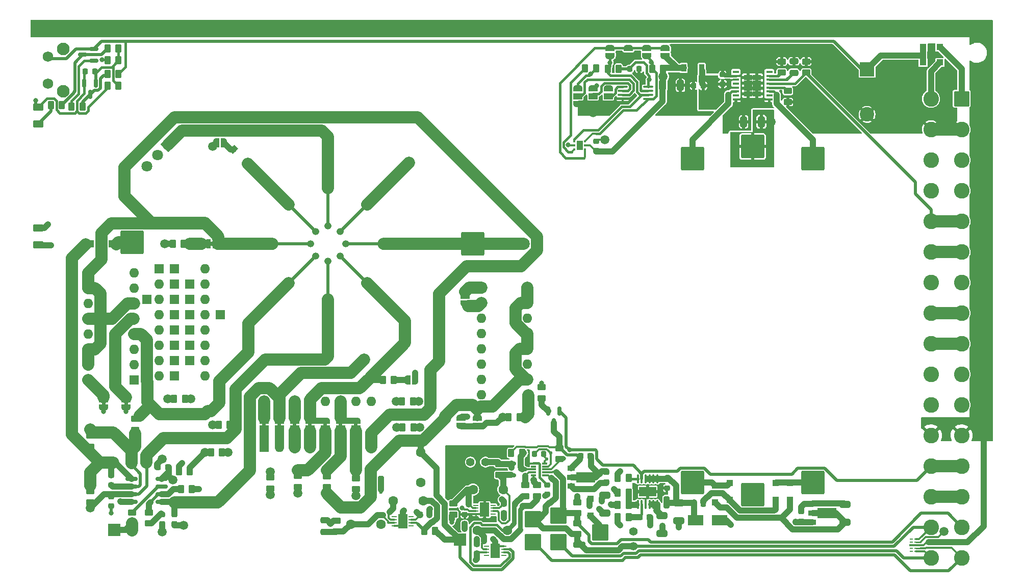
<source format=gbr>
G04 #@! TF.GenerationSoftware,KiCad,Pcbnew,(6.0.5)*
G04 #@! TF.CreationDate,2022-12-27T12:46:55+01:00*
G04 #@! TF.ProjectId,adrmu6layer,6164726d-7536-46c6-9179-65722e6b6963,0.9*
G04 #@! TF.SameCoordinates,Original*
G04 #@! TF.FileFunction,Copper,L1,Top*
G04 #@! TF.FilePolarity,Positive*
%FSLAX46Y46*%
G04 Gerber Fmt 4.6, Leading zero omitted, Abs format (unit mm)*
G04 Created by KiCad (PCBNEW (6.0.5)) date 2022-12-27 12:46:55*
%MOMM*%
%LPD*%
G01*
G04 APERTURE LIST*
G04 Aperture macros list*
%AMRoundRect*
0 Rectangle with rounded corners*
0 $1 Rounding radius*
0 $2 $3 $4 $5 $6 $7 $8 $9 X,Y pos of 4 corners*
0 Add a 4 corners polygon primitive as box body*
4,1,4,$2,$3,$4,$5,$6,$7,$8,$9,$2,$3,0*
0 Add four circle primitives for the rounded corners*
1,1,$1+$1,$2,$3*
1,1,$1+$1,$4,$5*
1,1,$1+$1,$6,$7*
1,1,$1+$1,$8,$9*
0 Add four rect primitives between the rounded corners*
20,1,$1+$1,$2,$3,$4,$5,0*
20,1,$1+$1,$4,$5,$6,$7,0*
20,1,$1+$1,$6,$7,$8,$9,0*
20,1,$1+$1,$8,$9,$2,$3,0*%
%AMHorizOval*
0 Thick line with rounded ends*
0 $1 width*
0 $2 $3 position (X,Y) of the first rounded end (center of the circle)*
0 $4 $5 position (X,Y) of the second rounded end (center of the circle)*
0 Add line between two ends*
20,1,$1,$2,$3,$4,$5,0*
0 Add two circle primitives to create the rounded ends*
1,1,$1,$2,$3*
1,1,$1,$4,$5*%
%AMRotRect*
0 Rectangle, with rotation*
0 The origin of the aperture is its center*
0 $1 length*
0 $2 width*
0 $3 Rotation angle, in degrees counterclockwise*
0 Add horizontal line*
21,1,$1,$2,0,0,$3*%
%AMFreePoly0*
4,1,22,0.500000,-0.750000,0.000000,-0.750000,0.000000,-0.745033,-0.079941,-0.743568,-0.215256,-0.701293,-0.333266,-0.622738,-0.424486,-0.514219,-0.481581,-0.384460,-0.499164,-0.250000,-0.500000,-0.250000,-0.500000,0.250000,-0.499164,0.250000,-0.499963,0.256109,-0.478152,0.396186,-0.417904,0.524511,-0.324060,0.630769,-0.204165,0.706417,-0.067858,0.745374,0.000000,0.744959,0.000000,0.750000,
0.500000,0.750000,0.500000,-0.750000,0.500000,-0.750000,$1*%
%AMFreePoly1*
4,1,20,0.000000,0.744959,0.073905,0.744508,0.209726,0.703889,0.328688,0.626782,0.421226,0.519385,0.479903,0.390333,0.500000,0.250000,0.500000,-0.250000,0.499851,-0.262216,0.476331,-0.402017,0.414519,-0.529596,0.319384,-0.634700,0.198574,-0.708877,0.061801,-0.746166,0.000000,-0.745033,0.000000,-0.750000,-0.500000,-0.750000,-0.500000,0.750000,0.000000,0.750000,0.000000,0.744959,
0.000000,0.744959,$1*%
%AMFreePoly2*
4,1,22,0.550000,-0.750000,0.000000,-0.750000,0.000000,-0.745033,-0.079941,-0.743568,-0.215256,-0.701293,-0.333266,-0.622738,-0.424486,-0.514219,-0.481581,-0.384460,-0.499164,-0.250000,-0.500000,-0.250000,-0.500000,0.250000,-0.499164,0.250000,-0.499963,0.256109,-0.478152,0.396186,-0.417904,0.524511,-0.324060,0.630769,-0.204165,0.706417,-0.067858,0.745374,0.000000,0.744959,0.000000,0.750000,
0.550000,0.750000,0.550000,-0.750000,0.550000,-0.750000,$1*%
%AMFreePoly3*
4,1,20,0.000000,0.744959,0.073905,0.744508,0.209726,0.703889,0.328688,0.626782,0.421226,0.519385,0.479903,0.390333,0.500000,0.250000,0.500000,-0.250000,0.499851,-0.262216,0.476331,-0.402017,0.414519,-0.529596,0.319384,-0.634700,0.198574,-0.708877,0.061801,-0.746166,0.000000,-0.745033,0.000000,-0.750000,-0.550000,-0.750000,-0.550000,0.750000,0.000000,0.750000,0.000000,0.744959,
0.000000,0.744959,$1*%
%AMFreePoly4*
4,1,9,3.862500,-0.866500,0.737500,-0.866500,0.737500,-0.450000,-0.737500,-0.450000,-0.737500,0.450000,0.737500,0.450000,0.737500,0.866500,3.862500,0.866500,3.862500,-0.866500,3.862500,-0.866500,$1*%
G04 Aperture macros list end*
G04 #@! TA.AperFunction,SMDPad,CuDef*
%ADD10RoundRect,0.250000X0.262500X0.450000X-0.262500X0.450000X-0.262500X-0.450000X0.262500X-0.450000X0*%
G04 #@! TD*
G04 #@! TA.AperFunction,SMDPad,CuDef*
%ADD11RoundRect,0.250000X-0.750000X0.250000X-0.750000X-0.250000X0.750000X-0.250000X0.750000X0.250000X0*%
G04 #@! TD*
G04 #@! TA.AperFunction,SMDPad,CuDef*
%ADD12RoundRect,0.250000X-0.262500X-0.450000X0.262500X-0.450000X0.262500X0.450000X-0.262500X0.450000X0*%
G04 #@! TD*
G04 #@! TA.AperFunction,ComponentPad*
%ADD13RoundRect,0.250000X-0.550000X-0.550000X0.550000X-0.550000X0.550000X0.550000X-0.550000X0.550000X0*%
G04 #@! TD*
G04 #@! TA.AperFunction,ComponentPad*
%ADD14R,1.600000X1.600000*%
G04 #@! TD*
G04 #@! TA.AperFunction,ComponentPad*
%ADD15O,1.600000X1.600000*%
G04 #@! TD*
G04 #@! TA.AperFunction,SMDPad,CuDef*
%ADD16R,0.850000X0.300000*%
G04 #@! TD*
G04 #@! TA.AperFunction,SMDPad,CuDef*
%ADD17RoundRect,0.250000X0.450000X-0.262500X0.450000X0.262500X-0.450000X0.262500X-0.450000X-0.262500X0*%
G04 #@! TD*
G04 #@! TA.AperFunction,ComponentPad*
%ADD18C,1.500000*%
G04 #@! TD*
G04 #@! TA.AperFunction,SMDPad,CuDef*
%ADD19RoundRect,0.250000X-0.650000X0.325000X-0.650000X-0.325000X0.650000X-0.325000X0.650000X0.325000X0*%
G04 #@! TD*
G04 #@! TA.AperFunction,SMDPad,CuDef*
%ADD20RoundRect,0.250000X-0.250000X-0.750000X0.250000X-0.750000X0.250000X0.750000X-0.250000X0.750000X0*%
G04 #@! TD*
G04 #@! TA.AperFunction,SMDPad,CuDef*
%ADD21RoundRect,0.250000X-0.625000X0.375000X-0.625000X-0.375000X0.625000X-0.375000X0.625000X0.375000X0*%
G04 #@! TD*
G04 #@! TA.AperFunction,ComponentPad*
%ADD22C,1.600000*%
G04 #@! TD*
G04 #@! TA.AperFunction,ComponentPad*
%ADD23RoundRect,0.250002X1.699998X1.699998X-1.699998X1.699998X-1.699998X-1.699998X1.699998X-1.699998X0*%
G04 #@! TD*
G04 #@! TA.AperFunction,SMDPad,CuDef*
%ADD24RoundRect,0.225000X-0.250000X0.225000X-0.250000X-0.225000X0.250000X-0.225000X0.250000X0.225000X0*%
G04 #@! TD*
G04 #@! TA.AperFunction,ComponentPad*
%ADD25RoundRect,0.250002X-1.699998X-1.699998X1.699998X-1.699998X1.699998X1.699998X-1.699998X1.699998X0*%
G04 #@! TD*
G04 #@! TA.AperFunction,ComponentPad*
%ADD26C,1.400000*%
G04 #@! TD*
G04 #@! TA.AperFunction,SMDPad,CuDef*
%ADD27RoundRect,0.225000X0.250000X-0.225000X0.250000X0.225000X-0.250000X0.225000X-0.250000X-0.225000X0*%
G04 #@! TD*
G04 #@! TA.AperFunction,SMDPad,CuDef*
%ADD28FreePoly0,270.000000*%
G04 #@! TD*
G04 #@! TA.AperFunction,SMDPad,CuDef*
%ADD29FreePoly1,270.000000*%
G04 #@! TD*
G04 #@! TA.AperFunction,SMDPad,CuDef*
%ADD30RoundRect,0.225000X-0.225000X-0.250000X0.225000X-0.250000X0.225000X0.250000X-0.225000X0.250000X0*%
G04 #@! TD*
G04 #@! TA.AperFunction,ComponentPad*
%ADD31RoundRect,0.250000X-1.125000X-1.125000X1.125000X-1.125000X1.125000X1.125000X-1.125000X1.125000X0*%
G04 #@! TD*
G04 #@! TA.AperFunction,SMDPad,CuDef*
%ADD32RotRect,0.900000X1.200000X315.000000*%
G04 #@! TD*
G04 #@! TA.AperFunction,SMDPad,CuDef*
%ADD33FreePoly0,90.000000*%
G04 #@! TD*
G04 #@! TA.AperFunction,SMDPad,CuDef*
%ADD34FreePoly1,90.000000*%
G04 #@! TD*
G04 #@! TA.AperFunction,ComponentPad*
%ADD35RoundRect,0.250000X-1.050000X1.050000X-1.050000X-1.050000X1.050000X-1.050000X1.050000X1.050000X0*%
G04 #@! TD*
G04 #@! TA.AperFunction,ComponentPad*
%ADD36C,2.600000*%
G04 #@! TD*
G04 #@! TA.AperFunction,SMDPad,CuDef*
%ADD37FreePoly2,90.000000*%
G04 #@! TD*
G04 #@! TA.AperFunction,SMDPad,CuDef*
%ADD38R,1.500000X1.000000*%
G04 #@! TD*
G04 #@! TA.AperFunction,SMDPad,CuDef*
%ADD39FreePoly3,90.000000*%
G04 #@! TD*
G04 #@! TA.AperFunction,SMDPad,CuDef*
%ADD40RoundRect,0.250000X-0.450000X0.262500X-0.450000X-0.262500X0.450000X-0.262500X0.450000X0.262500X0*%
G04 #@! TD*
G04 #@! TA.AperFunction,SMDPad,CuDef*
%ADD41RoundRect,0.062500X-0.375000X-0.062500X0.375000X-0.062500X0.375000X0.062500X-0.375000X0.062500X0*%
G04 #@! TD*
G04 #@! TA.AperFunction,SMDPad,CuDef*
%ADD42R,1.600000X2.340000*%
G04 #@! TD*
G04 #@! TA.AperFunction,SMDPad,CuDef*
%ADD43RoundRect,0.093750X-0.093750X-0.106250X0.093750X-0.106250X0.093750X0.106250X-0.093750X0.106250X0*%
G04 #@! TD*
G04 #@! TA.AperFunction,SMDPad,CuDef*
%ADD44R,1.000000X1.600000*%
G04 #@! TD*
G04 #@! TA.AperFunction,SMDPad,CuDef*
%ADD45FreePoly0,0.000000*%
G04 #@! TD*
G04 #@! TA.AperFunction,SMDPad,CuDef*
%ADD46FreePoly1,0.000000*%
G04 #@! TD*
G04 #@! TA.AperFunction,SMDPad,CuDef*
%ADD47RoundRect,0.250000X-0.325000X-0.650000X0.325000X-0.650000X0.325000X0.650000X-0.325000X0.650000X0*%
G04 #@! TD*
G04 #@! TA.AperFunction,SMDPad,CuDef*
%ADD48R,0.900000X1.300000*%
G04 #@! TD*
G04 #@! TA.AperFunction,SMDPad,CuDef*
%ADD49FreePoly4,90.000000*%
G04 #@! TD*
G04 #@! TA.AperFunction,SMDPad,CuDef*
%ADD50RoundRect,0.100000X-0.100000X0.625000X-0.100000X-0.625000X0.100000X-0.625000X0.100000X0.625000X0*%
G04 #@! TD*
G04 #@! TA.AperFunction,SMDPad,CuDef*
%ADD51R,2.850000X1.650000*%
G04 #@! TD*
G04 #@! TA.AperFunction,SMDPad,CuDef*
%ADD52R,0.625000X0.250000*%
G04 #@! TD*
G04 #@! TA.AperFunction,SMDPad,CuDef*
%ADD53R,0.700000X0.450000*%
G04 #@! TD*
G04 #@! TA.AperFunction,SMDPad,CuDef*
%ADD54R,0.575000X0.450000*%
G04 #@! TD*
G04 #@! TA.AperFunction,SMDPad,CuDef*
%ADD55RoundRect,0.150000X-0.587500X-0.150000X0.587500X-0.150000X0.587500X0.150000X-0.587500X0.150000X0*%
G04 #@! TD*
G04 #@! TA.AperFunction,SMDPad,CuDef*
%ADD56R,1.100000X1.100000*%
G04 #@! TD*
G04 #@! TA.AperFunction,SMDPad,CuDef*
%ADD57C,2.000000*%
G04 #@! TD*
G04 #@! TA.AperFunction,ComponentPad*
%ADD58RotRect,1.800000X1.800000X225.000000*%
G04 #@! TD*
G04 #@! TA.AperFunction,ComponentPad*
%ADD59HorizOval,1.800000X0.000000X0.000000X0.000000X0.000000X0*%
G04 #@! TD*
G04 #@! TA.AperFunction,SMDPad,CuDef*
%ADD60RoundRect,0.225000X0.225000X0.250000X-0.225000X0.250000X-0.225000X-0.250000X0.225000X-0.250000X0*%
G04 #@! TD*
G04 #@! TA.AperFunction,SMDPad,CuDef*
%ADD61RoundRect,0.150000X-0.825000X-0.150000X0.825000X-0.150000X0.825000X0.150000X-0.825000X0.150000X0*%
G04 #@! TD*
G04 #@! TA.AperFunction,ComponentPad*
%ADD62R,2.400000X2.400000*%
G04 #@! TD*
G04 #@! TA.AperFunction,ComponentPad*
%ADD63C,2.400000*%
G04 #@! TD*
G04 #@! TA.AperFunction,SMDPad,CuDef*
%ADD64R,0.900000X1.200000*%
G04 #@! TD*
G04 #@! TA.AperFunction,SMDPad,CuDef*
%ADD65RoundRect,0.150000X0.587500X0.150000X-0.587500X0.150000X-0.587500X-0.150000X0.587500X-0.150000X0*%
G04 #@! TD*
G04 #@! TA.AperFunction,SMDPad,CuDef*
%ADD66R,1.300000X0.900000*%
G04 #@! TD*
G04 #@! TA.AperFunction,SMDPad,CuDef*
%ADD67FreePoly4,0.000000*%
G04 #@! TD*
G04 #@! TA.AperFunction,SMDPad,CuDef*
%ADD68RoundRect,0.150000X-0.150000X0.587500X-0.150000X-0.587500X0.150000X-0.587500X0.150000X0.587500X0*%
G04 #@! TD*
G04 #@! TA.AperFunction,SMDPad,CuDef*
%ADD69RoundRect,0.250000X0.475000X-0.250000X0.475000X0.250000X-0.475000X0.250000X-0.475000X-0.250000X0*%
G04 #@! TD*
G04 #@! TA.AperFunction,SMDPad,CuDef*
%ADD70FreePoly0,180.000000*%
G04 #@! TD*
G04 #@! TA.AperFunction,SMDPad,CuDef*
%ADD71FreePoly1,180.000000*%
G04 #@! TD*
G04 #@! TA.AperFunction,SMDPad,CuDef*
%ADD72R,1.050000X0.450000*%
G04 #@! TD*
G04 #@! TA.AperFunction,SMDPad,CuDef*
%ADD73R,1.470000X0.895000*%
G04 #@! TD*
G04 #@! TA.AperFunction,SMDPad,CuDef*
%ADD74RoundRect,0.062500X0.375000X0.062500X-0.375000X0.062500X-0.375000X-0.062500X0.375000X-0.062500X0*%
G04 #@! TD*
G04 #@! TA.AperFunction,ComponentPad*
%ADD75R,2.000000X2.000000*%
G04 #@! TD*
G04 #@! TA.AperFunction,ComponentPad*
%ADD76O,1.200000X1.200000*%
G04 #@! TD*
G04 #@! TA.AperFunction,SMDPad,CuDef*
%ADD77RoundRect,0.218750X0.218750X0.256250X-0.218750X0.256250X-0.218750X-0.256250X0.218750X-0.256250X0*%
G04 #@! TD*
G04 #@! TA.AperFunction,SMDPad,CuDef*
%ADD78RoundRect,0.100000X-0.712500X-0.100000X0.712500X-0.100000X0.712500X0.100000X-0.712500X0.100000X0*%
G04 #@! TD*
G04 #@! TA.AperFunction,SMDPad,CuDef*
%ADD79RoundRect,0.250000X0.325000X0.650000X-0.325000X0.650000X-0.325000X-0.650000X0.325000X-0.650000X0*%
G04 #@! TD*
G04 #@! TA.AperFunction,SMDPad,CuDef*
%ADD80RoundRect,0.250000X0.650000X-0.325000X0.650000X0.325000X-0.650000X0.325000X-0.650000X-0.325000X0*%
G04 #@! TD*
G04 #@! TA.AperFunction,ComponentPad*
%ADD81C,2.100000*%
G04 #@! TD*
G04 #@! TA.AperFunction,ComponentPad*
%ADD82C,1.750000*%
G04 #@! TD*
G04 #@! TA.AperFunction,SMDPad,CuDef*
%ADD83R,2.500000X1.800000*%
G04 #@! TD*
G04 #@! TA.AperFunction,ViaPad*
%ADD84C,1.500000*%
G04 #@! TD*
G04 #@! TA.AperFunction,ViaPad*
%ADD85C,0.800000*%
G04 #@! TD*
G04 #@! TA.AperFunction,ViaPad*
%ADD86C,0.600000*%
G04 #@! TD*
G04 #@! TA.AperFunction,Conductor*
%ADD87C,0.500000*%
G04 #@! TD*
G04 #@! TA.AperFunction,Conductor*
%ADD88C,1.000000*%
G04 #@! TD*
G04 #@! TA.AperFunction,Conductor*
%ADD89C,0.400000*%
G04 #@! TD*
G04 #@! TA.AperFunction,Conductor*
%ADD90C,2.000000*%
G04 #@! TD*
G04 #@! TA.AperFunction,Conductor*
%ADD91C,0.300000*%
G04 #@! TD*
G04 #@! TA.AperFunction,Conductor*
%ADD92C,0.700000*%
G04 #@! TD*
G04 #@! TA.AperFunction,Conductor*
%ADD93C,1.500000*%
G04 #@! TD*
G04 #@! TA.AperFunction,Conductor*
%ADD94C,0.250000*%
G04 #@! TD*
G04 #@! TA.AperFunction,Conductor*
%ADD95C,0.800000*%
G04 #@! TD*
G04 APERTURE END LIST*
G04 #@! TO.C,JP204*
G36*
X119334624Y-117499000D02*
G01*
X118734624Y-117499000D01*
X118734624Y-116999000D01*
X119334624Y-116999000D01*
X119334624Y-117499000D01*
G37*
G04 #@! TO.C,JP223*
G36*
X100450000Y-87554000D02*
G01*
X99950000Y-87554000D01*
X99950000Y-86954000D01*
X100450000Y-86954000D01*
X100450000Y-87554000D01*
G37*
G04 #@! TO.C,JP206*
G36*
X111714624Y-117499000D02*
G01*
X111114624Y-117499000D01*
X111114624Y-116999000D01*
X111714624Y-116999000D01*
X111714624Y-117499000D01*
G37*
G04 #@! TO.C,NT201*
G36*
X152000000Y-88254376D02*
G01*
X148000000Y-88254376D01*
X148000000Y-86254376D01*
X152000000Y-86254376D01*
X152000000Y-88254376D01*
G37*
G04 #@! TO.C,JP211*
G36*
X114254624Y-117499000D02*
G01*
X113654624Y-117499000D01*
X113654624Y-116999000D01*
X114254624Y-116999000D01*
X114254624Y-117499000D01*
G37*
G04 #@! TO.C,JP402*
G36*
X124414624Y-117499000D02*
G01*
X123814624Y-117499000D01*
X123814624Y-116999000D01*
X124414624Y-116999000D01*
X124414624Y-117499000D01*
G37*
G04 #@! TO.C,JP222*
G36*
X86300000Y-114004376D02*
G01*
X85700000Y-114004376D01*
X85700000Y-113504376D01*
X86300000Y-113504376D01*
X86300000Y-114004376D01*
G37*
G04 #@! TO.C,JP210*
G36*
X109174624Y-117499000D02*
G01*
X108574624Y-117499000D01*
X108574624Y-116999000D01*
X109174624Y-116999000D01*
X109174624Y-117499000D01*
G37*
G04 #@! TO.C,JP403*
G36*
X121874624Y-117499000D02*
G01*
X121274624Y-117499000D01*
X121274624Y-116999000D01*
X121874624Y-116999000D01*
X121874624Y-117499000D01*
G37*
G04 #@! TO.C,JP218*
G36*
X82550000Y-114000000D02*
G01*
X81950000Y-114000000D01*
X81950000Y-113500000D01*
X82550000Y-113500000D01*
X82550000Y-114000000D01*
G37*
G04 #@! TO.C,JP205*
G36*
X116799624Y-117499000D02*
G01*
X116199624Y-117499000D01*
X116199624Y-116999000D01*
X116799624Y-116999000D01*
X116799624Y-117499000D01*
G37*
G04 #@! TD*
D10*
G04 #@! TO.P,R306,1*
G04 #@! TO.N,+3V3*
X167763900Y-58209600D03*
G04 #@! TO.P,R306,2*
G04 #@! TO.N,/DC-DC converter/SCL*
X165938900Y-58209600D03*
G04 #@! TD*
D11*
G04 #@! TO.P,J401,1,Pin_1*
G04 #@! TO.N,/Buffer/OutHf*
X161200000Y-137200000D03*
G04 #@! TD*
D12*
G04 #@! TO.P,R303,1*
G04 #@! TO.N,/DC-DC converter/D301_A*
X73509500Y-64262000D03*
G04 #@! TO.P,R303,2*
G04 #@! TO.N,/DC-DC converter/Q302_c*
X75334500Y-64262000D03*
G04 #@! TD*
D13*
G04 #@! TO.P,J217,1,Pin_1*
G04 #@! TO.N,/Reference Circuit/ADR_Pin6*
X93980000Y-106680000D03*
G04 #@! TD*
D14*
G04 #@! TO.P,RN401,1,1.1*
G04 #@! TO.N,/Buffer/RN401_Pin1*
X145000000Y-94500000D03*
D15*
G04 #@! TO.P,RN401,2,R2.1*
G04 #@! TO.N,/Buffer/U401_-in*
X145000000Y-97040000D03*
G04 #@! TO.P,RN401,3,R3.1*
X145000000Y-99580000D03*
G04 #@! TO.P,RN401,4,R4.1*
X145000000Y-102120000D03*
G04 #@! TO.P,RN401,5,R5.1*
X145000000Y-104660000D03*
G04 #@! TO.P,RN401,6,R6.1*
X145000000Y-107200000D03*
G04 #@! TO.P,RN401,7,R7.1*
X145000000Y-109740000D03*
G04 #@! TO.P,RN401,8,1.1*
X145000000Y-112280000D03*
G04 #@! TO.P,RN401,9,8..2*
G04 #@! TO.N,/Buffer/RN401_Pin9*
X152620000Y-112280000D03*
G04 #@! TO.P,RN401,10,R7.2*
G04 #@! TO.N,/Buffer/JP404_pin2*
X152620000Y-109740000D03*
G04 #@! TO.P,RN401,11,R6.2*
G04 #@! TO.N,/Buffer/ADR_Pin7*
X152620000Y-107200000D03*
G04 #@! TO.P,RN401,12,R5.2*
G04 #@! TO.N,/Buffer/JP404_pin2*
X152620000Y-104660000D03*
G04 #@! TO.P,RN401,13,R4.2*
X152620000Y-102120000D03*
G04 #@! TO.P,RN401,14,R3.2*
G04 #@! TO.N,/Buffer/ADR_Pin7*
X152620000Y-99580000D03*
G04 #@! TO.P,RN401,15,R2.2*
G04 #@! TO.N,/Buffer/JP404_pin2*
X152620000Y-97040000D03*
G04 #@! TO.P,RN401,16,1.2*
X152620000Y-94500000D03*
G04 #@! TD*
D16*
G04 #@! TO.P,U402,1,S*
G04 #@! TO.N,/Buffer/OutHf*
X155508000Y-125713520D03*
G04 #@! TO.P,U402,2,SFB*
G04 #@! TO.N,/Buffer/OutHs*
X155508000Y-125213520D03*
G04 #@! TO.P,U402,3,FF*
G04 #@! TO.N,/Buffer/FF*
X155508000Y-124713520D03*
G04 #@! TO.P,U402,4,GND*
G04 #@! TO.N,/Buffer/GNDf*
X155508000Y-124213520D03*
G04 #@! TO.P,U402,5,VDD*
G04 #@! TO.N,/Buffer/12Vf*
X155508000Y-123713520D03*
G04 #@! TO.P,U402,6,VSS*
G04 #@! TO.N,/Buffer/-5Vf*
X153608000Y-123713520D03*
G04 #@! TO.P,U402,7,POC*
G04 #@! TO.N,unconnected-(U402-Pad7)*
X153608000Y-124213520D03*
G04 #@! TO.P,U402,8,IN*
G04 #@! TO.N,/Buffer/U402_in*
X153608000Y-124713520D03*
G04 #@! TO.P,U402,9,DFB*
G04 #@! TO.N,/Buffer/U402_DFB*
X153608000Y-125213520D03*
G04 #@! TO.P,U402,10,D*
G04 #@! TO.N,/Buffer/U402_D*
X153608000Y-125713520D03*
G04 #@! TD*
D17*
G04 #@! TO.P,R203,1*
G04 #@! TO.N,/Reference Circuit/Q201_base*
X87000000Y-133666876D03*
G04 #@! TO.P,R203,2*
G04 #@! TO.N,/Reference Circuit/U202B_out*
X87000000Y-131841876D03*
G04 #@! TD*
G04 #@! TO.P,R401,1*
G04 #@! TO.N,/Buffer/U401_+in*
X120900000Y-135025000D03*
G04 #@! TO.P,R401,2*
G04 #@! TO.N,/Reference Circuit/7Vref*
X120900000Y-133200000D03*
G04 #@! TD*
D18*
G04 #@! TO.P,R202,1*
G04 #@! TO.N,/Reference Circuit/ADR_Pin6*
X92950000Y-113000000D03*
G04 #@! TO.P,R202,2*
G04 #@! TO.N,/Reference Circuit/JP201_Pin1*
X96750000Y-113000000D03*
G04 #@! TD*
D19*
G04 #@! TO.P,C316,1*
G04 #@! TO.N,/Buffer/GNDf*
X205308000Y-130525000D03*
G04 #@! TO.P,C316,2*
G04 #@! TO.N,/DC-DC converter/U307_vi*
X205308000Y-133475000D03*
G04 #@! TD*
D20*
G04 #@! TO.P,J306,1,Pin_1*
G04 #@! TO.N,/DC-DC converter/U305_in*
X175718500Y-130149600D03*
G04 #@! TD*
D21*
G04 #@! TO.P,D306,1,K*
G04 #@! TO.N,/Buffer/GNDf*
X71375000Y-84600000D03*
G04 #@! TO.P,D306,2,A*
G04 #@! TO.N,/DC-DC converter/D306_A*
X71375000Y-87400000D03*
G04 #@! TD*
D12*
G04 #@! TO.P,R312,1*
G04 #@! TO.N,/Buffer/12Vf*
X167593000Y-130565000D03*
G04 #@! TO.P,R312,2*
G04 #@! TO.N,/DC-DC converter/U305_pgfb*
X169418000Y-130565000D03*
G04 #@! TD*
D22*
G04 #@! TO.P,C401,1*
G04 #@! TO.N,/Buffer/ADR_Pin7*
X128300000Y-133800000D03*
G04 #@! TO.P,C401,2*
G04 #@! TO.N,/Buffer/U401_+in*
X123300000Y-133800000D03*
G04 #@! TD*
D23*
G04 #@! TO.P,J305,1,Pin_1*
G04 #@! TO.N,/Buffer/GNDf*
X190000000Y-128900000D03*
G04 #@! TD*
D24*
G04 #@! TO.P,C403,1*
G04 #@! TO.N,/Buffer/GNDf*
X144200000Y-137125000D03*
G04 #@! TO.P,C403,2*
G04 #@! TO.N,/Buffer/12Vf*
X144200000Y-138675000D03*
G04 #@! TD*
D12*
G04 #@! TO.P,R318,1*
G04 #@! TO.N,GND*
X82887500Y-61050000D03*
G04 #@! TO.P,R318,2*
G04 #@! TO.N,/DC-DC converter/Q303_b*
X84712500Y-61050000D03*
G04 #@! TD*
D25*
G04 #@! TO.P,J301,1,Pin_1*
G04 #@! TO.N,/DC-DC converter/U302_cola*
X200000000Y-73100000D03*
G04 #@! TD*
D13*
G04 #@! TO.P,J210,1,Pin_1*
G04 #@! TO.N,/Reference Circuit/RN201_Pin15*
X96520000Y-93980000D03*
G04 #@! TD*
D26*
G04 #@! TO.P,C414,1*
G04 #@! TO.N,/Buffer/OutHf*
X170200000Y-137500000D03*
G04 #@! TO.P,C414,2*
G04 #@! TO.N,/Buffer/GNDf*
X170200000Y-135000000D03*
G04 #@! TD*
D27*
G04 #@! TO.P,C203,1*
G04 #@! TO.N,/Buffer/ADR_Pin7*
X94000000Y-133775000D03*
G04 #@! TO.P,C203,2*
G04 #@! TO.N,/Reference Circuit/ADR_Pin8*
X94000000Y-132225000D03*
G04 #@! TD*
D12*
G04 #@! TO.P,R215,1*
G04 #@! TO.N,/Reference Circuit/RN203_Pin3*
X131787500Y-113400000D03*
G04 #@! TO.P,R215,2*
G04 #@! TO.N,/Buffer/ADR_Pin7*
X133612500Y-113400000D03*
G04 #@! TD*
D10*
G04 #@! TO.P,R406,1*
G04 #@! TO.N,/Buffer/U402_in*
X151712500Y-122000000D03*
G04 #@! TO.P,R406,2*
G04 #@! TO.N,/Buffer/3Vf*
X149887500Y-122000000D03*
G04 #@! TD*
D28*
G04 #@! TO.P,JP407,1,A*
G04 #@! TO.N,/Buffer/ADR_Pin7*
X141600000Y-116150000D03*
D29*
G04 #@! TO.P,JP407,2,B*
G04 #@! TO.N,/Buffer/JP406_Pin2*
X141600000Y-117450000D03*
G04 #@! TD*
D30*
G04 #@! TO.P,C311,1*
G04 #@! TO.N,+3V3*
X169632400Y-58209600D03*
G04 #@! TO.P,C311,2*
G04 #@! TO.N,GND*
X171182400Y-58209600D03*
G04 #@! TD*
D31*
G04 #@! TO.P,J106,1,Pin_1*
G04 #@! TO.N,/DC-DC converter/+12VinC*
X164700000Y-135200000D03*
G04 #@! TD*
D32*
G04 #@! TO.P,D201,1,K*
G04 #@! TO.N,/Reference Circuit/JPH_Pin1*
X103833274Y-71587650D03*
G04 #@! TO.P,D201,2,A*
G04 #@! TO.N,/Reference Circuit/heater-*
X106166726Y-73921102D03*
G04 #@! TD*
D10*
G04 #@! TO.P,R305,1*
G04 #@! TO.N,+3V3*
X175129900Y-58209600D03*
G04 #@! TO.P,R305,2*
G04 #@! TO.N,/DC-DC converter/SDA*
X173304900Y-58209600D03*
G04 #@! TD*
D17*
G04 #@! TO.P,R222,1*
G04 #@! TO.N,/Reference Circuit/ADR_Pin5*
X80000000Y-130162500D03*
G04 #@! TO.P,R222,2*
G04 #@! TO.N,/Reference Circuit/U202A_out*
X80000000Y-128337500D03*
G04 #@! TD*
D33*
G04 #@! TO.P,JP204,1,A*
G04 #@! TO.N,/Reference Circuit/RN203_Pin5*
X119034624Y-117899000D03*
D34*
G04 #@! TO.P,JP204,2,B*
G04 #@! TO.N,/Reference Circuit/ADR_Pin6*
X119034624Y-116599000D03*
G04 #@! TD*
D35*
G04 #@! TO.P,J101,a2,Pin_a2*
G04 #@! TO.N,/DC-DC converter/+12VinA*
X224700000Y-63170000D03*
D36*
G04 #@! TO.P,J101,a4,Pin_a4*
G04 #@! TO.N,GND*
X224700000Y-68250000D03*
G04 #@! TO.P,J101,a6,Pin_a6*
G04 #@! TO.N,unconnected-(J101-Pada6)*
X224700000Y-73330000D03*
G04 #@! TO.P,J101,a8,Pin_a8*
G04 #@! TO.N,unconnected-(J101-Pada8)*
X224700000Y-78410000D03*
G04 #@! TO.P,J101,a10,Pin_a10*
G04 #@! TO.N,/DC-DC converter/sync*
X224700000Y-83490000D03*
G04 #@! TO.P,J101,a12,Pin_a12*
G04 #@! TO.N,GND*
X224700000Y-88570000D03*
G04 #@! TO.P,J101,a14,Pin_a14*
G04 #@! TO.N,unconnected-(J101-Pada14)*
X224700000Y-93650000D03*
G04 #@! TO.P,J101,a16,Pin_a16*
G04 #@! TO.N,/DC-DC converter/SCL*
X224700000Y-98730000D03*
G04 #@! TO.P,J101,a18,Pin_a18*
G04 #@! TO.N,/DC-DC converter/SDA*
X224700000Y-103810000D03*
G04 #@! TO.P,J101,a20,Pin_a20*
G04 #@! TO.N,unconnected-(J101-Pada20)*
X224700000Y-108890000D03*
G04 #@! TO.P,J101,a22,Pin_a22*
G04 #@! TO.N,unconnected-(J101-Pada22)*
X224700000Y-113970000D03*
G04 #@! TO.P,J101,a24,Pin_a24*
G04 #@! TO.N,Earth*
X224700000Y-119050000D03*
G04 #@! TO.P,J101,a26,Pin_a26*
G04 #@! TO.N,/Buffer/FF*
X224700000Y-124130000D03*
G04 #@! TO.P,J101,a28,Pin_a28*
G04 #@! TO.N,/Buffer/GNDf*
X224700000Y-129210000D03*
G04 #@! TO.P,J101,a30,Pin_a30*
G04 #@! TO.N,/Buffer/OutHs*
X224700000Y-134290000D03*
G04 #@! TO.P,J101,a32,Pin_a32*
G04 #@! TO.N,/Buffer/OutLs*
X224700000Y-139370000D03*
G04 #@! TO.P,J101,c2,Pin_c2*
G04 #@! TO.N,/DC-DC converter/+12VinB*
X219620000Y-63170000D03*
G04 #@! TO.P,J101,c4,Pin_c4*
G04 #@! TO.N,GND*
X219620000Y-68250000D03*
G04 #@! TO.P,J101,c6,Pin_c6*
G04 #@! TO.N,unconnected-(J101-Padc6)*
X219620000Y-73330000D03*
G04 #@! TO.P,J101,c8,Pin_c8*
G04 #@! TO.N,unconnected-(J101-Padc8)*
X219620000Y-78410000D03*
G04 #@! TO.P,J101,c10,Pin_c10*
G04 #@! TO.N,/DC-DC converter/sync*
X219620000Y-83490000D03*
G04 #@! TO.P,J101,c12,Pin_c12*
G04 #@! TO.N,GND*
X219620000Y-88570000D03*
G04 #@! TO.P,J101,c14,Pin_c14*
G04 #@! TO.N,unconnected-(J101-Padc14)*
X219620000Y-93650000D03*
G04 #@! TO.P,J101,c16,Pin_c16*
G04 #@! TO.N,/DC-DC converter/SCL*
X219620000Y-98730000D03*
G04 #@! TO.P,J101,c18,Pin_c18*
G04 #@! TO.N,/DC-DC converter/SDA*
X219620000Y-103810000D03*
G04 #@! TO.P,J101,c20,Pin_c20*
G04 #@! TO.N,unconnected-(J101-Padc20)*
X219620000Y-108890000D03*
G04 #@! TO.P,J101,c22,Pin_c22*
G04 #@! TO.N,unconnected-(J101-Padc22)*
X219620000Y-113970000D03*
G04 #@! TO.P,J101,c24,Pin_c24*
G04 #@! TO.N,Earth*
X219620000Y-119050000D03*
G04 #@! TO.P,J101,c26,Pin_c26*
G04 #@! TO.N,/Buffer/FF*
X219620000Y-124130000D03*
G04 #@! TO.P,J101,c28,Pin_c28*
G04 #@! TO.N,/Buffer/GNDf*
X219620000Y-129210000D03*
G04 #@! TO.P,J101,c30,Pin_c30*
G04 #@! TO.N,/Buffer/OutHf*
X219620000Y-134290000D03*
G04 #@! TO.P,J101,c32,Pin_c32*
G04 #@! TO.N,/Buffer/OutLf*
X219620000Y-139370000D03*
G04 #@! TD*
D37*
G04 #@! TO.P,JP307,1,A*
G04 #@! TO.N,GND*
X163502900Y-64052360D03*
D38*
G04 #@! TO.P,JP307,2,C*
G04 #@! TO.N,/DC-DC converter/U304_a1*
X163502900Y-62752360D03*
D39*
G04 #@! TO.P,JP307,3,B*
G04 #@! TO.N,+3V3*
X163502900Y-61452360D03*
G04 #@! TD*
D18*
G04 #@! TO.P,R213,1*
G04 #@! TO.N,/Reference Circuit/RN203_Pin3*
X130800000Y-113400000D03*
G04 #@! TO.P,R213,2*
G04 #@! TO.N,/Buffer/ADR_Pin7*
X134600000Y-113400000D03*
G04 #@! TD*
D40*
G04 #@! TO.P,R304,1*
G04 #@! TO.N,/DC-DC converter/U302_rsl*
X195848000Y-61887500D03*
G04 #@! TO.P,R304,2*
G04 #@! TO.N,GND*
X195848000Y-63712500D03*
G04 #@! TD*
D41*
G04 #@! TO.P,U401,1,~{PD}*
G04 #@! TO.N,unconnected-(U401-Pad1)*
X130462500Y-132550000D03*
G04 #@! TO.P,U401,2,-*
G04 #@! TO.N,/Buffer/U401_-in*
X130462500Y-133050000D03*
G04 #@! TO.P,U401,3,+*
G04 #@! TO.N,/Buffer/U401_+in*
X130462500Y-133550000D03*
G04 #@! TO.P,U401,4,V-*
G04 #@! TO.N,/Buffer/GNDf*
X130462500Y-134050000D03*
G04 #@! TO.P,U401,5*
G04 #@! TO.N,unconnected-(U401-Pad5)*
X133337500Y-134050000D03*
G04 #@! TO.P,U401,6*
G04 #@! TO.N,/Buffer/U401_out*
X133337500Y-133550000D03*
G04 #@! TO.P,U401,7,V+*
G04 #@! TO.N,/Buffer/12Vf*
X133337500Y-133050000D03*
G04 #@! TO.P,U401,8,SDCOM*
G04 #@! TO.N,unconnected-(U401-Pad8)*
X133337500Y-132550000D03*
D42*
G04 #@! TO.P,U401,9,V-*
G04 #@! TO.N,/Buffer/GNDf*
X131900000Y-133300000D03*
G04 #@! TD*
D13*
G04 #@! TO.P,J208,1,Pin_1*
G04 #@! TO.N,/Reference Circuit/RN201_Pin11*
X96520000Y-104140000D03*
G04 #@! TD*
D43*
G04 #@! TO.P,U303,1,SCL*
G04 #@! TO.N,/DC-DC converter/SCL*
X160396500Y-70274000D03*
G04 #@! TO.P,U303,2,GND*
G04 #@! TO.N,GND*
X160396500Y-70924000D03*
G04 #@! TO.P,U303,3,ALERT*
G04 #@! TO.N,/DC-DC converter/U303_alert*
X160396500Y-71574000D03*
G04 #@! TO.P,U303,4,ADD0*
G04 #@! TO.N,/DC-DC converter/U303_add0*
X162171500Y-71574000D03*
G04 #@! TO.P,U303,5,V+*
G04 #@! TO.N,+3V3*
X162171500Y-70924000D03*
G04 #@! TO.P,U303,6,SDA*
G04 #@! TO.N,/DC-DC converter/SDA*
X162171500Y-70274000D03*
D44*
G04 #@! TO.P,U303,7,NC*
G04 #@! TO.N,unconnected-(U303-Pad7)*
X161284000Y-70924000D03*
G04 #@! TD*
D45*
G04 #@! TO.P,JP223,1,A*
G04 #@! TO.N,/Reference Circuit/J213_Pin1*
X99550000Y-87254000D03*
D46*
G04 #@! TO.P,JP223,2,B*
G04 #@! TO.N,/Reference Circuit/ADR_Pin3*
X100850000Y-87254000D03*
G04 #@! TD*
D18*
G04 #@! TO.P,R402,1*
G04 #@! TO.N,/Buffer/RN203_Pin7*
X124114624Y-125240000D03*
G04 #@! TO.P,R402,2*
G04 #@! TO.N,/Buffer/ADR_Pin7*
X124114624Y-129040000D03*
G04 #@! TD*
D33*
G04 #@! TO.P,JP302,1,A*
G04 #@! TO.N,/DC-DC converter/SDA*
X172439400Y-56065600D03*
D34*
G04 #@! TO.P,JP302,2,B*
G04 #@! TO.N,/DC-DC converter/U303_add0*
X172439400Y-54765600D03*
G04 #@! TD*
D40*
G04 #@! TO.P,R403,1*
G04 #@! TO.N,/Buffer/RN203_Pin7*
X124114624Y-126165000D03*
G04 #@! TO.P,R403,2*
G04 #@! TO.N,/Buffer/ADR_Pin7*
X124114624Y-127990000D03*
G04 #@! TD*
D17*
G04 #@! TO.P,R301,1*
G04 #@! TO.N,/DC-DC converter/sync*
X198896000Y-58824500D03*
G04 #@! TO.P,R301,2*
G04 #@! TO.N,GND*
X198896000Y-56999500D03*
G04 #@! TD*
D40*
G04 #@! TO.P,R212,1*
G04 #@! TO.N,/Reference Circuit/RN203_Pin1*
X109890624Y-126038000D03*
G04 #@! TO.P,R212,2*
G04 #@! TO.N,/Reference Circuit/7Vref*
X109890624Y-127863000D03*
G04 #@! TD*
G04 #@! TO.P,R218,1*
G04 #@! TO.N,/Reference Circuit/ADR_Pin4*
X87500000Y-116337500D03*
G04 #@! TO.P,R218,2*
G04 #@! TO.N,/Reference Circuit/U202A_-in*
X87500000Y-118162500D03*
G04 #@! TD*
D33*
G04 #@! TO.P,JP405,1,A*
G04 #@! TO.N,/Buffer/U401_-in*
X142240000Y-97170000D03*
D34*
G04 #@! TO.P,JP405,2,B*
G04 #@! TO.N,/Buffer/RN401_Pin1*
X142240000Y-95870000D03*
G04 #@! TD*
D47*
G04 #@! TO.P,C305,1*
G04 #@! TO.N,+3V3*
X175069000Y-60960000D03*
G04 #@! TO.P,C305,2*
G04 #@! TO.N,GND*
X178019000Y-60960000D03*
G04 #@! TD*
D40*
G04 #@! TO.P,R404,1*
G04 #@! TO.N,/Buffer/RN203_Pin6*
X119288624Y-125846500D03*
G04 #@! TO.P,R404,2*
G04 #@! TO.N,/Buffer/JP404_pin2*
X119288624Y-127671500D03*
G04 #@! TD*
D18*
G04 #@! TO.P,R217,1*
G04 #@! TO.N,/Reference Circuit/ADR_Pin5*
X104150000Y-117300000D03*
G04 #@! TO.P,R217,2*
G04 #@! TO.N,/Reference Circuit/7Vref*
X100350000Y-117300000D03*
G04 #@! TD*
D19*
G04 #@! TO.P,C312,1*
G04 #@! TO.N,/Buffer/12Vf*
X174956500Y-132383000D03*
G04 #@! TO.P,C312,2*
G04 #@! TO.N,/Buffer/GNDf*
X174956500Y-135333000D03*
G04 #@! TD*
D10*
G04 #@! TO.P,R221,1*
G04 #@! TO.N,/Reference Circuit/7Vref*
X96562500Y-125050000D03*
G04 #@! TO.P,R221,2*
G04 #@! TO.N,/Buffer/12Vf*
X94737500Y-125050000D03*
G04 #@! TD*
D25*
G04 #@! TO.P,J105,1,Pin_1*
G04 #@! TO.N,/Buffer/ADR_Pin7*
X143499624Y-87249000D03*
G04 #@! TD*
D48*
G04 #@! TO.P,U301,1,OUT*
G04 #@! TO.N,+3V3*
X178559400Y-58081600D03*
D49*
G04 #@! TO.P,U301,2,GND*
G04 #@! TO.N,GND*
X180059400Y-57994100D03*
D48*
G04 #@! TO.P,U301,3,IN*
G04 #@! TO.N,+12V*
X181559400Y-58081600D03*
G04 #@! TD*
D50*
G04 #@! TO.P,U305,1,IN*
G04 #@! TO.N,/DC-DC converter/U305_in*
X174194500Y-126256000D03*
G04 #@! TO.P,U305,2,IN*
X173544500Y-126256000D03*
G04 #@! TO.P,U305,3,IN*
X172894500Y-126256000D03*
G04 #@! TO.P,U305,4,EN/UV*
X172244500Y-126256000D03*
G04 #@! TO.P,U305,5,PG*
G04 #@! TO.N,/Buffer/FF*
X171594500Y-126256000D03*
G04 #@! TO.P,U305,6,ILIM*
G04 #@! TO.N,/DC-DC converter/U305_ilim*
X170944500Y-126256000D03*
G04 #@! TO.P,U305,7,PGFB*
G04 #@! TO.N,/DC-DC converter/U305_pgfb*
X170944500Y-130556000D03*
G04 #@! TO.P,U305,8,SET*
G04 #@! TO.N,/DC-DC converter/U305_set*
X171594500Y-130556000D03*
G04 #@! TO.P,U305,9,GND*
G04 #@! TO.N,/Buffer/GNDf*
X172244500Y-130556000D03*
G04 #@! TO.P,U305,10,OUTS*
G04 #@! TO.N,/Buffer/12Vf*
X172894500Y-130556000D03*
G04 #@! TO.P,U305,11,OUT*
X173544500Y-130556000D03*
G04 #@! TO.P,U305,12,OUT*
X174194500Y-130556000D03*
D51*
G04 #@! TO.P,U305,13,GND*
G04 #@! TO.N,/Buffer/GNDf*
X172569500Y-128406000D03*
G04 #@! TD*
D13*
G04 #@! TO.P,J212,1,Pin_1*
G04 #@! TO.N,/Reference Circuit/RN201_Pin6*
X93980000Y-104140000D03*
G04 #@! TD*
D41*
G04 #@! TO.P,U403,1,~{PD}*
G04 #@! TO.N,unconnected-(U403-Pad1)*
X144062500Y-130650000D03*
G04 #@! TO.P,U403,2,-*
G04 #@! TO.N,/Buffer/U403_-in*
X144062500Y-131150000D03*
G04 #@! TO.P,U403,3,+*
G04 #@! TO.N,/Buffer/ADR_Pin7*
X144062500Y-131650000D03*
G04 #@! TO.P,U403,4,V-*
G04 #@! TO.N,/Buffer/-5Vf*
X144062500Y-132150000D03*
G04 #@! TO.P,U403,5*
G04 #@! TO.N,unconnected-(U403-Pad5)*
X146937500Y-132150000D03*
G04 #@! TO.P,U403,6*
G04 #@! TO.N,/Buffer/U403_out*
X146937500Y-131650000D03*
G04 #@! TO.P,U403,7,V+*
G04 #@! TO.N,/Buffer/12Vf*
X146937500Y-131150000D03*
G04 #@! TO.P,U403,8,SDCOM*
G04 #@! TO.N,unconnected-(U403-Pad8)*
X146937500Y-130650000D03*
D42*
G04 #@! TO.P,U403,9,V-*
G04 #@! TO.N,/Buffer/-5Vf*
X145500000Y-131400000D03*
G04 #@! TD*
D17*
G04 #@! TO.P,R409,1*
G04 #@! TO.N,/Buffer/U403_out*
X147960000Y-125622500D03*
G04 #@! TO.P,R409,2*
G04 #@! TO.N,/Buffer/OutLf*
X147960000Y-123797500D03*
G04 #@! TD*
D52*
G04 #@! TO.P,U405,1*
G04 #@! TO.N,/Buffer/OutLf*
X217087500Y-138300000D03*
G04 #@! TO.P,U405,2*
G04 #@! TO.N,/Buffer/OutLs*
X217087500Y-137800000D03*
D53*
G04 #@! TO.P,U405,3,VSS*
G04 #@! TO.N,Earth*
X217050000Y-137300000D03*
D52*
G04 #@! TO.P,U405,4*
G04 #@! TO.N,/Buffer/GNDf*
X217087500Y-136800000D03*
G04 #@! TO.P,U405,5*
G04 #@! TO.N,/Buffer/OutHf*
X217087500Y-136300000D03*
G04 #@! TO.P,U405,6,NC*
G04 #@! TO.N,unconnected-(U405-Pad6)*
X216312500Y-136300000D03*
G04 #@! TO.P,U405,7,NC*
G04 #@! TO.N,unconnected-(U405-Pad7)*
X216312500Y-136800000D03*
D54*
G04 #@! TO.P,U405,8,VSS*
G04 #@! TO.N,Earth*
X216287500Y-137300000D03*
D52*
G04 #@! TO.P,U405,9,NC*
G04 #@! TO.N,unconnected-(U405-Pad9)*
X216312500Y-137800000D03*
G04 #@! TO.P,U405,10,NC*
G04 #@! TO.N,unconnected-(U405-Pad10)*
X216312500Y-138300000D03*
G04 #@! TD*
D55*
G04 #@! TO.P,Q401,1,B*
G04 #@! TO.N,/Buffer/OutLf*
X149952500Y-123770000D03*
G04 #@! TO.P,Q401,2,E*
G04 #@! TO.N,/Buffer/U403_out*
X149952500Y-125670000D03*
G04 #@! TO.P,Q401,3,C*
G04 #@! TO.N,/Buffer/U402_in*
X151827500Y-124720000D03*
G04 #@! TD*
D13*
G04 #@! TO.P,J207,1,Pin_1*
G04 #@! TO.N,/Reference Circuit/RN201_Pin12*
X96520000Y-101600000D03*
G04 #@! TD*
D18*
G04 #@! TO.P,R208,1*
G04 #@! TO.N,/Reference Circuit/RN203_Pin5*
X114462624Y-124859000D03*
G04 #@! TO.P,R208,2*
G04 #@! TO.N,/Reference Circuit/7Vref*
X114462624Y-128659000D03*
G04 #@! TD*
G04 #@! TO.P,R214,1*
G04 #@! TO.N,/Reference Circuit/RN203_Pin1*
X109890624Y-125113000D03*
G04 #@! TO.P,R214,2*
G04 #@! TO.N,/Reference Circuit/7Vref*
X109890624Y-128913000D03*
G04 #@! TD*
D12*
G04 #@! TO.P,R209,1*
G04 #@! TO.N,/Reference Circuit/RN203_Pin4*
X131872000Y-117700000D03*
G04 #@! TO.P,R209,2*
G04 #@! TO.N,/Buffer/ADR_Pin7*
X133697000Y-117700000D03*
G04 #@! TD*
D40*
G04 #@! TO.P,R411,1*
G04 #@! TO.N,/Buffer/U402_D*
X154200000Y-127307500D03*
G04 #@! TO.P,R411,2*
G04 #@! TO.N,/Buffer/U404_out*
X154200000Y-129132500D03*
G04 #@! TD*
D27*
G04 #@! TO.P,C308,1*
G04 #@! TO.N,+3V3*
X164000000Y-71775000D03*
G04 #@! TO.P,C308,2*
G04 #@! TO.N,GND*
X164000000Y-70225000D03*
G04 #@! TD*
D13*
G04 #@! TO.P,J204,1,Pin_1*
G04 #@! TO.N,/Reference Circuit/RN201_Pin2*
X93980000Y-93980000D03*
G04 #@! TD*
G04 #@! TO.P,J206,1,Pin_1*
G04 #@! TO.N,/Reference Circuit/RN201_Pin13*
X96520000Y-99060000D03*
G04 #@! TD*
D33*
G04 #@! TO.P,JP206,1,A*
G04 #@! TO.N,/Reference Circuit/RN203_Pin2*
X111414624Y-117899000D03*
D34*
G04 #@! TO.P,JP206,2,B*
G04 #@! TO.N,/Reference Circuit/ADR_Pin8*
X111414624Y-116599000D03*
G04 #@! TD*
D12*
G04 #@! TO.P,R314,1*
G04 #@! TO.N,/DC-DC converter/SW301*
X82907500Y-56769000D03*
G04 #@! TO.P,R314,2*
G04 #@! TO.N,/DC-DC converter/Q303_b*
X84732500Y-56769000D03*
G04 #@! TD*
D56*
G04 #@! TO.P,D307,1,K*
G04 #@! TO.N,/Buffer/12Vf*
X163100000Y-129594000D03*
G04 #@! TO.P,D307,2,A*
G04 #@! TO.N,/DC-DC converter/+12VinC*
X163100000Y-132394000D03*
G04 #@! TD*
D57*
G04 #@! TO.P,NT201,1,1*
G04 #@! TO.N,/Buffer/GNDf*
X152000000Y-87254376D03*
G04 #@! TO.P,NT201,2,2*
G04 #@! TO.N,/Buffer/ADR_Pin7*
X148000000Y-87254376D03*
G04 #@! TD*
D22*
G04 #@! TO.P,C404,1*
G04 #@! TO.N,/Buffer/JP404_pin2*
X134900000Y-121900000D03*
G04 #@! TO.P,C404,2*
G04 #@! TO.N,/Buffer/GNDf*
X134900000Y-126900000D03*
G04 #@! TD*
D58*
G04 #@! TO.P,Q201,1,E*
G04 #@! TO.N,/Reference Circuit/heater+*
X93000000Y-70754376D03*
D59*
G04 #@! TO.P,Q201,2,C*
G04 #@! TO.N,/Buffer/12Vf*
X91203949Y-72550427D03*
G04 #@! TO.P,Q201,3,B*
G04 #@! TO.N,/Reference Circuit/Q201_base*
X89407898Y-74346478D03*
G04 #@! TD*
D60*
G04 #@! TO.P,C302,1*
G04 #@! TO.N,+12V*
X181775000Y-61016000D03*
G04 #@! TO.P,C302,2*
G04 #@! TO.N,GND*
X180225000Y-61016000D03*
G04 #@! TD*
D61*
G04 #@! TO.P,U202,1*
G04 #@! TO.N,/Reference Circuit/U202A_out*
X86939624Y-126271500D03*
G04 #@! TO.P,U202,2,-*
G04 #@! TO.N,/Reference Circuit/U202A_-in*
X86939624Y-127541500D03*
G04 #@! TO.P,U202,3,+*
G04 #@! TO.N,/Reference Circuit/ADR_Pin5*
X86939624Y-128811500D03*
G04 #@! TO.P,U202,4,V-*
G04 #@! TO.N,/Buffer/GNDf*
X86939624Y-130081500D03*
G04 #@! TO.P,U202,5,+*
G04 #@! TO.N,/Reference Circuit/ADR_Pin8*
X91889624Y-130081500D03*
G04 #@! TO.P,U202,6,-*
G04 #@! TO.N,/Reference Circuit/U202B_-in*
X91889624Y-128811500D03*
G04 #@! TO.P,U202,7*
G04 #@! TO.N,/Reference Circuit/U202B_out*
X91889624Y-127541500D03*
G04 #@! TO.P,U202,8,V+*
G04 #@! TO.N,/Buffer/12Vf*
X91889624Y-126271500D03*
G04 #@! TD*
D13*
G04 #@! TO.P,J205,1,Pin_1*
G04 #@! TO.N,/Reference Circuit/RN201_Pin3*
X93980000Y-96520000D03*
G04 #@! TD*
D10*
G04 #@! TO.P,R310,1*
G04 #@! TO.N,/DC-DC converter/U305_ilim*
X169418000Y-126120000D03*
G04 #@! TO.P,R310,2*
G04 #@! TO.N,/Buffer/GNDf*
X167593000Y-126120000D03*
G04 #@! TD*
D14*
G04 #@! TO.P,RN201,1,1.1*
G04 #@! TO.N,/Reference Circuit/7Vref*
X91440000Y-91440000D03*
D15*
G04 #@! TO.P,RN201,2,R2.1*
G04 #@! TO.N,/Reference Circuit/RN201_Pin2*
X91440000Y-93980000D03*
G04 #@! TO.P,RN201,3,R3.1*
G04 #@! TO.N,/Reference Circuit/RN201_Pin3*
X91440000Y-96520000D03*
G04 #@! TO.P,RN201,4,R4.1*
G04 #@! TO.N,/Reference Circuit/RN201_Pin4*
X91440000Y-99060000D03*
G04 #@! TO.P,RN201,5,R5.1*
G04 #@! TO.N,/Reference Circuit/RN201_Pin5*
X91440000Y-101600000D03*
G04 #@! TO.P,RN201,6,R6.1*
G04 #@! TO.N,/Reference Circuit/RN201_Pin6*
X91440000Y-104140000D03*
G04 #@! TO.P,RN201,7,R7.1*
G04 #@! TO.N,/Reference Circuit/ADR_Pin6*
X91440000Y-106680000D03*
G04 #@! TO.P,RN201,8,1.1*
X91440000Y-109220000D03*
G04 #@! TO.P,RN201,9,8..2*
G04 #@! TO.N,/Buffer/ADR_Pin7*
X99060000Y-109220000D03*
G04 #@! TO.P,RN201,10,R7.2*
G04 #@! TO.N,/Reference Circuit/RN201_Pin10*
X99060000Y-106680000D03*
G04 #@! TO.P,RN201,11,R6.2*
G04 #@! TO.N,/Reference Circuit/RN201_Pin11*
X99060000Y-104140000D03*
G04 #@! TO.P,RN201,12,R5.2*
G04 #@! TO.N,/Reference Circuit/RN201_Pin12*
X99060000Y-101600000D03*
G04 #@! TO.P,RN201,13,R4.2*
G04 #@! TO.N,/Reference Circuit/RN201_Pin13*
X99060000Y-99060000D03*
G04 #@! TO.P,RN201,14,R3.2*
G04 #@! TO.N,/Reference Circuit/RN201_Pin14*
X99060000Y-96520000D03*
G04 #@! TO.P,RN201,15,R2.2*
G04 #@! TO.N,/Reference Circuit/RN201_Pin15*
X99060000Y-93980000D03*
G04 #@! TO.P,RN201,16,1.2*
X99060000Y-91440000D03*
G04 #@! TD*
D13*
G04 #@! TO.P,J216,1,Pin_1*
G04 #@! TO.N,/Buffer/ADR_Pin7*
X101600000Y-99060000D03*
G04 #@! TD*
D37*
G04 #@! TO.P,JP306,1,A*
G04 #@! TO.N,GND*
X160962900Y-64052360D03*
D38*
G04 #@! TO.P,JP306,2,C*
G04 #@! TO.N,/DC-DC converter/U304_a2*
X160962900Y-62752360D03*
D39*
G04 #@! TO.P,JP306,3,B*
G04 #@! TO.N,+3V3*
X160962900Y-61452360D03*
G04 #@! TD*
D33*
G04 #@! TO.P,JP301,1,A*
G04 #@! TO.N,/DC-DC converter/SCL*
X166343400Y-56065600D03*
D34*
G04 #@! TO.P,JP301,2,B*
G04 #@! TO.N,/DC-DC converter/U303_add0*
X166343400Y-54765600D03*
G04 #@! TD*
D13*
G04 #@! TO.P,J214,1,Pin_1*
G04 #@! TO.N,/Reference Circuit/7Vref*
X93980000Y-91440000D03*
G04 #@! TD*
D62*
G04 #@! TO.P,C303,1*
G04 #@! TO.N,+12V*
X209000000Y-58287246D03*
D63*
G04 #@! TO.P,C303,2*
G04 #@! TO.N,GND*
X209000000Y-65787246D03*
G04 #@! TD*
D64*
G04 #@! TO.P,D202,1,K*
G04 #@! TO.N,/Reference Circuit/7Vref*
X83526000Y-87267000D03*
G04 #@! TO.P,D202,2,A*
G04 #@! TO.N,/Reference Circuit/U202A_out*
X80226000Y-87267000D03*
G04 #@! TD*
D10*
G04 #@! TO.P,R205,1*
G04 #@! TO.N,/Reference Circuit/ADR_Pin6*
X96912500Y-128000000D03*
G04 #@! TO.P,R205,2*
G04 #@! TO.N,/Reference Circuit/U202B_-in*
X95087500Y-128000000D03*
G04 #@! TD*
D56*
G04 #@! TO.P,D102,1,K*
G04 #@! TO.N,+12V*
X218310000Y-54610000D03*
G04 #@! TO.P,D102,2,A*
G04 #@! TO.N,/DC-DC converter/+12VinA*
X221110000Y-54610000D03*
G04 #@! TD*
D18*
G04 #@! TO.P,R405,1*
G04 #@! TO.N,/Buffer/RN203_Pin6*
X119288624Y-124859000D03*
G04 #@! TO.P,R405,2*
G04 #@! TO.N,/Buffer/JP404_pin2*
X119288624Y-128659000D03*
G04 #@! TD*
D33*
G04 #@! TO.P,JP211,1,A*
G04 #@! TO.N,/Reference Circuit/RN203_Pin3*
X113954624Y-117899000D03*
D34*
G04 #@! TO.P,JP211,2,B*
G04 #@! TO.N,/Reference Circuit/ADR_Pin4*
X113954624Y-116599000D03*
G04 #@! TD*
D26*
G04 #@! TO.P,C412,1*
G04 #@! TO.N,/Buffer/OutLf*
X145650000Y-123500000D03*
G04 #@! TO.P,C412,2*
G04 #@! TO.N,/Buffer/GNDf*
X143150000Y-123500000D03*
G04 #@! TD*
D13*
G04 #@! TO.P,J202,1,Pin_1*
G04 #@! TO.N,/Reference Circuit/RN201_Pin4*
X93980000Y-99060000D03*
G04 #@! TD*
D65*
G04 #@! TO.P,Q302,1,B*
G04 #@! TO.N,/DC-DC converter/Q302_b*
X80644651Y-56830000D03*
G04 #@! TO.P,Q302,2,E*
G04 #@! TO.N,+12V*
X80644651Y-54930000D03*
G04 #@! TO.P,Q302,3,C*
G04 #@! TO.N,/DC-DC converter/Q302_c*
X78769651Y-55880000D03*
G04 #@! TD*
D18*
G04 #@! TO.P,R223,1*
G04 #@! TO.N,/Reference Circuit/U202A_out*
X80000000Y-127350000D03*
G04 #@! TO.P,R223,2*
G04 #@! TO.N,/Reference Circuit/ADR_Pin5*
X80000000Y-131150000D03*
G04 #@! TD*
D30*
G04 #@! TO.P,C315,1*
G04 #@! TO.N,/Buffer/3Vf*
X161475000Y-122450000D03*
G04 #@! TO.P,C315,2*
G04 #@! TO.N,/Buffer/GNDf*
X163025000Y-122450000D03*
G04 #@! TD*
D60*
G04 #@! TO.P,C318,1*
G04 #@! TO.N,/DC-DC converter/Q303_b*
X80775000Y-58600000D03*
G04 #@! TO.P,C318,2*
G04 #@! TO.N,GND*
X79225000Y-58600000D03*
G04 #@! TD*
D66*
G04 #@! TO.P,U306,1,OUT*
G04 #@! TO.N,/Buffer/3Vf*
X159850000Y-124500000D03*
D67*
G04 #@! TO.P,U306,2,GND*
G04 #@! TO.N,/Buffer/GNDf*
X159937500Y-126000000D03*
D66*
G04 #@! TO.P,U306,3,IN*
G04 #@! TO.N,/Buffer/12Vf*
X159850000Y-127500000D03*
G04 #@! TD*
D25*
G04 #@! TO.P,J104,1,Pin_1*
G04 #@! TO.N,/Reference Circuit/7Vref*
X87000000Y-87000000D03*
G04 #@! TD*
D18*
G04 #@! TO.P,R407,1*
G04 #@! TO.N,/Buffer/JP406_Pin2*
X148500000Y-116000000D03*
G04 #@! TO.P,R407,2*
G04 #@! TO.N,/Buffer/RN401_Pin9*
X152300000Y-116000000D03*
G04 #@! TD*
D68*
G04 #@! TO.P,Q303,1,B*
G04 #@! TO.N,/DC-DC converter/Q303_b*
X80950000Y-60612500D03*
G04 #@! TO.P,Q303,2,E*
G04 #@! TO.N,GND*
X79050000Y-60612500D03*
G04 #@! TO.P,Q303,3,C*
G04 #@! TO.N,/DC-DC converter/Q303_c*
X80000000Y-62487500D03*
G04 #@! TD*
D28*
G04 #@! TO.P,JP402,1,A*
G04 #@! TO.N,/Buffer/U401_-in*
X124114624Y-116599000D03*
D29*
G04 #@! TO.P,JP402,2,B*
G04 #@! TO.N,/Buffer/RN203_Pin7*
X124114624Y-117899000D03*
G04 #@! TD*
D30*
G04 #@! TO.P,C410,1*
G04 #@! TO.N,/Buffer/GNDf*
X153795000Y-122160000D03*
G04 #@! TO.P,C410,2*
G04 #@! TO.N,/Buffer/12Vf*
X155345000Y-122160000D03*
G04 #@! TD*
D31*
G04 #@! TO.P,J102,1,Pin_1*
G04 #@! TO.N,/Buffer/OutHf*
X153500000Y-132987500D03*
G04 #@! TD*
D56*
G04 #@! TO.P,D302,1,K*
G04 #@! TO.N,/DC-DC converter/rectified+*
X186182000Y-129797000D03*
G04 #@! TO.P,D302,2,A*
G04 #@! TO.N,/DC-DC converter/xformer_A*
X186182000Y-126997000D03*
G04 #@! TD*
D22*
G04 #@! TO.P,C408,1*
G04 #@! TO.N,/Buffer/U401_out*
X135300000Y-129900000D03*
G04 #@! TO.P,C408,2*
G04 #@! TO.N,/Buffer/U401_-in*
X130300000Y-129900000D03*
G04 #@! TD*
D30*
G04 #@! TO.P,C310,1*
G04 #@! TO.N,/DC-DC converter/U305_set*
X171286500Y-132597000D03*
G04 #@! TO.P,C310,2*
G04 #@! TO.N,/Buffer/GNDf*
X172836500Y-132597000D03*
G04 #@! TD*
D69*
G04 #@! TO.P,C407,1*
G04 #@! TO.N,/Buffer/U401_+in*
X118950000Y-135062500D03*
G04 #@! TO.P,C407,2*
G04 #@! TO.N,/Reference Circuit/7Vref*
X118950000Y-133162500D03*
G04 #@! TD*
D70*
G04 #@! TO.P,JPH201,1,A*
G04 #@! TO.N,/Reference Circuit/JPH_Pin1*
X102250000Y-70485000D03*
D71*
G04 #@! TO.P,JPH201,2,B*
G04 #@! TO.N,/Buffer/GNDf*
X100950000Y-70485000D03*
G04 #@! TD*
D24*
G04 #@! TO.P,C406,1*
G04 #@! TO.N,/Buffer/-5Vf*
X142200000Y-132200000D03*
G04 #@! TO.P,C406,2*
G04 #@! TO.N,/Buffer/GNDf*
X142200000Y-133750000D03*
G04 #@! TD*
G04 #@! TO.P,C309,1*
G04 #@! TO.N,/DC-DC converter/U305_in*
X175836300Y-126275800D03*
G04 #@! TO.P,C309,2*
G04 #@! TO.N,/Buffer/GNDf*
X175836300Y-127825800D03*
G04 #@! TD*
D13*
G04 #@! TO.P,J211,1,Pin_1*
G04 #@! TO.N,/Reference Circuit/RN201_Pin5*
X93980000Y-101600000D03*
G04 #@! TD*
D40*
G04 #@! TO.P,R224,1*
G04 #@! TO.N,/Reference Circuit/U202A_-in*
X80000000Y-119087500D03*
G04 #@! TO.P,R224,2*
G04 #@! TO.N,/Reference Circuit/U202A_out*
X80000000Y-120912500D03*
G04 #@! TD*
D27*
G04 #@! TO.P,C314,1*
G04 #@! TO.N,/Buffer/12Vf*
X165750000Y-126775000D03*
G04 #@! TO.P,C314,2*
G04 #@! TO.N,/Buffer/GNDf*
X165750000Y-125225000D03*
G04 #@! TD*
D10*
G04 #@! TO.P,R311,1*
G04 #@! TO.N,/DC-DC converter/U305_set*
X169418000Y-132597000D03*
G04 #@! TO.P,R311,2*
G04 #@! TO.N,/Buffer/GNDf*
X167593000Y-132597000D03*
G04 #@! TD*
G04 #@! TO.P,R315,1*
G04 #@! TO.N,/DC-DC converter/Q303_b*
X84732500Y-54864000D03*
G04 #@! TO.P,R315,2*
G04 #@! TO.N,/DC-DC converter/Q302_c*
X82907500Y-54864000D03*
G04 #@! TD*
G04 #@! TO.P,R307,1*
G04 #@! TO.N,+3V3*
X164004700Y-58158800D03*
G04 #@! TO.P,R307,2*
G04 #@! TO.N,/DC-DC converter/U303_alert*
X162179700Y-58158800D03*
G04 #@! TD*
D40*
G04 #@! TO.P,R415,1*
G04 #@! TO.N,/Buffer/U402_DFB*
X152290000Y-127307500D03*
G04 #@! TO.P,R415,2*
G04 #@! TO.N,/Buffer/U404_-in*
X152290000Y-129132500D03*
G04 #@! TD*
G04 #@! TO.P,R413,1*
G04 #@! TO.N,/Buffer/OutHs*
X160900000Y-133625000D03*
G04 #@! TO.P,R413,2*
G04 #@! TO.N,/Buffer/OutHf*
X160900000Y-135450000D03*
G04 #@! TD*
D17*
G04 #@! TO.P,R309,1*
G04 #@! TO.N,/Buffer/FF*
X157900000Y-123012500D03*
G04 #@! TO.P,R309,2*
G04 #@! TO.N,/Buffer/3Vf*
X157900000Y-121187500D03*
G04 #@! TD*
D10*
G04 #@! TO.P,R216,1*
G04 #@! TO.N,/Reference Circuit/ADR_Pin5*
X103162500Y-117300000D03*
G04 #@! TO.P,R216,2*
G04 #@! TO.N,/Reference Circuit/7Vref*
X101337500Y-117300000D03*
G04 #@! TD*
D13*
G04 #@! TO.P,J203,1,Pin_1*
G04 #@! TO.N,/Reference Circuit/JP201_Pin1*
X93980000Y-109220000D03*
G04 #@! TD*
D33*
G04 #@! TO.P,JP303,1,A*
G04 #@! TO.N,+3V3*
X175487400Y-56065600D03*
D34*
G04 #@! TO.P,JP303,2,B*
G04 #@! TO.N,/DC-DC converter/U303_add0*
X175487400Y-54765600D03*
G04 #@! TD*
D72*
G04 #@! TO.P,U302,1,PGND*
G04 #@! TO.N,GND*
X192775000Y-63275000D03*
G04 #@! TO.P,U302,2,NC*
G04 #@! TO.N,unconnected-(U302-Pad2)*
X192775000Y-62625000D03*
G04 #@! TO.P,U302,3,COLA*
G04 #@! TO.N,/DC-DC converter/U302_cola*
X192775000Y-61975000D03*
G04 #@! TO.P,U302,4,Rsl*
G04 #@! TO.N,/DC-DC converter/U302_rsl*
X192775000Y-61325000D03*
G04 #@! TO.P,U302,5,SYNC*
G04 #@! TO.N,/DC-DC converter/sync*
X192775000Y-60675000D03*
G04 #@! TO.P,U302,6,Ct*
G04 #@! TO.N,/DC-DC converter/U302_ct*
X192775000Y-60025000D03*
G04 #@! TO.P,U302,7,Rt*
G04 #@! TO.N,/DC-DC converter/U302_rt*
X192775000Y-59375000D03*
G04 #@! TO.P,U302,8,NC*
G04 #@! TO.N,unconnected-(U302-Pad8)*
X192775000Y-58725000D03*
G04 #@! TO.P,U302,9,NC*
G04 #@! TO.N,unconnected-(U302-Pad9)*
X187225000Y-58725000D03*
G04 #@! TO.P,U302,10,GND*
G04 #@! TO.N,GND*
X187225000Y-59375000D03*
G04 #@! TO.P,U302,11,~{SHDN}*
G04 #@! TO.N,+12V*
X187225000Y-60025000D03*
G04 #@! TO.P,U302,12,NC*
G04 #@! TO.N,unconnected-(U302-Pad12)*
X187225000Y-60675000D03*
G04 #@! TO.P,U302,13,VIN*
G04 #@! TO.N,+12V*
X187225000Y-61325000D03*
G04 #@! TO.P,U302,14,COLB*
G04 #@! TO.N,/DC-DC converter/U302_colb*
X187225000Y-61975000D03*
G04 #@! TO.P,U302,15,NC*
G04 #@! TO.N,unconnected-(U302-Pad15)*
X187225000Y-62625000D03*
G04 #@! TO.P,U302,16,PGND*
G04 #@! TO.N,GND*
X187225000Y-63275000D03*
D73*
G04 #@! TO.P,U302,17,PADGND*
X189265000Y-59657500D03*
X189265000Y-62342500D03*
X190735000Y-59657500D03*
X190735000Y-62342500D03*
X189265000Y-61447500D03*
X190735000Y-60552500D03*
X189265000Y-60552500D03*
X190735000Y-61447500D03*
G04 #@! TD*
D13*
G04 #@! TO.P,J215,1,Pin_1*
G04 #@! TO.N,/Buffer/ADR_Pin7*
X89408000Y-96520000D03*
G04 #@! TD*
D74*
G04 #@! TO.P,U404,1,~{PD}*
G04 #@! TO.N,unconnected-(U404-Pad1)*
X148737500Y-138950000D03*
G04 #@! TO.P,U404,2,-*
G04 #@! TO.N,/Buffer/U404_-in*
X148737500Y-138450000D03*
G04 #@! TO.P,U404,3,+*
G04 #@! TO.N,/Buffer/JP404_pin2*
X148737500Y-137950000D03*
G04 #@! TO.P,U404,4,V-*
G04 #@! TO.N,/Buffer/GNDf*
X148737500Y-137450000D03*
G04 #@! TO.P,U404,5*
G04 #@! TO.N,unconnected-(U404-Pad5)*
X145862500Y-137450000D03*
G04 #@! TO.P,U404,6*
G04 #@! TO.N,/Buffer/U404_out*
X145862500Y-137950000D03*
G04 #@! TO.P,U404,7,V+*
G04 #@! TO.N,/Buffer/12Vf*
X145862500Y-138450000D03*
G04 #@! TO.P,U404,8,SDCOM*
G04 #@! TO.N,unconnected-(U404-Pad8)*
X145862500Y-138950000D03*
D42*
G04 #@! TO.P,U404,9,V-*
G04 #@! TO.N,/Buffer/GNDf*
X147300000Y-138200000D03*
G04 #@! TD*
D24*
G04 #@! TO.P,C317,1*
G04 #@! TO.N,/Buffer/GNDf*
X198062500Y-131725000D03*
G04 #@! TO.P,C317,2*
G04 #@! TO.N,/Buffer/-5Vf*
X198062500Y-133275000D03*
G04 #@! TD*
D17*
G04 #@! TO.P,R204,1*
G04 #@! TO.N,/Reference Circuit/R204_Pin1*
X89750000Y-133662500D03*
G04 #@! TO.P,R204,2*
G04 #@! TO.N,/Reference Circuit/U202B_-in*
X89750000Y-131837500D03*
G04 #@! TD*
D10*
G04 #@! TO.P,R316,1*
G04 #@! TO.N,/DC-DC converter/Q303_c*
X78762500Y-64450000D03*
G04 #@! TO.P,R316,2*
G04 #@! TO.N,/DC-DC converter/Q302_b*
X76937500Y-64450000D03*
G04 #@! TD*
G04 #@! TO.P,R410,1*
G04 #@! TO.N,/Buffer/JP404_pin2*
X137312500Y-134900000D03*
G04 #@! TO.P,R410,2*
G04 #@! TO.N,/Buffer/U401_out*
X135487500Y-134900000D03*
G04 #@! TD*
D27*
G04 #@! TO.P,C405,1*
G04 #@! TO.N,/Buffer/GNDf*
X148700000Y-132000000D03*
G04 #@! TO.P,C405,2*
G04 #@! TO.N,/Buffer/12Vf*
X148700000Y-130450000D03*
G04 #@! TD*
D31*
G04 #@! TO.P,J103,1,Pin_1*
G04 #@! TO.N,/Buffer/OutHs*
X157756000Y-132375500D03*
G04 #@! TD*
D68*
G04 #@! TO.P,Q301,1,B*
G04 #@! TO.N,/Buffer/FF*
X157950000Y-115062500D03*
G04 #@! TO.P,Q301,2,E*
G04 #@! TO.N,/DC-DC converter/Q301_e*
X156050000Y-115062500D03*
G04 #@! TO.P,Q301,3,C*
G04 #@! TO.N,/Buffer/3Vf*
X157000000Y-116937500D03*
G04 #@! TD*
D75*
G04 #@! TO.P,TP401,1,1*
G04 #@! TO.N,/Buffer/JP404_pin2*
X141400000Y-136400000D03*
G04 #@! TD*
D40*
G04 #@! TO.P,R414,1*
G04 #@! TO.N,/Buffer/ADR_Pin7*
X160900000Y-130175000D03*
G04 #@! TO.P,R414,2*
G04 #@! TO.N,/Buffer/OutHs*
X160900000Y-132000000D03*
G04 #@! TD*
D17*
G04 #@! TO.P,R308,1*
G04 #@! TO.N,/DC-DC converter/Q301_e*
X155000000Y-112912500D03*
G04 #@! TO.P,R308,2*
G04 #@! TO.N,/DC-DC converter/D306_A*
X155000000Y-111087500D03*
G04 #@! TD*
D76*
G04 #@! TO.P,U201,1,HTR+*
G04 #@! TO.N,/Reference Circuit/heater+*
X119499624Y-84334000D03*
G04 #@! TO.P,U201,2,HTR-*
G04 #@! TO.N,/Reference Circuit/heater-*
X117434872Y-85189248D03*
G04 #@! TO.P,U201,3,VREF*
G04 #@! TO.N,/Reference Circuit/ADR_Pin3*
X116579624Y-87254000D03*
G04 #@! TO.P,U201,4,IZSET*
G04 #@! TO.N,/Reference Circuit/ADR_Pin4*
X117434872Y-89318752D03*
G04 #@! TO.P,U201,5,CQ1*
G04 #@! TO.N,/Reference Circuit/ADR_Pin5*
X119499624Y-90174000D03*
G04 #@! TO.P,U201,6,BQ2*
G04 #@! TO.N,/Reference Circuit/ADR_Pin6*
X121564376Y-89318752D03*
G04 #@! TO.P,U201,7,GND*
G04 #@! TO.N,/Buffer/ADR_Pin7*
X122419624Y-87254000D03*
G04 #@! TO.P,U201,8,CQ2*
G04 #@! TO.N,/Reference Circuit/ADR_Pin8*
X121564376Y-85189248D03*
G04 #@! TD*
D33*
G04 #@! TO.P,JP222,1,A*
G04 #@! TO.N,/Reference Circuit/7Vref*
X86000000Y-114404376D03*
D34*
G04 #@! TO.P,JP222,2,B*
G04 #@! TO.N,/Reference Circuit/RN204_Pin5*
X86000000Y-113104376D03*
G04 #@! TD*
D25*
G04 #@! TO.P,J302,1,Pin_1*
G04 #@! TO.N,+12V*
X190000000Y-71100000D03*
G04 #@! TD*
D24*
G04 #@! TO.P,C205,1*
G04 #@! TO.N,/Reference Circuit/U202A_out*
X83500000Y-125725000D03*
G04 #@! TO.P,C205,2*
G04 #@! TO.N,/Reference Circuit/U202A_-in*
X83500000Y-127275000D03*
G04 #@! TD*
D66*
G04 #@! TO.P,U307,1,GND*
G04 #@! TO.N,/Buffer/GNDf*
X199912500Y-130453000D03*
D67*
G04 #@! TO.P,U307,2,VI*
G04 #@! TO.N,/DC-DC converter/U307_vi*
X200000000Y-131953000D03*
D66*
G04 #@! TO.P,U307,3,VO*
G04 #@! TO.N,/Buffer/-5Vf*
X199912500Y-133453000D03*
G04 #@! TD*
D77*
G04 #@! TO.P,F301,1*
G04 #@! TO.N,/DC-DC converter/rectified+*
X181838700Y-130403600D03*
G04 #@! TO.P,F301,2*
G04 #@! TO.N,/DC-DC converter/U305_in*
X180263700Y-130403600D03*
G04 #@! TD*
D37*
G04 #@! TO.P,JP305,1,A*
G04 #@! TO.N,GND*
X166042900Y-64052360D03*
D38*
G04 #@! TO.P,JP305,2,C*
G04 #@! TO.N,/DC-DC converter/U304_a0*
X166042900Y-62752360D03*
D39*
G04 #@! TO.P,JP305,3,B*
G04 #@! TO.N,+3V3*
X166042900Y-61452360D03*
G04 #@! TD*
D60*
G04 #@! TO.P,C402,1*
G04 #@! TO.N,/Buffer/GNDf*
X136375000Y-132200000D03*
G04 #@! TO.P,C402,2*
G04 #@! TO.N,/Buffer/12Vf*
X134825000Y-132200000D03*
G04 #@! TD*
D75*
G04 #@! TO.P,TP201,1,1*
G04 #@! TO.N,/Reference Circuit/Q201_base*
X84000000Y-134750000D03*
G04 #@! TD*
D78*
G04 #@! TO.P,U304,1,A0*
G04 #@! TO.N,/DC-DC converter/U304_a0*
X168426200Y-61218560D03*
G04 #@! TO.P,U304,2,A1*
G04 #@! TO.N,/DC-DC converter/U304_a1*
X168426200Y-61868560D03*
G04 #@! TO.P,U304,3,A2*
G04 #@! TO.N,/DC-DC converter/U304_a2*
X168426200Y-62518560D03*
G04 #@! TO.P,U304,4,GND*
G04 #@! TO.N,GND*
X168426200Y-63168560D03*
G04 #@! TO.P,U304,5,SDA*
G04 #@! TO.N,/DC-DC converter/SDA*
X172651200Y-63168560D03*
G04 #@! TO.P,U304,6,SCL*
G04 #@! TO.N,/DC-DC converter/SCL*
X172651200Y-62518560D03*
G04 #@! TO.P,U304,7,WP*
G04 #@! TO.N,GND*
X172651200Y-61868560D03*
G04 #@! TO.P,U304,8,VCC*
G04 #@! TO.N,+3V3*
X172651200Y-61218560D03*
G04 #@! TD*
D21*
G04 #@! TO.P,D301,1,K*
G04 #@! TO.N,GND*
X71375000Y-64600000D03*
G04 #@! TO.P,D301,2,A*
G04 #@! TO.N,/DC-DC converter/D301_A*
X71375000Y-67400000D03*
G04 #@! TD*
D18*
G04 #@! TO.P,R220,1*
G04 #@! TO.N,/Reference Circuit/J213_Pin1*
X96200000Y-87249000D03*
G04 #@! TO.P,R220,2*
G04 #@! TO.N,/Reference Circuit/7Vref*
X92400000Y-87249000D03*
G04 #@! TD*
D33*
G04 #@! TO.P,JP210,1,A*
G04 #@! TO.N,/Reference Circuit/RN203_Pin1*
X108874624Y-117899000D03*
D34*
G04 #@! TO.P,JP210,2,B*
G04 #@! TO.N,/Reference Circuit/ADR_Pin5*
X108874624Y-116599000D03*
G04 #@! TD*
D14*
G04 #@! TO.P,RN204,1,1.1*
G04 #@! TO.N,/Reference Circuit/7Vref*
X87332263Y-109834376D03*
D15*
G04 #@! TO.P,RN204,2,R2.1*
X87332263Y-107294376D03*
G04 #@! TO.P,RN204,3,R3.1*
X87332263Y-104754376D03*
G04 #@! TO.P,RN204,4,R4.1*
G04 #@! TO.N,/Reference Circuit/ADR_Pin4*
X87332263Y-102214376D03*
G04 #@! TO.P,RN204,5,R5.1*
G04 #@! TO.N,/Reference Circuit/RN204_Pin5*
X87332263Y-99674376D03*
G04 #@! TO.P,RN204,6,R6.1*
G04 #@! TO.N,/Reference Circuit/ADR_Pin3*
X87332263Y-97134376D03*
G04 #@! TO.P,RN204,7,R7.1*
G04 #@! TO.N,/Reference Circuit/7Vref*
X87332263Y-94594376D03*
G04 #@! TO.P,RN204,8,1.1*
X87332263Y-92054376D03*
G04 #@! TO.P,RN204,9,8..2*
G04 #@! TO.N,/Reference Circuit/ADR_Pin3*
X79712263Y-92054376D03*
G04 #@! TO.P,RN204,10,R7.2*
X79712263Y-94594376D03*
G04 #@! TO.P,RN204,11,R6.2*
G04 #@! TO.N,/Reference Circuit/RN204_Pin11*
X79712263Y-97134376D03*
G04 #@! TO.P,RN204,12,R5.2*
G04 #@! TO.N,/Reference Circuit/ADR_Pin3*
X79712263Y-99674376D03*
G04 #@! TO.P,RN204,13,R4.2*
G04 #@! TO.N,/Buffer/ADR_Pin7*
X79712263Y-102214376D03*
G04 #@! TO.P,RN204,14,R3.2*
G04 #@! TO.N,/Reference Circuit/ADR_Pin3*
X79712263Y-104754376D03*
G04 #@! TO.P,RN204,15,R2.2*
X79712263Y-107294376D03*
G04 #@! TO.P,RN204,16,1.2*
G04 #@! TO.N,/Reference Circuit/RN204_Pin16*
X79712263Y-109834376D03*
G04 #@! TD*
D40*
G04 #@! TO.P,R206,1*
G04 #@! TO.N,/Reference Circuit/RN203_Pin5*
X114462624Y-125784000D03*
G04 #@! TO.P,R206,2*
G04 #@! TO.N,/Reference Circuit/7Vref*
X114462624Y-127609000D03*
G04 #@! TD*
D10*
G04 #@! TO.P,R219,1*
G04 #@! TO.N,/Reference Circuit/J213_Pin1*
X95563124Y-87249000D03*
G04 #@! TO.P,R219,2*
G04 #@! TO.N,/Reference Circuit/7Vref*
X93738124Y-87249000D03*
G04 #@! TD*
G04 #@! TO.P,R234,1*
G04 #@! TO.N,/Reference Circuit/JPB_Pin1*
X130452500Y-109855000D03*
G04 #@! TO.P,R234,2*
G04 #@! TO.N,/Reference Circuit/ADR_Pin6*
X128627500Y-109855000D03*
G04 #@! TD*
D28*
G04 #@! TO.P,JP406,1,A*
G04 #@! TO.N,/Buffer/JP404_pin2*
X144300000Y-116150000D03*
D29*
G04 #@! TO.P,JP406,2,B*
G04 #@! TO.N,/Buffer/JP406_Pin2*
X144300000Y-117450000D03*
G04 #@! TD*
D18*
G04 #@! TO.P,R225,1*
G04 #@! TO.N,/Reference Circuit/U202A_out*
X80000000Y-121900000D03*
G04 #@! TO.P,R225,2*
G04 #@! TO.N,/Reference Circuit/U202A_-in*
X80000000Y-118100000D03*
G04 #@! TD*
D45*
G04 #@! TO.P,JPB201,1,A*
G04 #@! TO.N,/Reference Circuit/JPB_Pin1*
X132700000Y-109855000D03*
D46*
G04 #@! TO.P,JPB201,2,B*
G04 #@! TO.N,/Buffer/ADR_Pin7*
X134000000Y-109855000D03*
G04 #@! TD*
D27*
G04 #@! TO.P,C411,1*
G04 #@! TO.N,/Buffer/GNDf*
X155900000Y-128832500D03*
G04 #@! TO.P,C411,2*
G04 #@! TO.N,/Buffer/-5Vf*
X155900000Y-127282500D03*
G04 #@! TD*
D56*
G04 #@! TO.P,D103,1,K*
G04 #@! TO.N,+12V*
X218310000Y-57150000D03*
G04 #@! TO.P,D103,2,A*
G04 #@! TO.N,/DC-DC converter/+12VinB*
X221110000Y-57150000D03*
G04 #@! TD*
D10*
G04 #@! TO.P,R210,1*
G04 #@! TO.N,/Reference Circuit/RN203_Pin2*
X101912500Y-121918000D03*
G04 #@! TO.P,R210,2*
G04 #@! TO.N,/Reference Circuit/7Vref*
X100087500Y-121918000D03*
G04 #@! TD*
D14*
G04 #@! TO.P,RN203,1,1.1*
G04 #@! TO.N,/Reference Circuit/RN203_Pin1*
X108874624Y-121049000D03*
D15*
G04 #@! TO.P,RN203,2,R2.1*
G04 #@! TO.N,/Reference Circuit/RN203_Pin2*
X111414624Y-121049000D03*
G04 #@! TO.P,RN203,3,R3.1*
G04 #@! TO.N,/Reference Circuit/RN203_Pin3*
X113954624Y-121049000D03*
G04 #@! TO.P,RN203,4,R4.1*
G04 #@! TO.N,/Reference Circuit/RN203_Pin4*
X116494624Y-121049000D03*
G04 #@! TO.P,RN203,5,R5.1*
G04 #@! TO.N,/Reference Circuit/RN203_Pin5*
X119034624Y-121049000D03*
G04 #@! TO.P,RN203,6,R6.1*
G04 #@! TO.N,/Buffer/RN203_Pin6*
X121574624Y-121049000D03*
G04 #@! TO.P,RN203,7,R7.1*
G04 #@! TO.N,/Buffer/RN203_Pin7*
X124114624Y-121049000D03*
G04 #@! TO.P,RN203,8,1.1*
G04 #@! TO.N,/Reference Circuit/ADR_Pin3*
X126654624Y-121049000D03*
G04 #@! TO.P,RN203,9,8..2*
G04 #@! TO.N,/Reference Circuit/J213_Pin1*
X126654624Y-113429000D03*
G04 #@! TO.P,RN203,10,R7.2*
G04 #@! TO.N,/Buffer/U401_-in*
X121574624Y-113429000D03*
X124114624Y-113429000D03*
G04 #@! TO.P,RN203,11,R5.2*
G04 #@! TO.N,/Reference Circuit/ADR_Pin6*
X119034624Y-113429000D03*
X116494624Y-113429000D03*
G04 #@! TO.P,RN203,12,R3.2*
G04 #@! TO.N,/Reference Circuit/ADR_Pin4*
X113954624Y-113429000D03*
G04 #@! TO.P,RN203,13,R2.2*
G04 #@! TO.N,/Reference Circuit/ADR_Pin8*
X111414624Y-113429000D03*
G04 #@! TO.P,RN203,14,1.2*
G04 #@! TO.N,/Reference Circuit/ADR_Pin5*
X108874624Y-113429000D03*
G04 #@! TD*
D56*
G04 #@! TO.P,D305,1,K*
G04 #@! TO.N,/DC-DC converter/xformer_B*
X196215000Y-126997000D03*
G04 #@! TO.P,D305,2,A*
G04 #@! TO.N,/DC-DC converter/U307_vi*
X196215000Y-129797000D03*
G04 #@! TD*
D20*
G04 #@! TO.P,J307,1,Pin_1*
G04 #@! TO.N,/Buffer/GNDf*
X128300000Y-126762000D03*
G04 #@! TD*
D23*
G04 #@! TO.P,J304,1,Pin_1*
G04 #@! TO.N,/DC-DC converter/xformer_A*
X180000000Y-126900000D03*
G04 #@! TD*
D18*
G04 #@! TO.P,R211,1*
G04 #@! TO.N,/Reference Circuit/RN203_Pin2*
X102900000Y-121918000D03*
G04 #@! TO.P,R211,2*
G04 #@! TO.N,/Reference Circuit/7Vref*
X99100000Y-121918000D03*
G04 #@! TD*
D79*
G04 #@! TO.P,C306,1*
G04 #@! TO.N,+12V*
X191475000Y-67000000D03*
G04 #@! TO.P,C306,2*
G04 #@! TO.N,GND*
X188525000Y-67000000D03*
G04 #@! TD*
D13*
G04 #@! TO.P,J201,1,Pin_1*
G04 #@! TO.N,/Reference Circuit/RN201_Pin14*
X96520000Y-96520000D03*
G04 #@! TD*
D30*
G04 #@! TO.P,C202,1*
G04 #@! TO.N,/Buffer/GNDf*
X91335624Y-124351000D03*
G04 #@! TO.P,C202,2*
G04 #@! TO.N,/Buffer/12Vf*
X92885624Y-124351000D03*
G04 #@! TD*
D18*
G04 #@! TO.P,R207,1*
G04 #@! TO.N,/Reference Circuit/RN203_Pin4*
X130900000Y-117700000D03*
G04 #@! TO.P,R207,2*
G04 #@! TO.N,/Buffer/ADR_Pin7*
X134700000Y-117700000D03*
G04 #@! TD*
D80*
G04 #@! TO.P,C313,1*
G04 #@! TO.N,/Buffer/12Vf*
X165500000Y-131929000D03*
G04 #@! TO.P,C313,2*
G04 #@! TO.N,/Buffer/GNDf*
X165500000Y-128979000D03*
G04 #@! TD*
D33*
G04 #@! TO.P,JP304,1,A*
G04 #@! TO.N,GND*
X169391400Y-56065600D03*
D34*
G04 #@! TO.P,JP304,2,B*
G04 #@! TO.N,/DC-DC converter/U303_add0*
X169391400Y-54765600D03*
G04 #@! TD*
D12*
G04 #@! TO.P,R201,1*
G04 #@! TO.N,/Reference Circuit/ADR_Pin6*
X93937500Y-113000000D03*
G04 #@! TO.P,R201,2*
G04 #@! TO.N,/Reference Circuit/JP201_Pin1*
X95762500Y-113000000D03*
G04 #@! TD*
D27*
G04 #@! TO.P,C301,1*
G04 #@! TO.N,+12V*
X185000000Y-60719000D03*
G04 #@! TO.P,C301,2*
G04 #@! TO.N,GND*
X185000000Y-59169000D03*
G04 #@! TD*
D31*
G04 #@! TO.P,J107,1,Pin_1*
G04 #@! TO.N,/Buffer/OutLs*
X153500000Y-136820500D03*
G04 #@! TD*
D56*
G04 #@! TO.P,D304,1,K*
G04 #@! TO.N,/DC-DC converter/rectified+*
X193802000Y-129797000D03*
G04 #@! TO.P,D304,2,A*
G04 #@! TO.N,/DC-DC converter/xformer_B*
X193802000Y-126997000D03*
G04 #@! TD*
D23*
G04 #@! TO.P,J308,1,Pin_1*
G04 #@! TO.N,/DC-DC converter/xformer_B*
X200000000Y-126900000D03*
G04 #@! TD*
D17*
G04 #@! TO.P,R302,1*
G04 #@! TO.N,/DC-DC converter/U302_rt*
X194832000Y-58824500D03*
G04 #@! TO.P,R302,2*
G04 #@! TO.N,GND*
X194832000Y-56999500D03*
G04 #@! TD*
D22*
G04 #@! TO.P,C413,1*
G04 #@! TO.N,/Buffer/U404_out*
X144300000Y-134800000D03*
G04 #@! TO.P,C413,2*
G04 #@! TO.N,/Buffer/U404_-in*
X149300000Y-134800000D03*
G04 #@! TD*
D81*
G04 #@! TO.P,SW301,*
G04 #@! TO.N,*
X75512500Y-61945000D03*
X75512500Y-54935000D03*
D82*
G04 #@! TO.P,SW301,1,1*
G04 #@! TO.N,/DC-DC converter/SW301*
X73022500Y-60695000D03*
G04 #@! TO.P,SW301,2,2*
G04 #@! TO.N,+12V*
X73022500Y-56195000D03*
G04 #@! TD*
D27*
G04 #@! TO.P,C201,1*
G04 #@! TO.N,/Reference Circuit/heater+*
X92000000Y-133775000D03*
G04 #@! TO.P,C201,2*
G04 #@! TO.N,/Reference Circuit/R204_Pin1*
X92000000Y-132225000D03*
G04 #@! TD*
D69*
G04 #@! TO.P,C304,1*
G04 #@! TO.N,/DC-DC converter/U302_ct*
X196864000Y-58862000D03*
G04 #@! TO.P,C304,2*
G04 #@! TO.N,GND*
X196864000Y-56962000D03*
G04 #@! TD*
D12*
G04 #@! TO.P,R408,1*
G04 #@! TO.N,/Buffer/JP406_Pin2*
X149487500Y-116000000D03*
G04 #@! TO.P,R408,2*
G04 #@! TO.N,/Buffer/RN401_Pin9*
X151312500Y-116000000D03*
G04 #@! TD*
D10*
G04 #@! TO.P,R317,1*
G04 #@! TO.N,+12V*
X84732500Y-59029600D03*
G04 #@! TO.P,R317,2*
G04 #@! TO.N,/DC-DC converter/Q303_c*
X82907500Y-59029600D03*
G04 #@! TD*
D22*
G04 #@! TO.P,C409,1*
G04 #@! TO.N,/Buffer/U403_out*
X148600000Y-128050000D03*
G04 #@! TO.P,C409,2*
G04 #@! TO.N,/Buffer/U403_-in*
X143600000Y-128050000D03*
G04 #@! TD*
D83*
G04 #@! TO.P,D308,1,K*
G04 #@! TO.N,/DC-DC converter/U305_in*
X180524400Y-133146800D03*
G04 #@! TO.P,D308,2,A*
G04 #@! TO.N,/Buffer/GNDf*
X184524400Y-133146800D03*
G04 #@! TD*
D56*
G04 #@! TO.P,D303,1,K*
G04 #@! TO.N,/DC-DC converter/xformer_A*
X183769000Y-127378000D03*
G04 #@! TO.P,D303,2,A*
G04 #@! TO.N,/DC-DC converter/U307_vi*
X183769000Y-130178000D03*
G04 #@! TD*
D33*
G04 #@! TO.P,JP403,1,A*
G04 #@! TO.N,/Buffer/RN203_Pin6*
X121574624Y-117899000D03*
D34*
G04 #@! TO.P,JP403,2,B*
G04 #@! TO.N,/Buffer/U401_-in*
X121574624Y-116599000D03*
G04 #@! TD*
D33*
G04 #@! TO.P,JP218,1,A*
G04 #@! TO.N,/Reference Circuit/7Vref*
X82250000Y-114400000D03*
D34*
G04 #@! TO.P,JP218,2,B*
G04 #@! TO.N,/Reference Circuit/RN204_Pin16*
X82250000Y-113100000D03*
G04 #@! TD*
D10*
G04 #@! TO.P,R313,1*
G04 #@! TO.N,/DC-DC converter/U305_pgfb*
X169418000Y-128533000D03*
G04 #@! TO.P,R313,2*
G04 #@! TO.N,/Buffer/GNDf*
X167593000Y-128533000D03*
G04 #@! TD*
D19*
G04 #@! TO.P,C307,1*
G04 #@! TO.N,/DC-DC converter/U305_in*
X177750500Y-130300200D03*
G04 #@! TO.P,C307,2*
G04 #@! TO.N,/Buffer/GNDf*
X177750500Y-133250200D03*
G04 #@! TD*
D31*
G04 #@! TO.P,J108,1,Pin_1*
G04 #@! TO.N,/Buffer/OutLf*
X157756000Y-136820500D03*
G04 #@! TD*
D27*
G04 #@! TO.P,C204,1*
G04 #@! TO.N,/Buffer/ADR_Pin7*
X83500000Y-130775000D03*
G04 #@! TO.P,C204,2*
G04 #@! TO.N,/Reference Circuit/ADR_Pin5*
X83500000Y-129225000D03*
G04 #@! TD*
D17*
G04 #@! TO.P,R412,1*
G04 #@! TO.N,/Buffer/OutLs*
X140300000Y-132212500D03*
G04 #@! TO.P,R412,2*
G04 #@! TO.N,/Buffer/U403_-in*
X140300000Y-130387500D03*
G04 #@! TD*
D25*
G04 #@! TO.P,J303,1,Pin_1*
G04 #@! TO.N,/DC-DC converter/U302_colb*
X180000000Y-73100000D03*
G04 #@! TD*
D28*
G04 #@! TO.P,JP205,1,A*
G04 #@! TO.N,/Reference Circuit/ADR_Pin6*
X116499624Y-116599000D03*
D29*
G04 #@! TO.P,JP205,2,B*
G04 #@! TO.N,/Reference Circuit/RN203_Pin4*
X116499624Y-117899000D03*
G04 #@! TD*
D13*
G04 #@! TO.P,J209,1,Pin_1*
G04 #@! TO.N,/Reference Circuit/RN201_Pin10*
X96520000Y-106680000D03*
G04 #@! TD*
D84*
G04 #@! TO.N,+12V*
X193054000Y-67000000D03*
X183000000Y-63000000D03*
G04 #@! TO.N,GND*
X163500000Y-65500000D03*
X198000000Y-64000000D03*
D85*
X159399020Y-70795492D03*
D84*
X190100000Y-58000000D03*
X165500000Y-70000000D03*
D85*
X171474200Y-59835200D03*
X169493000Y-56885100D03*
D84*
X179000000Y-64000000D03*
X178000000Y-54850500D03*
X186958000Y-67000000D03*
D85*
X71000000Y-63500000D03*
G04 #@! TO.N,+3V3*
X164095965Y-60995401D03*
X163137704Y-59096575D03*
D84*
X175163700Y-59500000D03*
D85*
X172864700Y-60000000D03*
X166442563Y-61352349D03*
D84*
G04 #@! TO.N,/Reference Circuit/heater+*
X92000000Y-135128000D03*
G04 #@! TO.N,/Reference Circuit/ADR_Pin8*
X125500000Y-106500000D03*
X132948624Y-73805000D03*
D85*
G04 #@! TO.N,/Reference Circuit/7Vref*
X82200000Y-115150000D03*
D86*
X119950000Y-133712500D03*
D85*
X85979000Y-115150000D03*
G04 #@! TO.N,/DC-DC converter/SDA*
X173201400Y-57092000D03*
G04 #@! TO.N,/DC-DC converter/SCL*
X166343400Y-57193600D03*
G04 #@! TO.N,/Reference Circuit/ADR_Pin6*
X98100000Y-128000000D03*
G04 #@! TO.N,Earth*
X168250000Y-51750000D03*
X189750000Y-51750000D03*
X179000000Y-51750000D03*
X136000000Y-51750000D03*
X82250000Y-51750000D03*
X222000000Y-51750000D03*
X157500000Y-51750000D03*
X93000000Y-51750000D03*
X146750000Y-51750000D03*
X103750000Y-51750000D03*
X114500000Y-51750000D03*
X71500000Y-51750000D03*
X211250000Y-51750000D03*
X200500000Y-51750000D03*
X125250000Y-51750000D03*
D84*
G04 #@! TO.N,/Reference Circuit/ADR_Pin4*
X106250000Y-105250000D03*
D85*
G04 #@! TO.N,/Buffer/ADR_Pin7*
X83500000Y-132000000D03*
D86*
X160900000Y-129200000D03*
D85*
X133959600Y-108712000D03*
X142600000Y-115899500D03*
X141800000Y-131100000D03*
D84*
X95504000Y-133985000D03*
G04 #@! TO.N,/Reference Circuit/Q201_base*
X86995000Y-134800011D03*
D85*
G04 #@! TO.N,/DC-DC converter/D306_A*
X73500000Y-87500000D03*
X155000000Y-110400000D03*
G04 #@! TO.N,/Buffer/OutHf*
X156608000Y-126116020D03*
G04 #@! TO.N,/Buffer/OutHs*
X157400000Y-125200000D03*
G04 #@! TO.N,/Buffer/FF*
X159589170Y-121489170D03*
X158576273Y-122923727D03*
G04 #@! TO.N,/Buffer/OutLf*
X150000000Y-124500000D03*
G04 #@! TO.N,/Buffer/12Vf*
X134200000Y-131800000D03*
X164500000Y-131300000D03*
D84*
X93726000Y-126492000D03*
D85*
X95250000Y-123650000D03*
X162900000Y-130800000D03*
X166500000Y-130500000D03*
X144050000Y-139750000D03*
D86*
X155850500Y-123000000D03*
D85*
X174000000Y-131500000D03*
X163000000Y-128000000D03*
X148400000Y-129700000D03*
G04 #@! TO.N,/Buffer/GNDf*
X167000000Y-128000000D03*
D86*
X156500000Y-122000000D03*
D85*
X198600000Y-130400000D03*
X177749200Y-134315200D03*
X175058100Y-134112000D03*
X168000000Y-125000000D03*
X142200000Y-134600000D03*
D84*
X150500000Y-87254000D03*
D85*
X174500000Y-128400000D03*
D86*
X128300000Y-128500000D03*
D85*
X148700000Y-132825000D03*
X186385200Y-133908800D03*
X146900000Y-136300000D03*
X73000000Y-84000000D03*
X85000000Y-130000000D03*
X168000000Y-134000000D03*
X144200000Y-136300000D03*
D84*
X221737481Y-135049299D03*
D85*
X136400000Y-131300000D03*
X173000000Y-134000000D03*
D84*
X91995937Y-122995609D03*
D85*
X170800000Y-128400000D03*
D86*
X155600000Y-129100000D03*
D84*
X100330000Y-71120000D03*
D85*
X164500000Y-125500000D03*
X165000000Y-130000000D03*
X132100000Y-131500000D03*
G04 #@! TO.N,/Buffer/OutLs*
X140027454Y-133472526D03*
D86*
G04 #@! TO.N,/Buffer/-5Vf*
X152503949Y-123644229D03*
D85*
X145500000Y-129500000D03*
X145500000Y-133000000D03*
X197100000Y-133400000D03*
G04 #@! TO.N,/DC-DC converter/SW301*
X81981651Y-56729500D03*
G04 #@! TO.N,/Buffer/U402_DFB*
X152300000Y-125800000D03*
G04 #@! TO.N,/Buffer/U402_D*
X153608000Y-126416020D03*
G04 #@! TD*
D87*
G04 #@! TO.N,+12V*
X77638130Y-54930000D02*
X76053130Y-56515000D01*
D88*
X218310000Y-56010000D02*
X218310000Y-54610000D01*
D89*
X84732500Y-59029600D02*
X85908989Y-57853111D01*
D88*
X218310000Y-56010000D02*
X211277246Y-56010000D01*
D87*
X76053130Y-56515000D02*
X73342500Y-56515000D01*
D88*
X181600000Y-58546000D02*
X181600000Y-60666000D01*
D87*
X203510989Y-53650989D02*
X85908989Y-53650989D01*
D89*
X85908989Y-57853111D02*
X85908989Y-53650989D01*
D87*
X80644651Y-54930000D02*
X77638130Y-54930000D01*
X81923662Y-53650989D02*
X80644651Y-54930000D01*
X208147246Y-58287246D02*
X203510989Y-53650989D01*
D88*
X218310000Y-57150000D02*
X218310000Y-56010000D01*
D87*
X85908989Y-53650989D02*
X81923662Y-53650989D01*
D88*
X211277246Y-56010000D02*
X209000000Y-58287246D01*
D89*
G04 #@! TO.N,GND*
X74422480Y-64981039D02*
X74422480Y-63543921D01*
X72812520Y-63162480D02*
X71375000Y-64600000D01*
X79294039Y-65549520D02*
X78149520Y-65549520D01*
X79674520Y-64575480D02*
X79674520Y-65169039D01*
X185381000Y-59375000D02*
X185000000Y-58994000D01*
D90*
X224700000Y-68250000D02*
X219620000Y-68250000D01*
D89*
X79050000Y-58600000D02*
X79050000Y-62312910D01*
X187225000Y-59375000D02*
X185381000Y-59375000D01*
X77469039Y-65549520D02*
X74990961Y-65549520D01*
X74422480Y-63543921D02*
X74041039Y-63162480D01*
D91*
X165500000Y-70000000D02*
X164050000Y-70000000D01*
D89*
X78149520Y-65549520D02*
X77850480Y-65250480D01*
X74041039Y-63162480D02*
X72812520Y-63162480D01*
D90*
X224700000Y-88570000D02*
X219620000Y-88570000D01*
D87*
X71000000Y-63500000D02*
X71000000Y-64225000D01*
D89*
X82887500Y-61362500D02*
X79674520Y-64575480D01*
D91*
X159527528Y-70924000D02*
X159399020Y-70795492D01*
D89*
X74990961Y-65549520D02*
X74422480Y-64981039D01*
X77850480Y-65168079D02*
X77469039Y-65549520D01*
X77850480Y-63512430D02*
X77850480Y-65168079D01*
D91*
X160396500Y-70924000D02*
X159527528Y-70924000D01*
D89*
X79050000Y-62312910D02*
X77850480Y-63512430D01*
X77850480Y-65250480D02*
X77850480Y-65168079D01*
X79674520Y-65169039D02*
X79294039Y-65549520D01*
G04 #@! TO.N,+3V3*
X171876439Y-57085080D02*
X170581920Y-57085080D01*
D88*
X175129900Y-59466200D02*
X175163700Y-59500000D01*
D89*
X164004700Y-58158800D02*
X162809691Y-59353809D01*
X172392880Y-58928639D02*
X172392880Y-57601521D01*
D88*
X175129900Y-59533800D02*
X175129900Y-60899100D01*
X175069000Y-63606400D02*
X175069000Y-60960000D01*
D89*
X160962900Y-60710250D02*
X160962900Y-61452360D01*
D88*
X177442400Y-58081600D02*
X178559400Y-58081600D01*
X175257900Y-58081600D02*
X175129900Y-58209600D01*
X175163700Y-59500000D02*
X175129900Y-59533800D01*
D89*
X172392880Y-57601521D02*
X171876439Y-57085080D01*
D87*
X167763900Y-58209600D02*
X169457400Y-58209600D01*
D88*
X166725400Y-71950000D02*
X175069000Y-63606400D01*
D89*
X172651200Y-60213500D02*
X172864700Y-60000000D01*
D91*
X162171500Y-70924000D02*
X162974000Y-70924000D01*
D89*
X162809691Y-59353809D02*
X162319341Y-59353809D01*
D91*
X162974000Y-70924000D02*
X164000000Y-71950000D01*
D88*
X177503400Y-58081600D02*
X175257900Y-58081600D01*
D89*
X170581920Y-57085080D02*
X169457400Y-58209600D01*
D88*
X175487400Y-56065600D02*
X177503400Y-58081600D01*
D89*
X172651200Y-61218560D02*
X172651200Y-60213500D01*
D88*
X175129900Y-58209600D02*
X175129900Y-59466200D01*
D89*
X172864700Y-60000000D02*
X172864700Y-59400459D01*
D88*
X164000000Y-71950000D02*
X166725400Y-71950000D01*
D89*
X162319341Y-59353809D02*
X160962900Y-60710250D01*
X172864700Y-59400459D02*
X172392880Y-58928639D01*
D88*
G04 #@! TO.N,/Reference Circuit/R204_Pin1*
X91832176Y-132050000D02*
X90219676Y-133662500D01*
X90219676Y-133662500D02*
X89750000Y-133662500D01*
G04 #@! TO.N,/Reference Circuit/heater+*
X92000000Y-133950000D02*
X92000000Y-135128000D01*
D87*
X119499624Y-84334000D02*
X119499624Y-78000000D01*
D90*
X95254376Y-68500000D02*
X93000000Y-70754376D01*
X118500000Y-68500000D02*
X95254376Y-68500000D01*
X119499624Y-69499624D02*
X118500000Y-68500000D01*
X119499624Y-78000000D02*
X119499624Y-69499624D01*
D88*
G04 #@! TO.N,/Reference Circuit/ADR_Pin8*
X92581500Y-130081500D02*
X93881980Y-130081500D01*
D87*
X121564376Y-85189248D02*
X126000000Y-80753624D01*
D90*
X111414624Y-112297630D02*
X115012734Y-108699520D01*
X109785695Y-111229480D02*
X111414624Y-112858409D01*
D88*
X91889624Y-130081500D02*
X92581500Y-130081500D01*
D90*
X107963552Y-111229480D02*
X109785695Y-111229480D01*
D88*
X93881980Y-130081500D02*
X94000000Y-130199520D01*
D90*
X111414624Y-113429000D02*
X111414624Y-112297630D01*
X126000000Y-80753624D02*
X132948624Y-73805000D01*
X111414624Y-113429000D02*
X111414624Y-116199480D01*
X94000000Y-130199520D02*
X101248104Y-130199520D01*
X115012734Y-108699520D02*
X123300480Y-108699520D01*
X123300480Y-108699520D02*
X125500000Y-106500000D01*
D88*
X94000000Y-132050000D02*
X94000000Y-130199520D01*
D90*
X106500000Y-124947624D02*
X106500000Y-112693032D01*
X101248104Y-130199520D02*
X106500000Y-124947624D01*
X106500000Y-112693032D02*
X107963552Y-111229480D01*
X111414624Y-112858409D02*
X111414624Y-113429000D01*
G04 #@! TO.N,/Reference Circuit/ADR_Pin5*
X104150000Y-118050000D02*
X104150000Y-117000000D01*
X89316624Y-122355974D02*
X92172598Y-119500000D01*
D87*
X88060272Y-128811500D02*
X89413664Y-127458108D01*
D90*
X108953828Y-116199480D02*
X108874624Y-116199480D01*
X104150000Y-117300000D02*
X104150000Y-117000000D01*
X119499624Y-96499624D02*
X119499624Y-106000376D01*
D92*
X89413664Y-124126960D02*
X89443624Y-124097000D01*
D88*
X82349520Y-128800480D02*
X86928604Y-128800480D01*
D90*
X89316624Y-123589000D02*
X89316624Y-122355974D01*
X92172598Y-119500000D02*
X102700000Y-119500000D01*
X104150000Y-111405296D02*
X109055296Y-106500000D01*
D88*
X86928604Y-128800480D02*
X86939624Y-128811500D01*
D87*
X119499624Y-90174000D02*
X119499624Y-96499624D01*
D90*
X108874624Y-113429000D02*
X108953828Y-113508204D01*
X109055296Y-106500000D02*
X119000000Y-106500000D01*
X108953828Y-113508204D02*
X108953828Y-116199480D01*
D87*
X89413664Y-127458108D02*
X89413664Y-124126960D01*
D90*
X119000000Y-106500000D02*
X119499624Y-106000376D01*
D87*
X86939624Y-128811500D02*
X88060272Y-128811500D01*
D90*
X102700000Y-119500000D02*
X104150000Y-118050000D01*
D88*
X80000000Y-131150000D02*
X82349520Y-128800480D01*
D90*
X104150000Y-117000000D02*
X104150000Y-111405296D01*
G04 #@! TO.N,/Reference Circuit/U202A_-in*
X86868000Y-121561376D02*
X87500000Y-120929376D01*
D87*
X88364144Y-127281856D02*
X88364144Y-125448144D01*
D90*
X83855624Y-118549000D02*
X80449000Y-118549000D01*
D87*
X86939624Y-127541500D02*
X88104500Y-127541500D01*
X88104500Y-127541500D02*
X88364144Y-127281856D01*
D88*
X86939624Y-127541500D02*
X83766500Y-127541500D01*
D90*
X87500000Y-120929376D02*
X87500000Y-118750000D01*
D88*
X83766500Y-127541500D02*
X83500000Y-127275000D01*
D90*
X83855624Y-118549000D02*
X86868000Y-121561376D01*
X80449000Y-118549000D02*
X80000000Y-118100000D01*
X86868000Y-121561376D02*
X86868000Y-123698000D01*
D87*
X88364144Y-125448144D02*
X87122000Y-124206000D01*
D90*
G04 #@! TO.N,/Reference Circuit/U202A_out*
X80000000Y-125198000D02*
X81649000Y-123549000D01*
D88*
X83500000Y-123904624D02*
X83855624Y-123549000D01*
D90*
X80000000Y-127350000D02*
X80000000Y-125198000D01*
X77000000Y-89624000D02*
X79248000Y-87376000D01*
X77000000Y-90493000D02*
X77000000Y-118900000D01*
X77000000Y-118900000D02*
X81649000Y-123549000D01*
D88*
X84217124Y-123549000D02*
X86939624Y-126271500D01*
X83500000Y-125725000D02*
X83500000Y-123904624D01*
D90*
X77000000Y-90493000D02*
X77000000Y-89624000D01*
D88*
X83855624Y-123549000D02*
X84217124Y-123549000D01*
D90*
X81649000Y-123549000D02*
X83855624Y-123549000D01*
D87*
G04 #@! TO.N,/DC-DC converter/U302_ct*
X195701000Y-60025000D02*
X196864000Y-58862000D01*
D89*
X192775000Y-60025000D02*
X195701000Y-60025000D01*
D88*
G04 #@! TO.N,/DC-DC converter/rectified+*
X186182000Y-129797000D02*
X185036000Y-128651000D01*
X185036000Y-128651000D02*
X183154489Y-128651000D01*
X181838700Y-129966789D02*
X181838700Y-130149600D01*
X183154489Y-128651000D02*
X181838700Y-129966789D01*
X187906698Y-131549520D02*
X186182000Y-129824822D01*
X193802000Y-131347000D02*
X193599480Y-131549520D01*
X193599480Y-131549520D02*
X187906698Y-131549520D01*
X193802000Y-129797000D02*
X193802000Y-131347000D01*
D89*
G04 #@! TO.N,/DC-DC converter/U305_set*
X171594500Y-131794000D02*
X171594500Y-130556000D01*
X171553500Y-132155000D02*
X171553500Y-131835000D01*
X171111500Y-132597000D02*
X171553500Y-132155000D01*
X171553500Y-131835000D02*
X171594500Y-131794000D01*
D88*
X169418000Y-132597000D02*
X171111500Y-132597000D01*
G04 #@! TO.N,/DC-DC converter/+12VinA*
X224700000Y-58200000D02*
X221110000Y-54610000D01*
X224700000Y-63170000D02*
X224700000Y-58200000D01*
G04 #@! TO.N,/DC-DC converter/+12VinB*
X219620000Y-58640000D02*
X221110000Y-57150000D01*
X219620000Y-63170000D02*
X219620000Y-58640000D01*
D87*
G04 #@! TO.N,/Reference Circuit/heater-*
X117434872Y-85189248D02*
X113000000Y-80754376D01*
D90*
X113000000Y-80754376D02*
X106166726Y-73921102D01*
G04 #@! TO.N,/Reference Circuit/7Vref*
X84704000Y-87000000D02*
X84328000Y-87376000D01*
D88*
X96562500Y-124455500D02*
X99100000Y-121918000D01*
X119400000Y-133162500D02*
X119950000Y-133712500D01*
X120900000Y-133200000D02*
X120462500Y-133200000D01*
X93738124Y-87249000D02*
X92400000Y-87249000D01*
D90*
X87000000Y-87000000D02*
X84704000Y-87000000D01*
D88*
X118950000Y-133162500D02*
X119400000Y-133162500D01*
X120462500Y-133200000D02*
X119950000Y-133712500D01*
X96562500Y-125050000D02*
X96562500Y-124455500D01*
G04 #@! TO.N,/DC-DC converter/xformer_A*
X183291000Y-126900000D02*
X183769000Y-127378000D01*
X185801000Y-127378000D02*
X186182000Y-126997000D01*
X183769000Y-127378000D02*
X185801000Y-127378000D01*
X180000000Y-126900000D02*
X183291000Y-126900000D01*
G04 #@! TO.N,/DC-DC converter/xformer_B*
X200000000Y-126900000D02*
X193899000Y-126900000D01*
X193899000Y-126900000D02*
X193802000Y-126997000D01*
G04 #@! TO.N,/DC-DC converter/+12VinC*
X164500000Y-134804000D02*
X164500000Y-133894000D01*
X164500000Y-133894000D02*
X163000000Y-132394000D01*
D89*
G04 #@! TO.N,/DC-DC converter/SDA*
X164000000Y-69000000D02*
X164600000Y-69000000D01*
X168500000Y-65100000D02*
X170719760Y-65100000D01*
X173201400Y-56827600D02*
X172439400Y-56065600D01*
X173520127Y-63168560D02*
X174014200Y-62674487D01*
D90*
X224700000Y-103810000D02*
X219620000Y-103810000D01*
D89*
X173304900Y-57195500D02*
X173304900Y-58209600D01*
X173201400Y-57092000D02*
X173201400Y-56827600D01*
X170719760Y-65100000D02*
X172651200Y-63168560D01*
X172651200Y-63168560D02*
X173520127Y-63168560D01*
D91*
X162171500Y-70274000D02*
X163445500Y-69000000D01*
D89*
X173201400Y-57092000D02*
X173304900Y-57195500D01*
D91*
X163445500Y-69000000D02*
X164000000Y-69000000D01*
D89*
X164600000Y-69000000D02*
X168500000Y-65100000D01*
X174014200Y-62674487D02*
X174014200Y-58918900D01*
X174014200Y-58918900D02*
X173304900Y-58209600D01*
G04 #@! TO.N,/DC-DC converter/SCL*
X168251670Y-64500480D02*
X164351670Y-68400480D01*
D91*
X160396500Y-69903500D02*
X160400000Y-69900000D01*
D89*
X164351670Y-68400480D02*
X161899520Y-68400480D01*
X165938900Y-58871900D02*
X165938900Y-58209600D01*
X171581440Y-62518560D02*
X171312760Y-62518560D01*
X166343400Y-56065600D02*
X166343400Y-57193600D01*
X166401120Y-59334120D02*
X165938900Y-58871900D01*
X166343400Y-57193600D02*
X166343400Y-57805100D01*
X169599520Y-64500480D02*
X168251670Y-64500480D01*
D91*
X160396500Y-70274000D02*
X160396500Y-69903500D01*
D89*
X161899520Y-68400480D02*
X160400000Y-69900000D01*
X169771710Y-59334120D02*
X166401120Y-59334120D01*
X166343400Y-57805100D02*
X165938900Y-58209600D01*
D90*
X224700000Y-98730000D02*
X219620000Y-98730000D01*
D89*
X172651200Y-62518560D02*
X171581440Y-62518560D01*
X171312760Y-62518560D02*
X170837260Y-62043060D01*
X170837260Y-62043060D02*
X170837260Y-60399670D01*
X171581440Y-62518560D02*
X169599520Y-64500480D01*
X170837260Y-60399670D02*
X169771710Y-59334120D01*
D87*
G04 #@! TO.N,/DC-DC converter/sync*
X217000000Y-77000000D02*
X198896000Y-58896000D01*
X219620000Y-81620000D02*
X217000000Y-79000000D01*
D89*
X192775000Y-60675000D02*
X197045500Y-60675000D01*
X197045500Y-60675000D02*
X198896000Y-58824500D01*
D87*
X217000000Y-79000000D02*
X217000000Y-77000000D01*
X219620000Y-83490000D02*
X219620000Y-81620000D01*
D90*
X224700000Y-83490000D02*
X219620000Y-83490000D01*
G04 #@! TO.N,/Reference Circuit/ADR_Pin6*
X116494624Y-113141263D02*
X116494624Y-113429000D01*
X126255000Y-109745000D02*
X124770520Y-111229480D01*
D88*
X116499624Y-116599000D02*
X119034624Y-116599000D01*
D90*
X132321624Y-100076000D02*
X132321624Y-103678376D01*
X116499624Y-114565370D02*
X116499624Y-116099000D01*
D88*
X126365000Y-109855000D02*
X126255000Y-109745000D01*
D87*
X121564376Y-89318752D02*
X126000000Y-93754376D01*
D90*
X116494624Y-113429000D02*
X116494624Y-114560370D01*
X124770520Y-111229480D02*
X118406407Y-111229480D01*
X126000000Y-93754376D02*
X132321624Y-100076000D01*
D88*
X96912500Y-128000000D02*
X98100000Y-128000000D01*
D90*
X132321624Y-103678376D02*
X126255000Y-109745000D01*
D88*
X128627500Y-109855000D02*
X126365000Y-109855000D01*
D90*
X116494624Y-114560370D02*
X116499624Y-114565370D01*
X118406407Y-111229480D02*
X116494624Y-113141263D01*
D88*
G04 #@! TO.N,/DC-DC converter/U302_cola*
X194000000Y-62500000D02*
X194000000Y-64000000D01*
D89*
X192775000Y-61975000D02*
X193475000Y-61975000D01*
D88*
X194000000Y-64000000D02*
X200000000Y-70000000D01*
X200000000Y-70000000D02*
X200000000Y-73100000D01*
D89*
X193475000Y-61975000D02*
X194000000Y-62500000D01*
D88*
G04 #@! TO.N,/DC-DC converter/U302_colb*
X180000000Y-70000000D02*
X180000000Y-73100000D01*
D89*
X187225000Y-61975000D02*
X186525000Y-61975000D01*
D88*
X186000000Y-64000000D02*
X180000000Y-70000000D01*
X186000000Y-62500000D02*
X186000000Y-64000000D01*
D89*
X186525000Y-61975000D02*
X186000000Y-62500000D01*
D90*
G04 #@! TO.N,/Reference Circuit/RN203_Pin5*
X116141000Y-124859000D02*
X119034624Y-121965376D01*
X119034624Y-121965376D02*
X119034624Y-121049000D01*
X119034624Y-121049000D02*
X119034624Y-118298520D01*
X114462624Y-124859000D02*
X116141000Y-124859000D01*
G04 #@! TO.N,/Reference Circuit/RN203_Pin4*
X116494624Y-121049000D02*
X116494624Y-118303520D01*
X116494624Y-118303520D02*
X116499624Y-118298520D01*
D93*
G04 #@! TO.N,/Reference Circuit/RN203_Pin2*
X111414624Y-121049000D02*
X111414624Y-118250000D01*
D91*
G04 #@! TO.N,Earth*
X217050000Y-137300000D02*
X218400000Y-137300000D01*
X218400000Y-137300000D02*
X218900000Y-136800000D01*
D88*
X228350000Y-134150000D02*
X228350000Y-118700000D01*
X219200000Y-136800000D02*
X225700000Y-136800000D01*
D91*
X218900000Y-136800000D02*
X219200000Y-136800000D01*
D88*
X225700000Y-136800000D02*
X228350000Y-134150000D01*
D91*
X216287500Y-137300000D02*
X217050000Y-137300000D01*
D93*
G04 #@! TO.N,/Reference Circuit/RN203_Pin1*
X108874624Y-121049000D02*
X108874624Y-118250000D01*
D90*
G04 #@! TO.N,/Reference Circuit/RN203_Pin3*
X113954624Y-121049000D02*
X113954624Y-118298520D01*
G04 #@! TO.N,/Reference Circuit/ADR_Pin4*
X106250000Y-100503624D02*
X106250000Y-105250000D01*
X88463633Y-102214376D02*
X87332263Y-102214376D01*
X100099441Y-115050489D02*
X99542485Y-115050489D01*
X89440489Y-103191232D02*
X88463633Y-102214376D01*
X89500000Y-113500000D02*
X89500000Y-110107737D01*
X89500000Y-110107737D02*
X89440489Y-110048226D01*
X90000000Y-114000000D02*
X89500000Y-113500000D01*
X99542485Y-115050489D02*
X99092974Y-115500000D01*
X90000000Y-114000000D02*
X88250000Y-115750000D01*
X113000000Y-93753624D02*
X106250000Y-100503624D01*
X101500000Y-113649930D02*
X100099441Y-115050489D01*
X99092974Y-115500000D02*
X91500000Y-115500000D01*
X101500000Y-110000000D02*
X101500000Y-113649930D01*
D87*
X117434872Y-89318752D02*
X113000000Y-93753624D01*
D90*
X106250000Y-105250000D02*
X101500000Y-110000000D01*
X89440489Y-110048226D02*
X89440489Y-103191232D01*
X91500000Y-115500000D02*
X90000000Y-114000000D01*
X113954624Y-113429000D02*
X113954624Y-116099000D01*
D91*
G04 #@! TO.N,/Buffer/U403_-in*
X143100000Y-130707684D02*
X143100000Y-130700000D01*
X144062500Y-131150000D02*
X143542316Y-131150000D01*
D88*
X142900000Y-128050000D02*
X142900000Y-130500000D01*
X142637500Y-128050000D02*
X140300000Y-130387500D01*
D91*
X143542316Y-131150000D02*
X143100000Y-130707684D01*
D90*
G04 #@! TO.N,/Reference Circuit/RN204_Pin16*
X82250000Y-112372113D02*
X82250000Y-112700480D01*
X79712263Y-109834376D02*
X82250000Y-112372113D01*
G04 #@! TO.N,/Reference Circuit/RN204_Pin5*
X85950480Y-112704856D02*
X86000000Y-112704856D01*
X84199520Y-110953896D02*
X85950480Y-112704856D01*
X87215772Y-99674376D02*
X86761672Y-99674376D01*
X84199520Y-102236528D02*
X84199520Y-110953896D01*
X86761672Y-99674376D02*
X84199520Y-102236528D01*
D87*
G04 #@! TO.N,/Reference Circuit/ADR_Pin3*
X116579624Y-87254000D02*
X110254000Y-87254000D01*
D90*
X151570000Y-91000000D02*
X142500000Y-91000000D01*
X79712263Y-104754376D02*
X80843633Y-104754376D01*
X135500000Y-115600000D02*
X136550400Y-114549600D01*
X79712263Y-94594376D02*
X80843633Y-94594376D01*
X154199520Y-86088928D02*
X154199520Y-88370480D01*
X154199520Y-88370480D02*
X151570000Y-91000000D01*
X79712263Y-107294376D02*
X79712263Y-104754376D01*
X83493498Y-83850480D02*
X98950480Y-83850480D01*
X81725624Y-99674376D02*
X83651080Y-99674376D01*
X129742974Y-115600000D02*
X135500000Y-115600000D01*
X85725000Y-74596892D02*
X94021412Y-66300480D01*
X126654624Y-121000000D02*
X126654624Y-118688350D01*
X80843633Y-104754376D02*
X81725624Y-103872385D01*
X110254000Y-87254000D02*
X101249520Y-87254000D01*
X98950480Y-83850480D02*
X98954856Y-83854856D01*
X85725000Y-79375000D02*
X85725000Y-74596892D01*
X126654624Y-118688350D02*
X129742974Y-115600000D01*
X134411072Y-66300480D02*
X154199520Y-86088928D01*
X83651080Y-99674376D02*
X86191080Y-97134376D01*
X81876489Y-89890150D02*
X81876489Y-85467489D01*
X101300000Y-86057622D02*
X99062378Y-83820000D01*
X142500000Y-91000000D02*
X137950000Y-95550000D01*
X86191080Y-97134376D02*
X87332263Y-97134376D01*
X99062378Y-83820000D02*
X90170000Y-83820000D01*
X81876489Y-85467489D02*
X83493498Y-83850480D01*
X90170000Y-83820000D02*
X85725000Y-79375000D01*
X80843633Y-94594376D02*
X81725624Y-95476367D01*
X79712263Y-92054376D02*
X79712263Y-94594376D01*
X94021412Y-66300480D02*
X134411072Y-66300480D01*
X79712263Y-99674376D02*
X81725624Y-99674376D01*
X136550400Y-114549600D02*
X136550400Y-108204000D01*
X136550400Y-108204000D02*
X137972800Y-106781600D01*
X101300000Y-86400000D02*
X101300000Y-86057622D01*
X79712263Y-92054376D02*
X81876489Y-89890150D01*
X81725624Y-103872385D02*
X81725624Y-99674376D01*
X81725624Y-95476367D02*
X81725624Y-99674376D01*
X137950000Y-95550000D02*
X137950000Y-106804400D01*
D89*
G04 #@! TO.N,/DC-DC converter/U303_add0*
X169391400Y-54765600D02*
X175487400Y-54765600D01*
X162000000Y-73000000D02*
X158985091Y-73000000D01*
X163793000Y-54765600D02*
X166343400Y-54765600D01*
D91*
X162171500Y-72828500D02*
X162000000Y-73000000D01*
D89*
X169391400Y-54765600D02*
X166343400Y-54765600D01*
X158000000Y-60558600D02*
X163793000Y-54765600D01*
D91*
X162171500Y-71574000D02*
X162171500Y-72828500D01*
D89*
X158985091Y-73000000D02*
X158000000Y-72014909D01*
X158000000Y-72014909D02*
X158000000Y-60558600D01*
G04 #@! TO.N,/DC-DC converter/U304_a0*
X167214180Y-61561653D02*
X167557273Y-61218560D01*
X167214180Y-62215620D02*
X167214180Y-61561653D01*
X166677440Y-62752360D02*
X167214180Y-62215620D01*
X166042900Y-62752360D02*
X166677440Y-62752360D01*
X167557273Y-61218560D02*
X168426200Y-61218560D01*
G04 #@! TO.N,/DC-DC converter/U304_a2*
X162112411Y-62167855D02*
X162112411Y-60408589D01*
X170237740Y-60648000D02*
X170237740Y-61773797D01*
X169543069Y-59953329D02*
X170237740Y-60648000D01*
X162567671Y-59953329D02*
X169543069Y-59953329D01*
X160962900Y-62752360D02*
X161527906Y-62752360D01*
X170237740Y-61773797D02*
X169492977Y-62518560D01*
X169492977Y-62518560D02*
X168426200Y-62518560D01*
X161527906Y-62752360D02*
X162112411Y-62167855D01*
X162112411Y-60408589D02*
X162567671Y-59953329D01*
G04 #@! TO.N,/DC-DC converter/U304_a1*
X169279416Y-60552849D02*
X169638220Y-60911653D01*
X164893400Y-61052838D02*
X165393389Y-60552849D01*
X169638220Y-61525467D02*
X169295127Y-61868560D01*
X164418386Y-62401880D02*
X164893400Y-61926866D01*
X163502900Y-62752360D02*
X163502900Y-62401880D01*
X165393389Y-60552849D02*
X169279416Y-60552849D01*
X164893400Y-61926866D02*
X164893400Y-61052838D01*
X169638220Y-60911653D02*
X169638220Y-61525467D01*
X163502900Y-62401880D02*
X164418386Y-62401880D01*
X169295127Y-61868560D02*
X168426200Y-61868560D01*
D90*
G04 #@! TO.N,/Buffer/RN203_Pin7*
X124114624Y-121049000D02*
X124114624Y-118298520D01*
X124114624Y-124859000D02*
X124114624Y-121049000D01*
G04 #@! TO.N,/Buffer/RN203_Pin6*
X119288624Y-124859000D02*
X121574624Y-122573000D01*
X121574624Y-121049000D02*
X121574624Y-118298520D01*
X121574624Y-122573000D02*
X121574624Y-121049000D01*
D87*
G04 #@! TO.N,/Buffer/ADR_Pin7*
X83500000Y-130775000D02*
X83500000Y-132000000D01*
D88*
X160900000Y-130175000D02*
X160900000Y-129200000D01*
D91*
X142687973Y-131400480D02*
X142100480Y-131400480D01*
D88*
X95504000Y-133985000D02*
X95469000Y-133950000D01*
D87*
X122419624Y-87254000D02*
X128746000Y-87254000D01*
D91*
X142100480Y-131400480D02*
X141800000Y-131100000D01*
D88*
X133959600Y-108712000D02*
X133959600Y-109814600D01*
D90*
X128751000Y-87249000D02*
X143499624Y-87249000D01*
X148000000Y-87254376D02*
X143505000Y-87254376D01*
D88*
X95469000Y-133950000D02*
X94000000Y-133950000D01*
D90*
X128746000Y-87254000D02*
X128751000Y-87249000D01*
D91*
X144062500Y-131650000D02*
X142937493Y-131650000D01*
D88*
X141600000Y-116150000D02*
X141750480Y-115999520D01*
X141750480Y-115999520D02*
X142600000Y-115999520D01*
X133959600Y-109814600D02*
X134000000Y-109855000D01*
D91*
X142937493Y-131650000D02*
X142687973Y-131400480D01*
D88*
G04 #@! TO.N,/Reference Circuit/Q201_base*
X84000000Y-134750000D02*
X85916876Y-134750000D01*
X85916876Y-134750000D02*
X87000000Y-133666876D01*
D90*
X87000000Y-134795011D02*
X87000000Y-133666876D01*
X86995000Y-134800011D02*
X87000000Y-134795011D01*
D88*
G04 #@! TO.N,/Reference Circuit/JPH_Pin1*
X103833274Y-71587650D02*
X103352650Y-71587650D01*
X103352650Y-71587650D02*
X102250000Y-70485000D01*
D87*
G04 #@! TO.N,/DC-DC converter/D301_A*
X73509500Y-65265500D02*
X71375000Y-67400000D01*
X73509500Y-64262000D02*
X73509500Y-65265500D01*
D88*
G04 #@! TO.N,/DC-DC converter/D306_A*
X73500000Y-87500000D02*
X71475000Y-87500000D01*
D87*
G04 #@! TO.N,/Reference Circuit/U202B_out*
X91308812Y-127541500D02*
X87008436Y-131841876D01*
D88*
G04 #@! TO.N,/Reference Circuit/U202B_-in*
X91889624Y-128811500D02*
X93017140Y-128811500D01*
X93828640Y-128000000D02*
X95087500Y-128000000D01*
X89750000Y-131837500D02*
X89750000Y-130443136D01*
X89750000Y-130443136D02*
X90022431Y-130170705D01*
X93017140Y-128811500D02*
X93828640Y-128000000D01*
D87*
X91336775Y-128811500D02*
X90000000Y-130148275D01*
D89*
G04 #@! TO.N,/DC-DC converter/U302_rt*
X192775000Y-59375000D02*
X194281500Y-59375000D01*
D87*
X194281500Y-59375000D02*
X194832000Y-58824500D01*
D89*
G04 #@! TO.N,/DC-DC converter/U302_rsl*
X192775000Y-61325000D02*
X195285500Y-61325000D01*
X195285500Y-61325000D02*
X195848000Y-61887500D01*
D91*
G04 #@! TO.N,/DC-DC converter/U303_alert*
X160396500Y-71603500D02*
X160000000Y-72000000D01*
D89*
X162179700Y-58158800D02*
X159813389Y-60525111D01*
X159409017Y-72000000D02*
X160000000Y-72000000D01*
X159813389Y-60525111D02*
X159813389Y-69186611D01*
X159813389Y-69186611D02*
X158599520Y-70400481D01*
X158599520Y-71190503D02*
X159409017Y-72000000D01*
X158599520Y-70400481D02*
X158599520Y-71190503D01*
G04 #@! TO.N,/DC-DC converter/U305_ilim*
X169554000Y-126256000D02*
X170944500Y-126256000D01*
D88*
G04 #@! TO.N,/DC-DC converter/U305_pgfb*
X170694980Y-130565000D02*
X170694980Y-130556000D01*
X169418000Y-130565000D02*
X169418000Y-128533000D01*
X169418000Y-130565000D02*
X170694980Y-130565000D01*
G04 #@! TO.N,/DC-DC converter/U305_in*
X176004124Y-126100800D02*
X177292000Y-127388676D01*
X180263700Y-130149600D02*
X180263700Y-132886100D01*
X180113100Y-130300200D02*
X180263700Y-130149600D01*
X177292000Y-127388676D02*
X177292000Y-129841700D01*
X175681100Y-126256000D02*
X172544020Y-126256000D01*
X177750500Y-130300200D02*
X180113100Y-130300200D01*
X177750500Y-130300200D02*
X175869100Y-130300200D01*
X177292000Y-129841700D02*
X177750500Y-130300200D01*
X175836300Y-126100800D02*
X175681100Y-126256000D01*
X175869100Y-130300200D02*
X175718500Y-130149600D01*
D91*
G04 #@! TO.N,/Buffer/3Vf*
X150081500Y-121703500D02*
X150834520Y-120950480D01*
X152223329Y-120950480D02*
X152272849Y-121000000D01*
D87*
X161062500Y-122562500D02*
X161187500Y-122562500D01*
D91*
X156062387Y-120835960D02*
X156226427Y-121000000D01*
D87*
X158086109Y-121187500D02*
X159237290Y-122338681D01*
D91*
X150834520Y-120950480D02*
X152223329Y-120950480D01*
X154208572Y-121000000D02*
X154372613Y-120835960D01*
D88*
X157900000Y-119300000D02*
X157900000Y-121187500D01*
D91*
X156226427Y-121000000D02*
X157712500Y-121000000D01*
D87*
X159237290Y-122338681D02*
X160838681Y-122338681D01*
D91*
X152272849Y-121000000D02*
X154208572Y-121000000D01*
D88*
X161300000Y-122450000D02*
X161300000Y-123050000D01*
X157000000Y-118400000D02*
X157900000Y-119300000D01*
D91*
X154372613Y-120835960D02*
X156062387Y-120835960D01*
D87*
X160838681Y-122338681D02*
X161062500Y-122562500D01*
D88*
X157000000Y-116937500D02*
X157000000Y-118400000D01*
X161300000Y-123050000D02*
X159850000Y-124500000D01*
D87*
G04 #@! TO.N,/Buffer/OutHf*
X213489270Y-137500000D02*
X170200000Y-137500000D01*
D88*
X160900000Y-135450000D02*
X159978324Y-135450000D01*
X157300969Y-126808989D02*
X157300969Y-129399031D01*
X156608000Y-126116020D02*
X157300969Y-126808989D01*
D91*
X156408000Y-126016020D02*
X156105500Y-125713520D01*
D87*
X219620000Y-134290000D02*
X216699270Y-134290000D01*
D88*
X154512500Y-132987500D02*
X153813480Y-132987500D01*
D91*
X217610000Y-136300000D02*
X219620000Y-134290000D01*
D88*
X157300969Y-129399031D02*
X156399020Y-130300980D01*
X160900000Y-135450000D02*
X160900000Y-136600000D01*
X156399020Y-130300980D02*
X156237696Y-130300980D01*
X162450960Y-138150960D02*
X167731424Y-138150960D01*
D91*
X156105500Y-125713520D02*
X155508000Y-125713520D01*
X217087500Y-136300000D02*
X217610000Y-136300000D01*
D87*
X216699270Y-134290000D02*
X213489270Y-137500000D01*
D88*
X168382384Y-137500000D02*
X170200000Y-137500000D01*
X159015824Y-134487500D02*
X155192000Y-134487500D01*
X155192000Y-134487500D02*
X153692000Y-132987500D01*
X160900000Y-136600000D02*
X162450960Y-138150960D01*
X155681480Y-131818520D02*
X154512500Y-132987500D01*
X156237696Y-130300980D02*
X155681480Y-130857196D01*
X167731424Y-138150960D02*
X168382384Y-137500000D01*
X155681480Y-130857196D02*
X155681480Y-131818520D01*
X159978324Y-135450000D02*
X159015824Y-134487500D01*
D87*
G04 #@! TO.N,/Buffer/OutHs*
X162875480Y-135600480D02*
X160900000Y-133625000D01*
D88*
X160900000Y-132000000D02*
X160900000Y-133625000D01*
D91*
X157495489Y-125103509D02*
X156859541Y-125103509D01*
X156749530Y-125213520D02*
X155508000Y-125213520D01*
D87*
X163285250Y-137024520D02*
X162875480Y-136614750D01*
X162875480Y-136614750D02*
X162875480Y-135600480D01*
D91*
X156859541Y-125103509D02*
X156749530Y-125213520D01*
D87*
X167515040Y-137024520D02*
X163285250Y-137024520D01*
X172650489Y-136350489D02*
X168189071Y-136350489D01*
X168189071Y-136350489D02*
X167515040Y-137024520D01*
D88*
X157400000Y-125200000D02*
X158500489Y-126300489D01*
D87*
X224700000Y-134290000D02*
X222410000Y-132000000D01*
X222410000Y-132000000D02*
X218000000Y-132000000D01*
X173100000Y-136800000D02*
X172650489Y-136350489D01*
D88*
X160900000Y-132000000D02*
X158131500Y-132000000D01*
X158500489Y-126300489D02*
X158500489Y-131631011D01*
D87*
X218000000Y-132000000D02*
X213200000Y-136800000D01*
X213200000Y-136800000D02*
X173100000Y-136800000D01*
D91*
G04 #@! TO.N,/Buffer/FF*
X158576273Y-122923727D02*
X158349793Y-122923727D01*
D87*
X217250000Y-126500000D02*
X203989269Y-126500000D01*
D91*
X157653102Y-123603520D02*
X156543102Y-124713520D01*
D87*
X165150000Y-124000000D02*
X170190638Y-124000000D01*
X159589170Y-121489170D02*
X159049520Y-120949520D01*
X177510731Y-125000000D02*
X171998362Y-125000000D01*
X170190638Y-124000000D02*
X171594500Y-125403862D01*
X171594500Y-126256000D02*
X171594500Y-125403862D01*
X159049520Y-116162020D02*
X157950000Y-115062500D01*
X178010251Y-124500480D02*
X177510731Y-125000000D01*
D91*
X158349793Y-122923727D02*
X157670000Y-123603520D01*
D87*
X181989749Y-124500480D02*
X178010251Y-124500480D01*
X197499520Y-124500480D02*
X196500000Y-125500000D01*
X164200000Y-123050000D02*
X165150000Y-124000000D01*
D91*
X156543102Y-124713520D02*
X155508000Y-124713520D01*
D87*
X203989269Y-126500000D02*
X201989749Y-124500480D01*
X182989269Y-125500000D02*
X181989749Y-124500480D01*
X201989749Y-124500480D02*
X197499520Y-124500480D01*
X164149520Y-121685250D02*
X163953440Y-121489170D01*
X164149520Y-123006696D02*
X164149520Y-121685250D01*
X171998362Y-125000000D02*
X171594500Y-125403862D01*
X159049520Y-120949520D02*
X159049520Y-116162020D01*
X196500000Y-125500000D02*
X182989269Y-125500000D01*
X163953440Y-121489170D02*
X159589170Y-121489170D01*
D90*
X224700000Y-124130000D02*
X219620000Y-124130000D01*
D87*
X219620000Y-124130000D02*
X217250000Y-126500000D01*
G04 #@! TO.N,/Buffer/OutLf*
X160035980Y-139100480D02*
X157756000Y-136820500D01*
X170676144Y-138649511D02*
X168575697Y-138649511D01*
X168124728Y-139100480D02*
X160035980Y-139100480D01*
X219620000Y-139370000D02*
X215059270Y-139370000D01*
X171126135Y-138199520D02*
X170676144Y-138649511D01*
D88*
X145650000Y-123500000D02*
X147662500Y-123500000D01*
X149952500Y-123770000D02*
X150000000Y-123817500D01*
D87*
X168575697Y-138649511D02*
X168124728Y-139100480D01*
D91*
X218550000Y-138300000D02*
X219620000Y-139370000D01*
D88*
X147960000Y-123797500D02*
X149925000Y-123797500D01*
D87*
X215059270Y-139370000D02*
X213888790Y-138199520D01*
X213888790Y-138199520D02*
X171126135Y-138199520D01*
D88*
X150000000Y-123817500D02*
X150000000Y-124422980D01*
X147662500Y-123500000D02*
X147960000Y-123797500D01*
D91*
X217087500Y-138300000D02*
X218550000Y-138300000D01*
D88*
G04 #@! TO.N,/Buffer/12Vf*
X134825000Y-132300000D02*
X134700000Y-132300000D01*
X174194500Y-131621000D02*
X174956500Y-132383000D01*
X166500000Y-130500000D02*
X166565000Y-130565000D01*
D91*
X155850500Y-123000000D02*
X155508000Y-123342500D01*
D88*
X165179000Y-131929000D02*
X164550000Y-131300000D01*
X174883000Y-132383000D02*
X174000000Y-131500000D01*
D91*
X147975000Y-131150000D02*
X148600000Y-130525000D01*
X133337500Y-133050000D02*
X134075000Y-133050000D01*
D88*
X163655770Y-128000000D02*
X164705770Y-126950000D01*
X94737500Y-125050000D02*
X94737500Y-124162500D01*
X162900000Y-130800000D02*
X162900000Y-129694000D01*
D91*
X146937500Y-131150000D02*
X147975000Y-131150000D01*
D88*
X94737500Y-124162500D02*
X95250000Y-123650000D01*
X164550000Y-131300000D02*
X164500000Y-131300000D01*
X163000000Y-128000000D02*
X163655770Y-128000000D01*
D91*
X134075000Y-133050000D02*
X134825000Y-132300000D01*
X155850500Y-123000000D02*
X155345000Y-122494500D01*
D88*
X174194500Y-130556000D02*
X173194020Y-130556000D01*
X162900000Y-129694000D02*
X163000000Y-129594000D01*
X160350000Y-128000000D02*
X159850000Y-127500000D01*
D91*
X155345000Y-122494500D02*
X155345000Y-122160000D01*
D88*
X174194500Y-130556000D02*
X174194500Y-131621000D01*
X148700000Y-130000000D02*
X148400000Y-129700000D01*
X144200000Y-138675000D02*
X144200000Y-139600000D01*
X148700000Y-130450000D02*
X148700000Y-130000000D01*
X144200000Y-139600000D02*
X144050000Y-139750000D01*
X93060624Y-124351000D02*
X93060624Y-125826624D01*
X163000000Y-128000000D02*
X160350000Y-128000000D01*
X91889624Y-126271500D02*
X93060624Y-125100500D01*
X134700000Y-132300000D02*
X134200000Y-131800000D01*
X166565000Y-130565000D02*
X167593000Y-130565000D01*
X164705770Y-126950000D02*
X165750000Y-126950000D01*
D91*
X155508000Y-123342500D02*
X155508000Y-123713520D01*
X145862500Y-138450000D02*
X144425000Y-138450000D01*
D88*
X93060624Y-125826624D02*
X93726000Y-126492000D01*
X93060624Y-125100500D02*
X93060624Y-124351000D01*
G04 #@! TO.N,/Buffer/GNDf*
X167000000Y-128000000D02*
X167533000Y-128533000D01*
X198062500Y-130937500D02*
X198600000Y-130400000D01*
X199859500Y-130400000D02*
X199912500Y-130453000D01*
X155600000Y-129100000D02*
X155692500Y-129007500D01*
D91*
X154579520Y-121335480D02*
X155835480Y-121335480D01*
X218760489Y-135939511D02*
X220847269Y-135939511D01*
X130462500Y-134050000D02*
X131150000Y-134050000D01*
D88*
X199912500Y-130453000D02*
X199978520Y-130386980D01*
X173011500Y-133988500D02*
X173000000Y-134000000D01*
X185623200Y-133146800D02*
X186385200Y-133908800D01*
D91*
X148050000Y-137450000D02*
X147300000Y-138200000D01*
D88*
X173011500Y-132597000D02*
X173011500Y-133988500D01*
X136375000Y-132300000D02*
X136375000Y-131325000D01*
X131900000Y-133300000D02*
X131900000Y-131700000D01*
X147300000Y-136700000D02*
X147300000Y-138200000D01*
X72400000Y-84600000D02*
X73000000Y-84000000D01*
X131900000Y-131700000D02*
X132100000Y-131500000D01*
X163200000Y-122450000D02*
X163200000Y-124200000D01*
D91*
X218000000Y-136700000D02*
X218760489Y-135939511D01*
D88*
X198062500Y-131550000D02*
X198062500Y-130937500D01*
X100330000Y-71105000D02*
X100950000Y-70485000D01*
X165000000Y-130000000D02*
X165000000Y-129479000D01*
X155692500Y-129007500D02*
X155700000Y-129007500D01*
X91160624Y-123830922D02*
X91160624Y-124351000D01*
X164459393Y-125500000D02*
X163959393Y-126000000D01*
X142200000Y-133750000D02*
X142200000Y-134600000D01*
X164500000Y-125500000D02*
X164950000Y-125050000D01*
X177750500Y-134313900D02*
X177749200Y-134315200D01*
X167593000Y-132597000D02*
X167593000Y-133593000D01*
D91*
X156112151Y-124213520D02*
X155508000Y-124213520D01*
D88*
X175058100Y-135231400D02*
X174956500Y-135333000D01*
D94*
X218000000Y-136700000D02*
X217900000Y-136800000D01*
D88*
X163200000Y-124200000D02*
X164500000Y-125500000D01*
D91*
X153795000Y-122120000D02*
X154579520Y-121335480D01*
D88*
X163959393Y-126000000D02*
X159937500Y-126000000D01*
X177750500Y-133250200D02*
X177750500Y-134313900D01*
D90*
X224700000Y-129210000D02*
X219620000Y-129210000D01*
D88*
X100330000Y-71120000D02*
X100330000Y-71105000D01*
X175058100Y-134112000D02*
X175058100Y-135231400D01*
D94*
X217900000Y-136800000D02*
X217087500Y-136800000D01*
D88*
X148700000Y-132000000D02*
X148700000Y-132825000D01*
D91*
X220847269Y-135939511D02*
X221737481Y-135049299D01*
D88*
X85081500Y-130081500D02*
X85000000Y-130000000D01*
X198600000Y-130400000D02*
X199859500Y-130400000D01*
D91*
X156500000Y-123825671D02*
X156112151Y-124213520D01*
D88*
X136375000Y-131325000D02*
X136400000Y-131300000D01*
X184524400Y-133146800D02*
X185623200Y-133146800D01*
X199978520Y-130386980D02*
X205169980Y-130386980D01*
X167533000Y-128533000D02*
X167593000Y-128533000D01*
X144200000Y-137125000D02*
X144200000Y-136300000D01*
X128300000Y-126762000D02*
X128300000Y-128100000D01*
X71375000Y-84600000D02*
X72400000Y-84600000D01*
X164500000Y-125500000D02*
X164459393Y-125500000D01*
X86939624Y-130081500D02*
X85081500Y-130081500D01*
X165000000Y-129479000D02*
X165500000Y-128979000D01*
X164950000Y-125050000D02*
X165750000Y-125050000D01*
X163200000Y-122450000D02*
X163200000Y-123400000D01*
X167593000Y-125407000D02*
X167593000Y-126120000D01*
D91*
X156500000Y-122000000D02*
X156500000Y-123825671D01*
X131150000Y-134050000D02*
X131900000Y-133300000D01*
D88*
X168000000Y-125000000D02*
X167593000Y-125407000D01*
X91995937Y-122995609D02*
X91160624Y-123830922D01*
D91*
X155835480Y-121335480D02*
X156500000Y-122000000D01*
D88*
X167593000Y-133593000D02*
X168000000Y-134000000D01*
X146900000Y-136300000D02*
X147300000Y-136700000D01*
X205169980Y-130386980D02*
X205308000Y-130525000D01*
D91*
X148737500Y-137450000D02*
X148050000Y-137450000D01*
D87*
G04 #@! TO.N,/Buffer/OutLs*
X168414478Y-139800000D02*
X156671500Y-139800000D01*
X224700000Y-139370000D02*
X222570000Y-141500000D01*
D88*
X140300000Y-132212500D02*
X140100000Y-132412500D01*
D91*
X224700000Y-139370000D02*
X223050489Y-137720489D01*
D94*
X217920489Y-137800000D02*
X217087500Y-137800000D01*
D87*
X222570000Y-141500000D02*
X216200000Y-141500000D01*
D91*
X218779511Y-137720489D02*
X218700000Y-137800000D01*
D87*
X216200000Y-141500000D02*
X213599040Y-138899040D01*
X213599040Y-138899040D02*
X171415885Y-138899040D01*
D88*
X140100000Y-132412500D02*
X140100000Y-133000000D01*
D87*
X168865447Y-139349031D02*
X170965894Y-139349031D01*
X168865447Y-139349031D02*
X168414478Y-139800000D01*
X171415885Y-138899040D02*
X170965894Y-139349031D01*
X156671500Y-139800000D02*
X153692000Y-136820500D01*
D91*
X218700000Y-137800000D02*
X217920489Y-137800000D01*
X223050489Y-137720489D02*
X218779511Y-137720489D01*
D89*
G04 #@! TO.N,/Buffer/-5Vf*
X154617500Y-123848998D02*
X154432511Y-123664009D01*
D91*
X144062500Y-132150000D02*
X144750000Y-132150000D01*
X144750000Y-132150000D02*
X145500000Y-131400000D01*
D89*
X155900000Y-127282500D02*
X154617500Y-126000000D01*
X154617500Y-126000000D02*
X154617500Y-123848998D01*
D91*
X152510000Y-123713520D02*
X153608000Y-123713520D01*
D89*
X154432511Y-123664009D02*
X153608000Y-123664009D01*
D88*
X197100000Y-133400000D02*
X197150000Y-133450000D01*
D91*
X144062500Y-132150000D02*
X142250000Y-132150000D01*
D88*
X197150000Y-133450000D02*
X199909500Y-133450000D01*
X199909500Y-133450000D02*
X199912500Y-133453000D01*
G04 #@! TO.N,/DC-DC converter/U307_vi*
X204130480Y-134652520D02*
X196656143Y-134652520D01*
X185707311Y-131046511D02*
X184637511Y-131046511D01*
X196215000Y-129797000D02*
X196215000Y-131347000D01*
X196215000Y-131347000D02*
X194812960Y-132749040D01*
X194812960Y-132809337D02*
X194812960Y-132749040D01*
X200000000Y-131953000D02*
X203786000Y-131953000D01*
X205308000Y-133475000D02*
X204130480Y-134652520D01*
X185707311Y-131046511D02*
X187409840Y-132749040D01*
X196656143Y-134652520D02*
X194812960Y-132809337D01*
X184637511Y-131046511D02*
X183769000Y-130178000D01*
X194812960Y-132749040D02*
X187409840Y-132749040D01*
X203786000Y-131953000D02*
X205308000Y-133475000D01*
D91*
G04 #@! TO.N,/Buffer/U401_+in*
X129449511Y-133323856D02*
X129449511Y-133499511D01*
D88*
X128599511Y-132300489D02*
X127678881Y-132300489D01*
X122075000Y-135025000D02*
X120900000Y-135025000D01*
D91*
X129449511Y-133499511D02*
X129500000Y-133550000D01*
D88*
X118950000Y-135062500D02*
X120862500Y-135062500D01*
D91*
X128600000Y-132474345D02*
X129449511Y-133323856D01*
X128600000Y-132300000D02*
X128600000Y-132474345D01*
D88*
X126179370Y-133800000D02*
X123300000Y-133800000D01*
X128600000Y-132300000D02*
X128599511Y-132300489D01*
X120862500Y-135062500D02*
X120900000Y-135025000D01*
X123300000Y-133800000D02*
X122075000Y-135025000D01*
X127678881Y-132300489D02*
X126179370Y-133800000D01*
D91*
X129500000Y-133550000D02*
X130462500Y-133550000D01*
D88*
G04 #@! TO.N,/Buffer/U401_-in*
X130300000Y-129900000D02*
X130300000Y-131197341D01*
D90*
X145000000Y-97040000D02*
X144440000Y-97600000D01*
D91*
X129600000Y-132767917D02*
X129600000Y-131700000D01*
D88*
X121574624Y-116599000D02*
X124114624Y-116599000D01*
D90*
X144440000Y-97600000D02*
X142800000Y-97600000D01*
D91*
X130462500Y-133050000D02*
X129882083Y-133050000D01*
X129882083Y-133050000D02*
X129600000Y-132767917D01*
D90*
X121574624Y-113429000D02*
X121574624Y-116099000D01*
D88*
X130300000Y-131197341D02*
X129748670Y-131748671D01*
D91*
G04 #@! TO.N,/Buffer/U401_out*
X134250000Y-133550000D02*
X133337500Y-133550000D01*
D88*
X135300000Y-129900000D02*
X136696378Y-129900000D01*
X137599520Y-130803142D02*
X137599520Y-132787980D01*
X136887020Y-133500480D02*
X136656696Y-133500480D01*
X136696378Y-129900000D02*
X137599520Y-130803142D01*
X137599520Y-132787980D02*
X136887020Y-133500480D01*
D87*
X135487500Y-134800000D02*
X134387500Y-133700000D01*
D88*
X136656696Y-133500480D02*
X135487500Y-134669676D01*
X135487500Y-134669676D02*
X135487500Y-134900000D01*
D91*
X134400000Y-133700000D02*
X134250000Y-133550000D01*
D90*
G04 #@! TO.N,/Buffer/RN401_Pin1*
X142990000Y-94500000D02*
X142240000Y-95250000D01*
X145000000Y-94500000D02*
X142990000Y-94500000D01*
D88*
G04 #@! TO.N,/Buffer/JP406_Pin2*
X145789270Y-117000000D02*
X145239270Y-117550000D01*
X141700000Y-117550000D02*
X141600000Y-117450000D01*
X148500000Y-116000000D02*
X147500000Y-117000000D01*
X144300000Y-117550000D02*
X141700000Y-117550000D01*
X145239270Y-117550000D02*
X144300000Y-117550000D01*
X147500000Y-117000000D02*
X145789270Y-117000000D01*
G04 #@! TO.N,/DC-DC converter/Q301_e*
X155000000Y-112912500D02*
X155000000Y-114012500D01*
X155000000Y-114012500D02*
X156050000Y-115062500D01*
D87*
G04 #@! TO.N,/DC-DC converter/Q302_c*
X77373480Y-62223020D02*
X75334500Y-64262000D01*
X78769651Y-55880000D02*
X81891500Y-55880000D01*
X77373480Y-61998250D02*
X77373480Y-62223020D01*
X77470000Y-61901730D02*
X77373480Y-61998250D01*
X81891500Y-55880000D02*
X82907500Y-54864000D01*
X78769651Y-55880000D02*
X77470000Y-57179651D01*
X77470000Y-57179651D02*
X77470000Y-61901730D01*
D89*
G04 #@! TO.N,/DC-DC converter/Q303_b*
X84712500Y-61050000D02*
X83820480Y-60157980D01*
X83820480Y-57681020D02*
X84732500Y-56769000D01*
X83820480Y-60157980D02*
X83820480Y-57681020D01*
X81922420Y-57930080D02*
X83571420Y-57930080D01*
X80960000Y-58892500D02*
X81922420Y-57930080D01*
X83571420Y-57930080D02*
X84732500Y-56769000D01*
X84732500Y-56769000D02*
X84732500Y-54864000D01*
D87*
X80950000Y-60612500D02*
X80950000Y-58600000D01*
G04 #@! TO.N,/DC-DC converter/Q303_c*
X81699520Y-61448329D02*
X81348329Y-61799520D01*
X81699520Y-59850480D02*
X81699520Y-61448329D01*
X81348329Y-61799520D02*
X80687980Y-61799520D01*
X78762500Y-63725000D02*
X78762500Y-64450000D01*
X80687980Y-61799520D02*
X78762500Y-63725000D01*
X82907500Y-59332500D02*
X82217500Y-59332500D01*
X82217500Y-59332500D02*
X81699520Y-59850480D01*
D88*
G04 #@! TO.N,/Buffer/U402_in*
X151504438Y-124327275D02*
X151793143Y-124615980D01*
X151793143Y-124615980D02*
X151758311Y-124650812D01*
D91*
X153608000Y-124713520D02*
X151785500Y-124713520D01*
D88*
X152032500Y-122010000D02*
X151504438Y-122538062D01*
X151504438Y-122538062D02*
X151504438Y-124327275D01*
D89*
G04 #@! TO.N,/DC-DC converter/SW301*
X81981651Y-56729500D02*
X82868000Y-56729500D01*
D90*
G04 #@! TO.N,/Buffer/RN401_Pin9*
X152300000Y-116000000D02*
X152761428Y-115538572D01*
X152761428Y-115538572D02*
X152761428Y-112421427D01*
D88*
G04 #@! TO.N,/Reference Circuit/JPB_Pin1*
X130452500Y-109855000D02*
X132700000Y-109855000D01*
D89*
G04 #@! TO.N,/DC-DC converter/Q302_b*
X78119519Y-62395541D02*
X78119519Y-57770481D01*
X76937500Y-64450000D02*
X76937500Y-63577560D01*
X78119519Y-57770481D02*
X79060000Y-56830000D01*
X79060000Y-56830000D02*
X80644651Y-56830000D01*
X76937500Y-63577560D02*
X78119519Y-62395541D01*
D88*
G04 #@! TO.N,/Buffer/U404_out*
X145425000Y-135828623D02*
X145425000Y-136625000D01*
D95*
X151425480Y-131374520D02*
X151425480Y-134795150D01*
D91*
X145862500Y-137950000D02*
X145342316Y-137950000D01*
D95*
X151900000Y-130900000D02*
X151425480Y-131374520D01*
D88*
X147179370Y-134800000D02*
X144300000Y-134800000D01*
X149921119Y-136299511D02*
X148678881Y-136299511D01*
D91*
X145342316Y-137950000D02*
X145075480Y-137683164D01*
D88*
X148678881Y-136299511D02*
X147179370Y-134800000D01*
X154200000Y-129132500D02*
X154200000Y-129800000D01*
X154200000Y-129800000D02*
X153200000Y-130800000D01*
D91*
X145075480Y-137683164D02*
X145075480Y-136974520D01*
X145075480Y-136974520D02*
X145425000Y-136625000D01*
D88*
X144396377Y-134800000D02*
X145425000Y-135828623D01*
X153200000Y-130800000D02*
X151857628Y-130800000D01*
X151425480Y-134795150D02*
X149921119Y-136299511D01*
G04 #@! TO.N,/Buffer/U404_-in*
X150600000Y-130361251D02*
X150600000Y-130500000D01*
D95*
X150425960Y-133674040D02*
X149300000Y-134800000D01*
D89*
X145096846Y-133900480D02*
X144796855Y-133600489D01*
D88*
X151828751Y-129132500D02*
X150600000Y-130361251D01*
D89*
X143803145Y-133600489D02*
X143100000Y-134303634D01*
X147551964Y-133900480D02*
X145096846Y-133900480D01*
D91*
X149400000Y-138500000D02*
X149350000Y-138450000D01*
D89*
X143100000Y-140072114D02*
X143727886Y-140700000D01*
X148100000Y-140700000D02*
X149600000Y-139200000D01*
X149600000Y-138700000D02*
X149400000Y-138500000D01*
X149600000Y-139200000D02*
X149600000Y-138700000D01*
X149300000Y-134800000D02*
X148451484Y-134800000D01*
D88*
X152290000Y-129132500D02*
X151828751Y-129132500D01*
D89*
X144796855Y-133600489D02*
X143803145Y-133600489D01*
X148451484Y-134800000D02*
X147551964Y-133900480D01*
X143100000Y-134303634D02*
X143100000Y-140072114D01*
D95*
X150425961Y-130774039D02*
X150425960Y-133674040D01*
D89*
X143727886Y-140700000D02*
X148100000Y-140700000D01*
D95*
X150600000Y-130600000D02*
X150425961Y-130774039D01*
D91*
X149350000Y-138450000D02*
X148737500Y-138450000D01*
D88*
G04 #@! TO.N,/Buffer/U402_DFB*
X152290000Y-127307500D02*
X152290000Y-125815500D01*
D91*
X152888000Y-125213520D02*
X153608000Y-125213520D01*
X152368000Y-125733520D02*
X152888000Y-125213520D01*
D88*
G04 #@! TO.N,/Buffer/U402_D*
X153683969Y-126791469D02*
X153683969Y-126491989D01*
X154200000Y-127307500D02*
X153683969Y-126791469D01*
X153683969Y-126491989D02*
X153608000Y-126416020D01*
D91*
X153608000Y-126416020D02*
X153608000Y-125713520D01*
G04 #@! TO.N,/Buffer/U403_out*
X147850480Y-133176882D02*
X148348118Y-133674520D01*
D88*
X148600000Y-128050000D02*
X148600000Y-126262500D01*
D91*
X148348118Y-133674520D02*
X149051882Y-133674520D01*
X149051882Y-133674520D02*
X149600000Y-133126402D01*
D88*
X147960000Y-125622500D02*
X149905000Y-125622500D01*
D91*
X149600000Y-133126402D02*
X149600000Y-129050000D01*
X147650000Y-131650000D02*
X147850480Y-131850480D01*
X146937500Y-131650000D02*
X147650000Y-131650000D01*
X149600000Y-129050000D02*
X148600000Y-128050000D01*
D88*
X148600000Y-126262500D02*
X147960000Y-125622500D01*
D91*
X147850480Y-131850480D02*
X147850480Y-133176882D01*
D90*
G04 #@! TO.N,/Reference Circuit/J213_Pin1*
X98513480Y-87249000D02*
X98518480Y-87254000D01*
X96550624Y-87249000D02*
X98513480Y-87249000D01*
D87*
X96550624Y-87249000D02*
X95563124Y-87249000D01*
D90*
G04 #@! TO.N,/Buffer/JP404_pin2*
X152620000Y-97040000D02*
X151488630Y-97040000D01*
X152332263Y-109740000D02*
X150620489Y-108028226D01*
X152620000Y-109740000D02*
X151372000Y-109740000D01*
X124922139Y-130989511D02*
X126570480Y-129341170D01*
D88*
X138900480Y-130400480D02*
X137500000Y-129000000D01*
X134900000Y-120257026D02*
X135257026Y-119900000D01*
D90*
X138950489Y-116206537D02*
X138950489Y-115849511D01*
D88*
X144300000Y-116250000D02*
X144300000Y-114800000D01*
X138912500Y-136400000D02*
X137312500Y-134800000D01*
D90*
X143500000Y-114000000D02*
X144300000Y-114800000D01*
X126570480Y-129341170D02*
X126570480Y-124643590D01*
X150620489Y-108028226D02*
X150620489Y-105379511D01*
D91*
X148737500Y-137950000D02*
X149750000Y-137950000D01*
D88*
X141400000Y-136400000D02*
X138912500Y-136400000D01*
D90*
X121619135Y-130989511D02*
X124922139Y-130989511D01*
D88*
X138900480Y-133900480D02*
X138900480Y-130400480D01*
D90*
X119288624Y-128659000D02*
X121619135Y-130989511D01*
X151340000Y-104660000D02*
X152620000Y-104660000D01*
D87*
X150249520Y-139469039D02*
X150249519Y-138430959D01*
D88*
X137500000Y-124500000D02*
X134900000Y-121900000D01*
X134900000Y-121900000D02*
X134900000Y-120257026D01*
D90*
X150620489Y-105379511D02*
X151340000Y-104660000D01*
D87*
X141400000Y-139290673D02*
X143458846Y-141349519D01*
D88*
X141400000Y-136400000D02*
X138900480Y-133900480D01*
D87*
X150249519Y-138430959D02*
X149759280Y-137940720D01*
D90*
X140800000Y-114000000D02*
X143500000Y-114000000D01*
X150620489Y-100408226D02*
X152332263Y-102120000D01*
X152332263Y-102120000D02*
X152620000Y-102120000D01*
D87*
X141400000Y-136400000D02*
X141400000Y-139290673D01*
D90*
X150620489Y-97908141D02*
X150620489Y-100408226D01*
X152620000Y-104660000D02*
X152620000Y-102120000D01*
X131314070Y-119900000D02*
X135257026Y-119900000D01*
X151372000Y-109740000D02*
X146812000Y-114300000D01*
X152620000Y-94500000D02*
X152620000Y-97040000D01*
X146812000Y-114300000D02*
X144800000Y-114300000D01*
X138950489Y-115849511D02*
X140800000Y-114000000D01*
X152620000Y-109740000D02*
X152332263Y-109740000D01*
X126570480Y-124643590D02*
X131314070Y-119900000D01*
D87*
X143458846Y-141349519D02*
X148369040Y-141349519D01*
D88*
X137500000Y-129000000D02*
X137500000Y-124500000D01*
D90*
X135257026Y-119900000D02*
X138950489Y-116206537D01*
D87*
X148369040Y-141349519D02*
X150249520Y-139469039D01*
D90*
X151488630Y-97040000D02*
X150620489Y-97908141D01*
G04 #@! TD*
G04 #@! TA.AperFunction,Conductor*
G04 #@! TO.N,GND*
G36*
X220301621Y-54020002D02*
G01*
X220348114Y-54073658D01*
X220359500Y-54126000D01*
X220359500Y-55179748D01*
X220371133Y-55238231D01*
X220415448Y-55304552D01*
X220481769Y-55348867D01*
X220493938Y-55351288D01*
X220493939Y-55351288D01*
X220508313Y-55354147D01*
X220540252Y-55360500D01*
X220817654Y-55360500D01*
X220885775Y-55380502D01*
X220906749Y-55397405D01*
X221693749Y-56184405D01*
X221727775Y-56246717D01*
X221722710Y-56317532D01*
X221680163Y-56374368D01*
X221613643Y-56399179D01*
X221604654Y-56399500D01*
X220540252Y-56399500D01*
X220534184Y-56400707D01*
X220493939Y-56408712D01*
X220493938Y-56408712D01*
X220481769Y-56411133D01*
X220415448Y-56455448D01*
X220371133Y-56521769D01*
X220359500Y-56580252D01*
X220359500Y-56857654D01*
X220339498Y-56925775D01*
X220322595Y-56946749D01*
X219733069Y-57536274D01*
X219144926Y-58124417D01*
X219138661Y-58130270D01*
X219095604Y-58167831D01*
X219059693Y-58218928D01*
X219059317Y-58219463D01*
X219055384Y-58224758D01*
X219021105Y-58268476D01*
X219021103Y-58268480D01*
X219016416Y-58274457D01*
X219013290Y-58281380D01*
X219011505Y-58284328D01*
X219004113Y-58297288D01*
X219002480Y-58300334D01*
X218998113Y-58306547D01*
X218987222Y-58334481D01*
X218975180Y-58365366D01*
X218972625Y-58371445D01*
X218946645Y-58428984D01*
X218945260Y-58436455D01*
X218944236Y-58439723D01*
X218940123Y-58454164D01*
X218939283Y-58457437D01*
X218936524Y-58464513D01*
X218932714Y-58493456D01*
X218928284Y-58527106D01*
X218927252Y-58533623D01*
X218915748Y-58595692D01*
X218916185Y-58603272D01*
X218916185Y-58603273D01*
X218919291Y-58657144D01*
X218919500Y-58664396D01*
X218919500Y-61766472D01*
X218899498Y-61834593D01*
X218851680Y-61878235D01*
X218817679Y-61895935D01*
X218813537Y-61899045D01*
X218632953Y-62034631D01*
X218620364Y-62044083D01*
X218449896Y-62222468D01*
X218446982Y-62226740D01*
X218446981Y-62226741D01*
X218427238Y-62255683D01*
X218310851Y-62426300D01*
X218272299Y-62509354D01*
X218229125Y-62602365D01*
X218206965Y-62650104D01*
X218141026Y-62887871D01*
X218114806Y-63133214D01*
X218129010Y-63379545D01*
X218130147Y-63384591D01*
X218130148Y-63384597D01*
X218158897Y-63512164D01*
X218183255Y-63620249D01*
X218276084Y-63848861D01*
X218278789Y-63853276D01*
X218278790Y-63853277D01*
X218293915Y-63877958D01*
X218405006Y-64059241D01*
X218566557Y-64245741D01*
X218570532Y-64249041D01*
X218570535Y-64249044D01*
X218600395Y-64273834D01*
X218756399Y-64403351D01*
X218969433Y-64527838D01*
X218974253Y-64529678D01*
X218974258Y-64529681D01*
X219088547Y-64573323D01*
X219199939Y-64615859D01*
X219205007Y-64616890D01*
X219205010Y-64616891D01*
X219287496Y-64633673D01*
X219441726Y-64665052D01*
X219446899Y-64665242D01*
X219446902Y-64665242D01*
X219683136Y-64673904D01*
X219683140Y-64673904D01*
X219688300Y-64674093D01*
X219693420Y-64673437D01*
X219693422Y-64673437D01*
X219778056Y-64662595D01*
X219933041Y-64642741D01*
X219937990Y-64641256D01*
X219937996Y-64641255D01*
X220164424Y-64573323D01*
X220164423Y-64573323D01*
X220169374Y-64571838D01*
X220273266Y-64520942D01*
X220386303Y-64465566D01*
X220386308Y-64465563D01*
X220390954Y-64463287D01*
X220395164Y-64460284D01*
X220395169Y-64460281D01*
X220587617Y-64323009D01*
X220587622Y-64323005D01*
X220591829Y-64320004D01*
X220766605Y-64145837D01*
X220781707Y-64124821D01*
X220907570Y-63949663D01*
X220910588Y-63945463D01*
X221019911Y-63724264D01*
X221060930Y-63589256D01*
X221090135Y-63493132D01*
X221090136Y-63493126D01*
X221091639Y-63488180D01*
X221107009Y-63371436D01*
X221123408Y-63246872D01*
X221123409Y-63246866D01*
X221123845Y-63243550D01*
X221125643Y-63170000D01*
X221112780Y-63013548D01*
X221105849Y-62929240D01*
X221105848Y-62929234D01*
X221105425Y-62924089D01*
X221045316Y-62684783D01*
X220955292Y-62477742D01*
X220948993Y-62463256D01*
X220948993Y-62463255D01*
X220946928Y-62458507D01*
X220812905Y-62251339D01*
X220798374Y-62235369D01*
X220748155Y-62180180D01*
X220646846Y-62068842D01*
X220642795Y-62065643D01*
X220642791Y-62065639D01*
X220457268Y-61919123D01*
X220453210Y-61915918D01*
X220385605Y-61878598D01*
X220335636Y-61828167D01*
X220320500Y-61768291D01*
X220320500Y-58982346D01*
X220340502Y-58914225D01*
X220357401Y-58893255D01*
X221313254Y-57937403D01*
X221375564Y-57903379D01*
X221402347Y-57900500D01*
X221679748Y-57900500D01*
X221687892Y-57898880D01*
X221726061Y-57891288D01*
X221726062Y-57891288D01*
X221738231Y-57888867D01*
X221804552Y-57844552D01*
X221848867Y-57778231D01*
X221852673Y-57759100D01*
X221859293Y-57725816D01*
X221860500Y-57719748D01*
X221860500Y-56655346D01*
X221880502Y-56587225D01*
X221934158Y-56540732D01*
X222004432Y-56530628D01*
X222069012Y-56560122D01*
X222075589Y-56566246D01*
X223962595Y-58453252D01*
X223996621Y-58515564D01*
X223999500Y-58542347D01*
X223999500Y-61543500D01*
X223979498Y-61611621D01*
X223925842Y-61658114D01*
X223873500Y-61669500D01*
X223596166Y-61669500D01*
X223578248Y-61671194D01*
X223572278Y-61671758D01*
X223572277Y-61671758D01*
X223564631Y-61672481D01*
X223436816Y-61717366D01*
X223429246Y-61722958D01*
X223429243Y-61722959D01*
X223410993Y-61736439D01*
X223327850Y-61797850D01*
X223322258Y-61805421D01*
X223252959Y-61899243D01*
X223252958Y-61899246D01*
X223247366Y-61906816D01*
X223202481Y-62034631D01*
X223201758Y-62042277D01*
X223201758Y-62042278D01*
X223201364Y-62046452D01*
X223199500Y-62066166D01*
X223199500Y-64273834D01*
X223202481Y-64305369D01*
X223247366Y-64433184D01*
X223252958Y-64440754D01*
X223252959Y-64440757D01*
X223305988Y-64512551D01*
X223327850Y-64542150D01*
X223335421Y-64547742D01*
X223429243Y-64617041D01*
X223429246Y-64617042D01*
X223436816Y-64622634D01*
X223564631Y-64667519D01*
X223572277Y-64668242D01*
X223572278Y-64668242D01*
X223578248Y-64668806D01*
X223596166Y-64670500D01*
X223874000Y-64670500D01*
X223942121Y-64690502D01*
X223988614Y-64744158D01*
X224000000Y-64796500D01*
X224000000Y-66846776D01*
X223979998Y-66914897D01*
X223932180Y-66958539D01*
X223902535Y-66973971D01*
X223893810Y-66979465D01*
X223848249Y-67013674D01*
X223839796Y-67024999D01*
X223846541Y-67037330D01*
X224000000Y-67190789D01*
X224000000Y-67909211D01*
X223487658Y-67396869D01*
X223476122Y-67390570D01*
X223463838Y-67400194D01*
X223394205Y-67502272D01*
X223389112Y-67511236D01*
X223289611Y-67725593D01*
X223286054Y-67735261D01*
X223222901Y-67962982D01*
X223220970Y-67973102D01*
X223195857Y-68208093D01*
X223195605Y-68218382D01*
X223209209Y-68454306D01*
X223210645Y-68464527D01*
X223262598Y-68695057D01*
X223265677Y-68704885D01*
X223315099Y-68826596D01*
X223322195Y-68897237D01*
X223289973Y-68960500D01*
X223228663Y-68996301D01*
X223198356Y-69000000D01*
X221125436Y-69000000D01*
X221057315Y-68979998D01*
X221010822Y-68926342D01*
X221000718Y-68856068D01*
X221012480Y-68818171D01*
X221017151Y-68808719D01*
X221020950Y-68799125D01*
X221089645Y-68573026D01*
X221091824Y-68562945D01*
X221122907Y-68326848D01*
X221123426Y-68320174D01*
X221125059Y-68253365D01*
X221124865Y-68246647D01*
X221105354Y-68009322D01*
X221103671Y-67999160D01*
X221046100Y-67769956D01*
X221042782Y-67760209D01*
X220948547Y-67543483D01*
X220943677Y-67534401D01*
X220855761Y-67398503D01*
X220845074Y-67389299D01*
X220835509Y-67393702D01*
X219709095Y-68520115D01*
X219646783Y-68554141D01*
X219575967Y-68549076D01*
X219530905Y-68520115D01*
X218407658Y-67396869D01*
X218396122Y-67390570D01*
X218383838Y-67400194D01*
X218314205Y-67502272D01*
X218309112Y-67511236D01*
X218209611Y-67725593D01*
X218206054Y-67735261D01*
X218142901Y-67962982D01*
X218140970Y-67973102D01*
X218115857Y-68208093D01*
X218115605Y-68218382D01*
X218129209Y-68454306D01*
X218130645Y-68464527D01*
X218182598Y-68695057D01*
X218185677Y-68704885D01*
X218235099Y-68826596D01*
X218242195Y-68897237D01*
X218209973Y-68960500D01*
X218148663Y-68996301D01*
X218118356Y-69000000D01*
X209689293Y-69000000D01*
X209621172Y-68979998D01*
X209600198Y-68963095D01*
X207579907Y-66942804D01*
X208209272Y-66942804D01*
X208214553Y-66949858D01*
X208388549Y-67051534D01*
X208397832Y-67055981D01*
X208603243Y-67134420D01*
X208613141Y-67137296D01*
X208828605Y-67181132D01*
X208838833Y-67182351D01*
X209058562Y-67190409D01*
X209068848Y-67189942D01*
X209286946Y-67162003D01*
X209297024Y-67159861D01*
X209507625Y-67096677D01*
X209517223Y-67092916D01*
X209655858Y-67024999D01*
X218759796Y-67024999D01*
X218766540Y-67037329D01*
X219607189Y-67877979D01*
X219621132Y-67885592D01*
X219622966Y-67885461D01*
X219629580Y-67881210D01*
X220474498Y-67036291D01*
X220481515Y-67023440D01*
X220473741Y-67012770D01*
X220456987Y-66999538D01*
X220448409Y-66993839D01*
X220241518Y-66879630D01*
X220232119Y-66875405D01*
X220009357Y-66796520D01*
X219999386Y-66793886D01*
X219766736Y-66752446D01*
X219756482Y-66751476D01*
X219520177Y-66748588D01*
X219509893Y-66749308D01*
X219276300Y-66785053D01*
X219266272Y-66787442D01*
X219041652Y-66860859D01*
X219032143Y-66864856D01*
X218822535Y-66973971D01*
X218813810Y-66979465D01*
X218768249Y-67013674D01*
X218759796Y-67024999D01*
X209655858Y-67024999D01*
X209714679Y-66996183D01*
X209723524Y-66990910D01*
X209779360Y-66951082D01*
X209787760Y-66940383D01*
X209780773Y-66927229D01*
X209012812Y-66159268D01*
X208998868Y-66151654D01*
X208997035Y-66151785D01*
X208990420Y-66156036D01*
X208216032Y-66930424D01*
X208209272Y-66942804D01*
X207579907Y-66942804D01*
X206395183Y-65758080D01*
X207595918Y-65758080D01*
X207608575Y-65977587D01*
X207610011Y-65987808D01*
X207658349Y-66202296D01*
X207661428Y-66212124D01*
X207744153Y-66415851D01*
X207748796Y-66425042D01*
X207835916Y-66567210D01*
X207846372Y-66576670D01*
X207855150Y-66572886D01*
X208627978Y-65800058D01*
X208634356Y-65788378D01*
X209364408Y-65788378D01*
X209364539Y-65790211D01*
X209368790Y-65796826D01*
X210140570Y-66568606D01*
X210152580Y-66575164D01*
X210164321Y-66566194D01*
X210201128Y-66514972D01*
X210206439Y-66506132D01*
X210303854Y-66309028D01*
X210307653Y-66299433D01*
X210371568Y-66089067D01*
X210373747Y-66078986D01*
X210402684Y-65859191D01*
X210403203Y-65852518D01*
X210404716Y-65790611D01*
X210404522Y-65783892D01*
X210386359Y-65562967D01*
X210384674Y-65552787D01*
X210331111Y-65339546D01*
X210327786Y-65329780D01*
X210240118Y-65128157D01*
X210235240Y-65119060D01*
X210163438Y-65008070D01*
X210152752Y-64998867D01*
X210143185Y-65003271D01*
X209372022Y-65774434D01*
X209364408Y-65788378D01*
X208634356Y-65788378D01*
X208635592Y-65786114D01*
X208635461Y-65784281D01*
X208631210Y-65777666D01*
X207859624Y-65006080D01*
X207848088Y-64999780D01*
X207835805Y-65009403D01*
X207781447Y-65089088D01*
X207776359Y-65098044D01*
X207683786Y-65297477D01*
X207680223Y-65307164D01*
X207621467Y-65519029D01*
X207619536Y-65529150D01*
X207596169Y-65747792D01*
X207595918Y-65758080D01*
X206395183Y-65758080D01*
X205270776Y-64633673D01*
X208211223Y-64633673D01*
X208217969Y-64646005D01*
X208987188Y-65415224D01*
X209001132Y-65422838D01*
X209002965Y-65422707D01*
X209009580Y-65418456D01*
X209783294Y-64644742D01*
X209790314Y-64631886D01*
X209782540Y-64621217D01*
X209781459Y-64620363D01*
X209772876Y-64614661D01*
X209580393Y-64508404D01*
X209570981Y-64504174D01*
X209363725Y-64430780D01*
X209353755Y-64428146D01*
X209137293Y-64389590D01*
X209127039Y-64388620D01*
X208907176Y-64385933D01*
X208896891Y-64386653D01*
X208679553Y-64419910D01*
X208669526Y-64422299D01*
X208460538Y-64490606D01*
X208451029Y-64494603D01*
X208256006Y-64596126D01*
X208247276Y-64601625D01*
X208219677Y-64622347D01*
X208211223Y-64633673D01*
X205270776Y-64633673D01*
X199833405Y-59196302D01*
X199799379Y-59133990D01*
X199796500Y-59107207D01*
X199796500Y-58508166D01*
X199794446Y-58486439D01*
X199794242Y-58484278D01*
X199794242Y-58484277D01*
X199793519Y-58476631D01*
X199748634Y-58348816D01*
X199743042Y-58341246D01*
X199743041Y-58341243D01*
X199673742Y-58247421D01*
X199668150Y-58239850D01*
X199639824Y-58218928D01*
X199566757Y-58164959D01*
X199566754Y-58164958D01*
X199559184Y-58159366D01*
X199431369Y-58114481D01*
X199423723Y-58113758D01*
X199423722Y-58113758D01*
X199417752Y-58113194D01*
X199399834Y-58111500D01*
X198392166Y-58111500D01*
X198374248Y-58113194D01*
X198368278Y-58113758D01*
X198368277Y-58113758D01*
X198360631Y-58114481D01*
X198232816Y-58159366D01*
X198225246Y-58164958D01*
X198225243Y-58164959D01*
X198152176Y-58218928D01*
X198123850Y-58239850D01*
X198118258Y-58247421D01*
X198048959Y-58341243D01*
X198048958Y-58341246D01*
X198043366Y-58348816D01*
X198002604Y-58464891D01*
X197961161Y-58522537D01*
X197895131Y-58548625D01*
X197825479Y-58534874D01*
X197774318Y-58485649D01*
X197764839Y-58464892D01*
X197744755Y-58407703D01*
X197744755Y-58407702D01*
X197741634Y-58398816D01*
X197736042Y-58391246D01*
X197736041Y-58391243D01*
X197666742Y-58297421D01*
X197661150Y-58289850D01*
X197574947Y-58226179D01*
X197559757Y-58214959D01*
X197559754Y-58214958D01*
X197552184Y-58209366D01*
X197424369Y-58164481D01*
X197416723Y-58163758D01*
X197416722Y-58163758D01*
X197410752Y-58163194D01*
X197392834Y-58161500D01*
X196335166Y-58161500D01*
X196317248Y-58163194D01*
X196311278Y-58163758D01*
X196311277Y-58163758D01*
X196303631Y-58164481D01*
X196175816Y-58209366D01*
X196168246Y-58214958D01*
X196168243Y-58214959D01*
X196153053Y-58226179D01*
X196066850Y-58289850D01*
X196061258Y-58297421D01*
X195991959Y-58391243D01*
X195991958Y-58391246D01*
X195986366Y-58398816D01*
X195983245Y-58407702D01*
X195983245Y-58407703D01*
X195963161Y-58464892D01*
X195921718Y-58522537D01*
X195855689Y-58548625D01*
X195786036Y-58534874D01*
X195734876Y-58485649D01*
X195725397Y-58464893D01*
X195684634Y-58348816D01*
X195679042Y-58341246D01*
X195679041Y-58341243D01*
X195609742Y-58247421D01*
X195604150Y-58239850D01*
X195575824Y-58218928D01*
X195502757Y-58164959D01*
X195502754Y-58164958D01*
X195495184Y-58159366D01*
X195367369Y-58114481D01*
X195359723Y-58113758D01*
X195359722Y-58113758D01*
X195353752Y-58113194D01*
X195335834Y-58111500D01*
X194328166Y-58111500D01*
X194310248Y-58113194D01*
X194304278Y-58113758D01*
X194304277Y-58113758D01*
X194296631Y-58114481D01*
X194168816Y-58159366D01*
X194161246Y-58164958D01*
X194161243Y-58164959D01*
X194088176Y-58218928D01*
X194059850Y-58239850D01*
X194054258Y-58247421D01*
X193984959Y-58341243D01*
X193984958Y-58341246D01*
X193979366Y-58348816D01*
X193934481Y-58476631D01*
X193933758Y-58484277D01*
X193933758Y-58484278D01*
X193933554Y-58486439D01*
X193931500Y-58508166D01*
X193931500Y-58848500D01*
X193911498Y-58916621D01*
X193857842Y-58963114D01*
X193805500Y-58974500D01*
X193626500Y-58974500D01*
X193562000Y-58955561D01*
X193562000Y-57312804D01*
X193932001Y-57312804D01*
X193932280Y-57318725D01*
X193934256Y-57339631D01*
X193937521Y-57354516D01*
X193976694Y-57466064D01*
X193985406Y-57482520D01*
X194054616Y-57576221D01*
X194067779Y-57589384D01*
X194161480Y-57658594D01*
X194177936Y-57667306D01*
X194289479Y-57706477D01*
X194304373Y-57709745D01*
X194325281Y-57711721D01*
X194331192Y-57712000D01*
X194559885Y-57712000D01*
X194575124Y-57707525D01*
X194576329Y-57706135D01*
X194578000Y-57698452D01*
X194578000Y-57693884D01*
X195086000Y-57693884D01*
X195090475Y-57709123D01*
X195091865Y-57710328D01*
X195099548Y-57711999D01*
X195332804Y-57711999D01*
X195338725Y-57711720D01*
X195359631Y-57709744D01*
X195374516Y-57706479D01*
X195486064Y-57667306D01*
X195502520Y-57658594D01*
X195596221Y-57589384D01*
X195609384Y-57576221D01*
X195678594Y-57482520D01*
X195687306Y-57466065D01*
X195725396Y-57357599D01*
X195766839Y-57299954D01*
X195832869Y-57273865D01*
X195902521Y-57287616D01*
X195953682Y-57336841D01*
X195963161Y-57357598D01*
X195983692Y-57416061D01*
X195992406Y-57432520D01*
X196061616Y-57526221D01*
X196074779Y-57539384D01*
X196168480Y-57608594D01*
X196184936Y-57617306D01*
X196296479Y-57656477D01*
X196311373Y-57659745D01*
X196332281Y-57661721D01*
X196338192Y-57662000D01*
X196591885Y-57662000D01*
X196607124Y-57657525D01*
X196608329Y-57656135D01*
X196610000Y-57648452D01*
X196610000Y-57643884D01*
X197118000Y-57643884D01*
X197122475Y-57659123D01*
X197123865Y-57660328D01*
X197131548Y-57661999D01*
X197389804Y-57661999D01*
X197395725Y-57661720D01*
X197416631Y-57659744D01*
X197431516Y-57656479D01*
X197543064Y-57617306D01*
X197559520Y-57608594D01*
X197653221Y-57539384D01*
X197666384Y-57526221D01*
X197735594Y-57432520D01*
X197744308Y-57416061D01*
X197764839Y-57357598D01*
X197806282Y-57299953D01*
X197872311Y-57273865D01*
X197941963Y-57287616D01*
X197993124Y-57336841D01*
X198002604Y-57357599D01*
X198040694Y-57466065D01*
X198049406Y-57482520D01*
X198118616Y-57576221D01*
X198131779Y-57589384D01*
X198225480Y-57658594D01*
X198241936Y-57667306D01*
X198353479Y-57706477D01*
X198368373Y-57709745D01*
X198389281Y-57711721D01*
X198395192Y-57712000D01*
X198623885Y-57712000D01*
X198639124Y-57707525D01*
X198640329Y-57706135D01*
X198642000Y-57698452D01*
X198642000Y-57693884D01*
X199150000Y-57693884D01*
X199154475Y-57709123D01*
X199155865Y-57710328D01*
X199163548Y-57711999D01*
X199396804Y-57711999D01*
X199402725Y-57711720D01*
X199423631Y-57709744D01*
X199438516Y-57706479D01*
X199550064Y-57667306D01*
X199566520Y-57658594D01*
X199660221Y-57589384D01*
X199673384Y-57576221D01*
X199742594Y-57482520D01*
X199751306Y-57466064D01*
X199790477Y-57354521D01*
X199793745Y-57339627D01*
X199795721Y-57318719D01*
X199796000Y-57312808D01*
X199796000Y-57271615D01*
X199791525Y-57256376D01*
X199790135Y-57255171D01*
X199782452Y-57253500D01*
X199168115Y-57253500D01*
X199152876Y-57257975D01*
X199151671Y-57259365D01*
X199150000Y-57267048D01*
X199150000Y-57693884D01*
X198642000Y-57693884D01*
X198642000Y-56727385D01*
X199150000Y-56727385D01*
X199154475Y-56742624D01*
X199155865Y-56743829D01*
X199163548Y-56745500D01*
X199777884Y-56745500D01*
X199793123Y-56741025D01*
X199794328Y-56739635D01*
X199795999Y-56731952D01*
X199795999Y-56686196D01*
X199795720Y-56680275D01*
X199793744Y-56659369D01*
X199790479Y-56644484D01*
X199751306Y-56532936D01*
X199742594Y-56516480D01*
X199673384Y-56422779D01*
X199660221Y-56409616D01*
X199566520Y-56340406D01*
X199550064Y-56331694D01*
X199438521Y-56292523D01*
X199423627Y-56289255D01*
X199402719Y-56287279D01*
X199396808Y-56287000D01*
X199168115Y-56287000D01*
X199152876Y-56291475D01*
X199151671Y-56292865D01*
X199150000Y-56300548D01*
X199150000Y-56727385D01*
X198642000Y-56727385D01*
X198642000Y-56305116D01*
X198637525Y-56289877D01*
X198636135Y-56288672D01*
X198628452Y-56287001D01*
X198395196Y-56287001D01*
X198389275Y-56287280D01*
X198368369Y-56289256D01*
X198353484Y-56292521D01*
X198241936Y-56331694D01*
X198225480Y-56340406D01*
X198131779Y-56409616D01*
X198118616Y-56422779D01*
X198049406Y-56516480D01*
X198040694Y-56532935D01*
X198015773Y-56603901D01*
X197974330Y-56661546D01*
X197908301Y-56687635D01*
X197838648Y-56673884D01*
X197787487Y-56624660D01*
X197778007Y-56603902D01*
X197744305Y-56507934D01*
X197735594Y-56491480D01*
X197666384Y-56397779D01*
X197653221Y-56384616D01*
X197559520Y-56315406D01*
X197543064Y-56306694D01*
X197431521Y-56267523D01*
X197416627Y-56264255D01*
X197395719Y-56262279D01*
X197389808Y-56262000D01*
X197136115Y-56262000D01*
X197120876Y-56266475D01*
X197119671Y-56267865D01*
X197118000Y-56275548D01*
X197118000Y-57643884D01*
X196610000Y-57643884D01*
X196610000Y-56280116D01*
X196605525Y-56264877D01*
X196604135Y-56263672D01*
X196596452Y-56262001D01*
X196338196Y-56262001D01*
X196332275Y-56262280D01*
X196311369Y-56264256D01*
X196296484Y-56267521D01*
X196184936Y-56306694D01*
X196168480Y-56315406D01*
X196074779Y-56384616D01*
X196061616Y-56397779D01*
X195992406Y-56491480D01*
X195983695Y-56507934D01*
X195949993Y-56603902D01*
X195908549Y-56661547D01*
X195842520Y-56687635D01*
X195772868Y-56673884D01*
X195721707Y-56624659D01*
X195712227Y-56603901D01*
X195687306Y-56532935D01*
X195678594Y-56516480D01*
X195609384Y-56422779D01*
X195596221Y-56409616D01*
X195502520Y-56340406D01*
X195486064Y-56331694D01*
X195374521Y-56292523D01*
X195359627Y-56289255D01*
X195338719Y-56287279D01*
X195332808Y-56287000D01*
X195104115Y-56287000D01*
X195088876Y-56291475D01*
X195087671Y-56292865D01*
X195086000Y-56300548D01*
X195086000Y-57693884D01*
X194578000Y-57693884D01*
X194578000Y-57271615D01*
X194573525Y-57256376D01*
X194572135Y-57255171D01*
X194564452Y-57253500D01*
X193950116Y-57253500D01*
X193934877Y-57257975D01*
X193933672Y-57259365D01*
X193932001Y-57267048D01*
X193932001Y-57312804D01*
X193562000Y-57312804D01*
X193562000Y-57150000D01*
X186450000Y-57150000D01*
X186450000Y-59626992D01*
X186385903Y-59626994D01*
X186358046Y-59613969D01*
X186357807Y-59614416D01*
X186352355Y-59611502D01*
X186347204Y-59608060D01*
X186303010Y-59589754D01*
X186296943Y-59588547D01*
X186296939Y-59588546D01*
X186232825Y-59575793D01*
X186203703Y-59570000D01*
X185799698Y-59570000D01*
X185731577Y-59549998D01*
X185685084Y-59496342D01*
X185675811Y-59443878D01*
X185670525Y-59425876D01*
X185669135Y-59424671D01*
X185661452Y-59423000D01*
X184872000Y-59423000D01*
X184803879Y-59402998D01*
X184757386Y-59349342D01*
X184746000Y-59297000D01*
X184746000Y-58896885D01*
X185254000Y-58896885D01*
X185258475Y-58912124D01*
X185259865Y-58913329D01*
X185267548Y-58915000D01*
X185656884Y-58915000D01*
X185672123Y-58910525D01*
X185673328Y-58909135D01*
X185674165Y-58905285D01*
X185660790Y-58820829D01*
X185654735Y-58802193D01*
X185602618Y-58699910D01*
X185591107Y-58684066D01*
X185509934Y-58602893D01*
X185494090Y-58591382D01*
X185391802Y-58539263D01*
X185373178Y-58533211D01*
X185288341Y-58519775D01*
X185278498Y-58519000D01*
X185272115Y-58519000D01*
X185256876Y-58523475D01*
X185255671Y-58524865D01*
X185254000Y-58532548D01*
X185254000Y-58896885D01*
X184746000Y-58896885D01*
X184746000Y-58537116D01*
X184741525Y-58521877D01*
X184740135Y-58520672D01*
X184732452Y-58519001D01*
X184721505Y-58519001D01*
X184711656Y-58519776D01*
X184626829Y-58533210D01*
X184608193Y-58539265D01*
X184505910Y-58591382D01*
X184490066Y-58602893D01*
X184408893Y-58684066D01*
X184397382Y-58699910D01*
X184345263Y-58802198D01*
X184339211Y-58820822D01*
X184325000Y-58910549D01*
X184323042Y-58910239D01*
X184300737Y-58968739D01*
X184243594Y-59010872D01*
X184200420Y-59018500D01*
X182426500Y-59018500D01*
X182358379Y-58998498D01*
X182311886Y-58944842D01*
X182300500Y-58892500D01*
X182300500Y-58503484D01*
X182285276Y-58377680D01*
X182270924Y-58339699D01*
X182228029Y-58226179D01*
X182228028Y-58226176D01*
X182225345Y-58219077D01*
X182223679Y-58216654D01*
X182209900Y-58160554D01*
X182209900Y-57411852D01*
X182206393Y-57394221D01*
X182200688Y-57365539D01*
X182200688Y-57365538D01*
X182198267Y-57353369D01*
X182153952Y-57287048D01*
X182108049Y-57256376D01*
X182097947Y-57249626D01*
X182087631Y-57242733D01*
X182075462Y-57240312D01*
X182075461Y-57240312D01*
X182035216Y-57232307D01*
X182029148Y-57231100D01*
X181089652Y-57231100D01*
X181083584Y-57232307D01*
X181043339Y-57240312D01*
X181043338Y-57240312D01*
X181031169Y-57242733D01*
X181020853Y-57249626D01*
X181010751Y-57256376D01*
X180964848Y-57287048D01*
X180920533Y-57353369D01*
X180918112Y-57365538D01*
X180918112Y-57365539D01*
X180912407Y-57394221D01*
X180908900Y-57411852D01*
X180908900Y-58420166D01*
X180907822Y-58436612D01*
X180900038Y-58495739D01*
X180899500Y-58499826D01*
X180899500Y-59067575D01*
X180878265Y-59137576D01*
X180838560Y-59196999D01*
X180820254Y-59241193D01*
X180819047Y-59247260D01*
X180819046Y-59247264D01*
X180813522Y-59275035D01*
X180800500Y-59340500D01*
X180800500Y-60261986D01*
X180780498Y-60330107D01*
X180726842Y-60376600D01*
X180656568Y-60386704D01*
X180617297Y-60374253D01*
X180591802Y-60361263D01*
X180573178Y-60355211D01*
X180492327Y-60342406D01*
X180481876Y-60345475D01*
X180480671Y-60346865D01*
X180479000Y-60354548D01*
X180479000Y-61672884D01*
X180483475Y-61688123D01*
X180484865Y-61689328D01*
X180488715Y-61690165D01*
X180573171Y-61676790D01*
X180591807Y-61670735D01*
X180617297Y-61657747D01*
X180687074Y-61644643D01*
X180752859Y-61671343D01*
X180793765Y-61729371D01*
X180800500Y-61770014D01*
X180800500Y-64937500D01*
X180801707Y-64943567D01*
X180814538Y-65008070D01*
X180820254Y-65036807D01*
X180838560Y-65081001D01*
X180842001Y-65086150D01*
X180842001Y-65086151D01*
X180843964Y-65089088D01*
X180894811Y-65165187D01*
X180978999Y-65221440D01*
X181023193Y-65239746D01*
X181029260Y-65240953D01*
X181029264Y-65240954D01*
X181089741Y-65252984D01*
X181122500Y-65259500D01*
X183445653Y-65259500D01*
X183513774Y-65279502D01*
X183560267Y-65333158D01*
X183570371Y-65403432D01*
X183540877Y-65468012D01*
X183534748Y-65474595D01*
X183046248Y-65963095D01*
X182983936Y-65997121D01*
X182957153Y-66000000D01*
X173970246Y-66000000D01*
X173902125Y-65979998D01*
X173855632Y-65926342D01*
X173845528Y-65856068D01*
X173875022Y-65791488D01*
X173881151Y-65784905D01*
X175544067Y-64121989D01*
X175550333Y-64116135D01*
X175557547Y-64109842D01*
X175593396Y-64078569D01*
X175597761Y-64072358D01*
X175597764Y-64072355D01*
X175629705Y-64026907D01*
X175633638Y-64021612D01*
X175662647Y-63984615D01*
X175672583Y-63971943D01*
X175675711Y-63965016D01*
X175677486Y-63962085D01*
X175684903Y-63949082D01*
X175686519Y-63946068D01*
X175690887Y-63939853D01*
X175693646Y-63932777D01*
X175693648Y-63932773D01*
X175713819Y-63881036D01*
X175716375Y-63874955D01*
X175739231Y-63824335D01*
X175739231Y-63824334D01*
X175742355Y-63817416D01*
X175743739Y-63809950D01*
X175744757Y-63806701D01*
X175748877Y-63792236D01*
X175749717Y-63788963D01*
X175752476Y-63781887D01*
X175760716Y-63719294D01*
X175761748Y-63712777D01*
X175771868Y-63658175D01*
X175773252Y-63650708D01*
X175769709Y-63589256D01*
X175769500Y-63582004D01*
X175769500Y-61901408D01*
X175787642Y-61839620D01*
X175786631Y-61839085D01*
X175789254Y-61834130D01*
X175789502Y-61833287D01*
X175790358Y-61832045D01*
X175791039Y-61830759D01*
X175796634Y-61823184D01*
X175841519Y-61695369D01*
X175842251Y-61687631D01*
X175843484Y-61674582D01*
X175844500Y-61663834D01*
X175844500Y-61660804D01*
X177244001Y-61660804D01*
X177244280Y-61666725D01*
X177246256Y-61687631D01*
X177249521Y-61702516D01*
X177288694Y-61814064D01*
X177297406Y-61830520D01*
X177366616Y-61924221D01*
X177379779Y-61937384D01*
X177473480Y-62006594D01*
X177489936Y-62015306D01*
X177601479Y-62054477D01*
X177616373Y-62057745D01*
X177637281Y-62059721D01*
X177643192Y-62060000D01*
X177746885Y-62060000D01*
X177762124Y-62055525D01*
X177763329Y-62054135D01*
X177765000Y-62046452D01*
X177765000Y-62041884D01*
X178273000Y-62041884D01*
X178277475Y-62057123D01*
X178278865Y-62058328D01*
X178286548Y-62059999D01*
X178394804Y-62059999D01*
X178400725Y-62059720D01*
X178421631Y-62057744D01*
X178436516Y-62054479D01*
X178548064Y-62015306D01*
X178564520Y-62006594D01*
X178658221Y-61937384D01*
X178671384Y-61924221D01*
X178740594Y-61830520D01*
X178749306Y-61814064D01*
X178788477Y-61702521D01*
X178791745Y-61687627D01*
X178793721Y-61666719D01*
X178794000Y-61660808D01*
X178794000Y-61294495D01*
X179575001Y-61294495D01*
X179575776Y-61304344D01*
X179589210Y-61389171D01*
X179595265Y-61407807D01*
X179647382Y-61510090D01*
X179658893Y-61525934D01*
X179740066Y-61607107D01*
X179755910Y-61618618D01*
X179858198Y-61670737D01*
X179876822Y-61676789D01*
X179957673Y-61689594D01*
X179968124Y-61686525D01*
X179969329Y-61685135D01*
X179971000Y-61677452D01*
X179971000Y-61288115D01*
X179966525Y-61272876D01*
X179965135Y-61271671D01*
X179957452Y-61270000D01*
X179593116Y-61270000D01*
X179577877Y-61274475D01*
X179576672Y-61275865D01*
X179575001Y-61283548D01*
X179575001Y-61294495D01*
X178794000Y-61294495D01*
X178794000Y-61232115D01*
X178789525Y-61216876D01*
X178788135Y-61215671D01*
X178780452Y-61214000D01*
X178291115Y-61214000D01*
X178275876Y-61218475D01*
X178274671Y-61219865D01*
X178273000Y-61227548D01*
X178273000Y-62041884D01*
X177765000Y-62041884D01*
X177765000Y-61232115D01*
X177760525Y-61216876D01*
X177759135Y-61215671D01*
X177751452Y-61214000D01*
X177262116Y-61214000D01*
X177246877Y-61218475D01*
X177245672Y-61219865D01*
X177244001Y-61227548D01*
X177244001Y-61660804D01*
X175844500Y-61660804D01*
X175844500Y-60743885D01*
X179575000Y-60743885D01*
X179579475Y-60759124D01*
X179580865Y-60760329D01*
X179588548Y-60762000D01*
X179952885Y-60762000D01*
X179968124Y-60757525D01*
X179969329Y-60756135D01*
X179971000Y-60748452D01*
X179971000Y-60359116D01*
X179966525Y-60343877D01*
X179965135Y-60342672D01*
X179961285Y-60341835D01*
X179876829Y-60355210D01*
X179858193Y-60361265D01*
X179755910Y-60413382D01*
X179740066Y-60424893D01*
X179658893Y-60506066D01*
X179647382Y-60521910D01*
X179595263Y-60624198D01*
X179589211Y-60642822D01*
X179575775Y-60727659D01*
X179575000Y-60737502D01*
X179575000Y-60743885D01*
X175844500Y-60743885D01*
X175844500Y-60687885D01*
X177244000Y-60687885D01*
X177248475Y-60703124D01*
X177249865Y-60704329D01*
X177257548Y-60706000D01*
X177746885Y-60706000D01*
X177762124Y-60701525D01*
X177763329Y-60700135D01*
X177765000Y-60692452D01*
X177765000Y-60687885D01*
X178273000Y-60687885D01*
X178277475Y-60703124D01*
X178278865Y-60704329D01*
X178286548Y-60706000D01*
X178775884Y-60706000D01*
X178791123Y-60701525D01*
X178792328Y-60700135D01*
X178793999Y-60692452D01*
X178793999Y-60259196D01*
X178793720Y-60253275D01*
X178791744Y-60232369D01*
X178788479Y-60217484D01*
X178749306Y-60105936D01*
X178740594Y-60089480D01*
X178671384Y-59995779D01*
X178658221Y-59982616D01*
X178564520Y-59913406D01*
X178548064Y-59904694D01*
X178436521Y-59865523D01*
X178421627Y-59862255D01*
X178400719Y-59860279D01*
X178394808Y-59860000D01*
X178291115Y-59860000D01*
X178275876Y-59864475D01*
X178274671Y-59865865D01*
X178273000Y-59873548D01*
X178273000Y-60687885D01*
X177765000Y-60687885D01*
X177765000Y-59878116D01*
X177760525Y-59862877D01*
X177759135Y-59861672D01*
X177751452Y-59860001D01*
X177643196Y-59860001D01*
X177637275Y-59860280D01*
X177616369Y-59862256D01*
X177601484Y-59865521D01*
X177489936Y-59904694D01*
X177473480Y-59913406D01*
X177379779Y-59982616D01*
X177366616Y-59995779D01*
X177297406Y-60089480D01*
X177288694Y-60105936D01*
X177249523Y-60217479D01*
X177246255Y-60232373D01*
X177244279Y-60253281D01*
X177244000Y-60259192D01*
X177244000Y-60687885D01*
X175844500Y-60687885D01*
X175844500Y-60256166D01*
X175843379Y-60244306D01*
X175841876Y-60228405D01*
X175855379Y-60158704D01*
X175871935Y-60134217D01*
X175940130Y-60055212D01*
X175940130Y-60055211D01*
X175944154Y-60050550D01*
X176036226Y-59888474D01*
X176095064Y-59711601D01*
X176107450Y-59613561D01*
X176117985Y-59530170D01*
X176117986Y-59530163D01*
X176118427Y-59526668D01*
X176118799Y-59500000D01*
X176100609Y-59314487D01*
X176098828Y-59308588D01*
X176098827Y-59308583D01*
X176048514Y-59141939D01*
X176046733Y-59136040D01*
X175959222Y-58971456D01*
X175960537Y-58970757D01*
X175941695Y-58910009D01*
X175960663Y-58841593D01*
X176013608Y-58794293D01*
X176067681Y-58782100D01*
X177427265Y-58782100D01*
X177450226Y-58784210D01*
X177451623Y-58784469D01*
X177451626Y-58784469D01*
X177459092Y-58785853D01*
X177466672Y-58785416D01*
X177466673Y-58785416D01*
X177520555Y-58782309D01*
X177527808Y-58782100D01*
X177834655Y-58782100D01*
X177902776Y-58802102D01*
X177939420Y-58838097D01*
X177964848Y-58876152D01*
X178031169Y-58920467D01*
X178043338Y-58922888D01*
X178043339Y-58922888D01*
X178074409Y-58929068D01*
X178089652Y-58932100D01*
X179029148Y-58932100D01*
X179044391Y-58929068D01*
X179075461Y-58922888D01*
X179075462Y-58922888D01*
X179087631Y-58920467D01*
X179153952Y-58876152D01*
X179188054Y-58825116D01*
X179191374Y-58820147D01*
X179198267Y-58809831D01*
X179201497Y-58793596D01*
X179208693Y-58757416D01*
X179209900Y-58751348D01*
X179209900Y-58376848D01*
X179217524Y-58335712D01*
X179218176Y-58334481D01*
X179259481Y-58170041D01*
X179260369Y-58000495D01*
X179250369Y-57958840D01*
X179228687Y-57868533D01*
X179220788Y-57835632D01*
X179217699Y-57829647D01*
X179209900Y-57786302D01*
X179209900Y-57411852D01*
X179206393Y-57394221D01*
X179200688Y-57365539D01*
X179200688Y-57365538D01*
X179198267Y-57353369D01*
X179153952Y-57287048D01*
X179108049Y-57256376D01*
X179097947Y-57249626D01*
X179087631Y-57242733D01*
X179075462Y-57240312D01*
X179075461Y-57240312D01*
X179035216Y-57232307D01*
X179029148Y-57231100D01*
X178089652Y-57231100D01*
X178083584Y-57232307D01*
X178043339Y-57240312D01*
X178043338Y-57240312D01*
X178031169Y-57242733D01*
X178020853Y-57249626D01*
X178010751Y-57256376D01*
X177964848Y-57287048D01*
X177957957Y-57297361D01*
X177957955Y-57297363D01*
X177943863Y-57318453D01*
X177889386Y-57363981D01*
X177818943Y-57372828D01*
X177750003Y-57337546D01*
X177139842Y-56727385D01*
X193932000Y-56727385D01*
X193936475Y-56742624D01*
X193937865Y-56743829D01*
X193945548Y-56745500D01*
X194559885Y-56745500D01*
X194575124Y-56741025D01*
X194576329Y-56739635D01*
X194578000Y-56731952D01*
X194578000Y-56305116D01*
X194573525Y-56289877D01*
X194572135Y-56288672D01*
X194564452Y-56287001D01*
X194331196Y-56287001D01*
X194325275Y-56287280D01*
X194304369Y-56289256D01*
X194289484Y-56292521D01*
X194177936Y-56331694D01*
X194161480Y-56340406D01*
X194067779Y-56409616D01*
X194054616Y-56422779D01*
X193985406Y-56516480D01*
X193976694Y-56532936D01*
X193937523Y-56644479D01*
X193934255Y-56659373D01*
X193932279Y-56680281D01*
X193932000Y-56686192D01*
X193932000Y-56727385D01*
X177139842Y-56727385D01*
X176478733Y-56066276D01*
X176444707Y-56003964D01*
X176441828Y-55977181D01*
X176441828Y-55565600D01*
X176426267Y-55487369D01*
X176419374Y-55477053D01*
X176414623Y-55465583D01*
X176418337Y-55464045D01*
X176403872Y-55417849D01*
X176418712Y-55367311D01*
X176414623Y-55365617D01*
X176419374Y-55354147D01*
X176426267Y-55343831D01*
X176431768Y-55316178D01*
X176440621Y-55271668D01*
X176441828Y-55265600D01*
X176441828Y-54775445D01*
X176441849Y-54773136D01*
X176442981Y-54711384D01*
X176443063Y-54706911D01*
X176435898Y-54649392D01*
X176398225Y-54511212D01*
X176375206Y-54458019D01*
X176300266Y-54335967D01*
X176277026Y-54307974D01*
X176248902Y-54242785D01*
X176260486Y-54172740D01*
X176308101Y-54120077D01*
X176373970Y-54101489D01*
X203272196Y-54101489D01*
X203340317Y-54121491D01*
X203361291Y-54138394D01*
X207562595Y-58339699D01*
X207596621Y-58402011D01*
X207599500Y-58428794D01*
X207599500Y-59506994D01*
X207600707Y-59513062D01*
X207604639Y-59532827D01*
X207611133Y-59565477D01*
X207655448Y-59631798D01*
X207721769Y-59676113D01*
X207733938Y-59678534D01*
X207733939Y-59678534D01*
X207754954Y-59682714D01*
X207780252Y-59687746D01*
X210219748Y-59687746D01*
X210245046Y-59682714D01*
X210266061Y-59678534D01*
X210266062Y-59678534D01*
X210278231Y-59676113D01*
X210344552Y-59631798D01*
X210388867Y-59565477D01*
X210395362Y-59532827D01*
X210399293Y-59513062D01*
X210400500Y-59506994D01*
X210400500Y-57929592D01*
X210420502Y-57861471D01*
X210437405Y-57840497D01*
X211530498Y-56747405D01*
X211592810Y-56713379D01*
X211619593Y-56710500D01*
X217433500Y-56710500D01*
X217501621Y-56730502D01*
X217548114Y-56784158D01*
X217559500Y-56836500D01*
X217559500Y-57719748D01*
X217560707Y-57725816D01*
X217567328Y-57759100D01*
X217571133Y-57778231D01*
X217615448Y-57844552D01*
X217681769Y-57888867D01*
X217693938Y-57891288D01*
X217693939Y-57891288D01*
X217732108Y-57898880D01*
X217740252Y-57900500D01*
X218879748Y-57900500D01*
X218887892Y-57898880D01*
X218926061Y-57891288D01*
X218926062Y-57891288D01*
X218938231Y-57888867D01*
X219004552Y-57844552D01*
X219048867Y-57778231D01*
X219052673Y-57759100D01*
X219059293Y-57725816D01*
X219060500Y-57719748D01*
X219060500Y-56580252D01*
X219048867Y-56521769D01*
X219031734Y-56496129D01*
X219010500Y-56426128D01*
X219010500Y-56018719D01*
X219010502Y-56018059D01*
X219010946Y-55933257D01*
X219010969Y-55928895D01*
X219010608Y-55927391D01*
X219010500Y-55925519D01*
X219010500Y-55333872D01*
X219031734Y-55263871D01*
X219048867Y-55238231D01*
X219060500Y-55179748D01*
X219060500Y-54126000D01*
X219080502Y-54057879D01*
X219134158Y-54011386D01*
X219186500Y-54000000D01*
X220233500Y-54000000D01*
X220301621Y-54020002D01*
G37*
G04 #@! TD.AperFunction*
G04 #@! TA.AperFunction,Conductor*
G36*
X186450000Y-64770000D02*
G01*
X190064000Y-64770000D01*
X189962754Y-64790566D01*
X189956935Y-64793032D01*
X189956934Y-64793032D01*
X189923665Y-64807129D01*
X189923661Y-64807131D01*
X189917849Y-64809594D01*
X189875511Y-64838634D01*
X189842991Y-64860939D01*
X189842990Y-64860940D01*
X189832652Y-64868031D01*
X189825857Y-64878566D01*
X189825856Y-64878567D01*
X189787845Y-64937500D01*
X189777771Y-64953119D01*
X189760184Y-64997603D01*
X189742042Y-65097220D01*
X189742142Y-65103407D01*
X189742142Y-65103411D01*
X189756484Y-65987808D01*
X189759824Y-66193759D01*
X189768646Y-66737777D01*
X189784253Y-67700226D01*
X189793224Y-68253365D01*
X189794182Y-68312457D01*
X189775288Y-68380893D01*
X189722393Y-68428250D01*
X189668199Y-68440500D01*
X186322500Y-68440500D01*
X186289741Y-68447016D01*
X186229264Y-68459046D01*
X186229260Y-68459047D01*
X186223193Y-68460254D01*
X186178999Y-68478560D01*
X186094813Y-68534811D01*
X186038560Y-68618999D01*
X186020254Y-68663193D01*
X186019047Y-68669260D01*
X186019046Y-68669264D01*
X186011961Y-68704885D01*
X186000500Y-68762500D01*
X186000500Y-68874000D01*
X185980498Y-68942121D01*
X185926842Y-68988614D01*
X185874500Y-69000000D01*
X185126000Y-69000000D01*
X185057879Y-68979998D01*
X185011386Y-68926342D01*
X185000000Y-68874000D01*
X185000000Y-67700804D01*
X187750001Y-67700804D01*
X187750280Y-67706725D01*
X187752256Y-67727631D01*
X187755521Y-67742516D01*
X187794694Y-67854064D01*
X187803406Y-67870520D01*
X187872616Y-67964221D01*
X187885779Y-67977384D01*
X187979480Y-68046594D01*
X187995936Y-68055306D01*
X188107479Y-68094477D01*
X188122373Y-68097745D01*
X188143281Y-68099721D01*
X188149192Y-68100000D01*
X188252885Y-68100000D01*
X188268124Y-68095525D01*
X188269329Y-68094135D01*
X188271000Y-68086452D01*
X188271000Y-68081884D01*
X188779000Y-68081884D01*
X188783475Y-68097123D01*
X188784865Y-68098328D01*
X188792548Y-68099999D01*
X188900804Y-68099999D01*
X188906725Y-68099720D01*
X188927631Y-68097744D01*
X188942516Y-68094479D01*
X189054064Y-68055306D01*
X189070520Y-68046594D01*
X189164221Y-67977384D01*
X189177384Y-67964221D01*
X189246594Y-67870520D01*
X189255306Y-67854064D01*
X189294477Y-67742521D01*
X189297745Y-67727627D01*
X189299721Y-67706719D01*
X189300000Y-67700808D01*
X189300000Y-67272115D01*
X189295525Y-67256876D01*
X189294135Y-67255671D01*
X189286452Y-67254000D01*
X188797115Y-67254000D01*
X188781876Y-67258475D01*
X188780671Y-67259865D01*
X188779000Y-67267548D01*
X188779000Y-68081884D01*
X188271000Y-68081884D01*
X188271000Y-67272115D01*
X188266525Y-67256876D01*
X188265135Y-67255671D01*
X188257452Y-67254000D01*
X187768116Y-67254000D01*
X187752877Y-67258475D01*
X187751672Y-67259865D01*
X187750001Y-67267548D01*
X187750001Y-67700804D01*
X185000000Y-67700804D01*
X185000000Y-66727885D01*
X187750000Y-66727885D01*
X187754475Y-66743124D01*
X187755865Y-66744329D01*
X187763548Y-66746000D01*
X188252885Y-66746000D01*
X188268124Y-66741525D01*
X188269329Y-66740135D01*
X188271000Y-66732452D01*
X188271000Y-66727885D01*
X188779000Y-66727885D01*
X188783475Y-66743124D01*
X188784865Y-66744329D01*
X188792548Y-66746000D01*
X189281884Y-66746000D01*
X189297123Y-66741525D01*
X189298328Y-66740135D01*
X189299999Y-66732452D01*
X189299999Y-66299196D01*
X189299720Y-66293275D01*
X189297744Y-66272369D01*
X189294479Y-66257484D01*
X189255306Y-66145936D01*
X189246594Y-66129480D01*
X189177384Y-66035779D01*
X189164221Y-66022616D01*
X189070520Y-65953406D01*
X189054064Y-65944694D01*
X188942521Y-65905523D01*
X188927627Y-65902255D01*
X188906719Y-65900279D01*
X188900808Y-65900000D01*
X188797115Y-65900000D01*
X188781876Y-65904475D01*
X188780671Y-65905865D01*
X188779000Y-65913548D01*
X188779000Y-66727885D01*
X188271000Y-66727885D01*
X188271000Y-65918116D01*
X188266525Y-65902877D01*
X188265135Y-65901672D01*
X188257452Y-65900001D01*
X188149196Y-65900001D01*
X188143275Y-65900280D01*
X188122369Y-65902256D01*
X188107484Y-65905521D01*
X187995936Y-65944694D01*
X187979480Y-65953406D01*
X187885779Y-66022616D01*
X187872616Y-66035779D01*
X187803406Y-66129480D01*
X187794694Y-66145936D01*
X187755523Y-66257479D01*
X187752255Y-66272373D01*
X187750279Y-66293281D01*
X187750000Y-66299192D01*
X187750000Y-66727885D01*
X185000000Y-66727885D01*
X185000000Y-66042846D01*
X185020002Y-65974725D01*
X185036905Y-65953751D01*
X186450000Y-64540656D01*
X186450000Y-64770000D01*
G37*
G04 #@! TD.AperFunction*
G04 #@! TA.AperFunction,Conductor*
G36*
X198916328Y-59557502D02*
G01*
X198937302Y-59574405D01*
X208147802Y-68784905D01*
X208181828Y-68847217D01*
X208176763Y-68918032D01*
X208134216Y-68974868D01*
X208067696Y-68999679D01*
X208058707Y-69000000D01*
X200042847Y-69000000D01*
X199974726Y-68979998D01*
X199953752Y-68963095D01*
X195590539Y-64599882D01*
X195556513Y-64537570D01*
X195561578Y-64466755D01*
X195584409Y-64428275D01*
X195592329Y-64419135D01*
X195594000Y-64411452D01*
X195594000Y-64406884D01*
X196102000Y-64406884D01*
X196106475Y-64422123D01*
X196107865Y-64423328D01*
X196115548Y-64424999D01*
X196348804Y-64424999D01*
X196354725Y-64424720D01*
X196375631Y-64422744D01*
X196390516Y-64419479D01*
X196502064Y-64380306D01*
X196518520Y-64371594D01*
X196612221Y-64302384D01*
X196625384Y-64289221D01*
X196694594Y-64195520D01*
X196703306Y-64179064D01*
X196742477Y-64067521D01*
X196745745Y-64052627D01*
X196747721Y-64031719D01*
X196748000Y-64025808D01*
X196748000Y-63984615D01*
X196743525Y-63969376D01*
X196742135Y-63968171D01*
X196734452Y-63966500D01*
X196120115Y-63966500D01*
X196104876Y-63970975D01*
X196103671Y-63972365D01*
X196102000Y-63980048D01*
X196102000Y-64406884D01*
X195594000Y-64406884D01*
X195594000Y-63440385D01*
X196102000Y-63440385D01*
X196106475Y-63455624D01*
X196107865Y-63456829D01*
X196115548Y-63458500D01*
X196729884Y-63458500D01*
X196745123Y-63454025D01*
X196746328Y-63452635D01*
X196747999Y-63444952D01*
X196747999Y-63399196D01*
X196747720Y-63393275D01*
X196745744Y-63372369D01*
X196742479Y-63357484D01*
X196703306Y-63245936D01*
X196694594Y-63229480D01*
X196625384Y-63135779D01*
X196612221Y-63122616D01*
X196518520Y-63053406D01*
X196502064Y-63044694D01*
X196390521Y-63005523D01*
X196375627Y-63002255D01*
X196354719Y-63000279D01*
X196348808Y-63000000D01*
X196120115Y-63000000D01*
X196104876Y-63004475D01*
X196103671Y-63005865D01*
X196102000Y-63013548D01*
X196102000Y-63440385D01*
X195594000Y-63440385D01*
X195594000Y-63018116D01*
X195589525Y-63002877D01*
X195588135Y-63001672D01*
X195580452Y-63000001D01*
X195347196Y-63000001D01*
X195341275Y-63000280D01*
X195320369Y-63002256D01*
X195305484Y-63005521D01*
X195193936Y-63044694D01*
X195177480Y-63053406D01*
X195083779Y-63122616D01*
X195070616Y-63135779D01*
X195001406Y-63229480D01*
X194992694Y-63245936D01*
X194953523Y-63357479D01*
X194949573Y-63375482D01*
X194915437Y-63437733D01*
X194853064Y-63471647D01*
X194782257Y-63466456D01*
X194725497Y-63423808D01*
X194700805Y-63357244D01*
X194700500Y-63348479D01*
X194700500Y-62457484D01*
X194685276Y-62331680D01*
X194625345Y-62173077D01*
X194573786Y-62098058D01*
X194533614Y-62039608D01*
X194533613Y-62039607D01*
X194529312Y-62033349D01*
X194430798Y-61945576D01*
X194393242Y-61885326D01*
X194394222Y-61814336D01*
X194433427Y-61755146D01*
X194498409Y-61726547D01*
X194514617Y-61725500D01*
X194821500Y-61725500D01*
X194889621Y-61745502D01*
X194936114Y-61799158D01*
X194947500Y-61851500D01*
X194947500Y-62203834D01*
X194948908Y-62218731D01*
X194949728Y-62227399D01*
X194950481Y-62235369D01*
X194995366Y-62363184D01*
X195000958Y-62370754D01*
X195000959Y-62370757D01*
X195027136Y-62406197D01*
X195075850Y-62472150D01*
X195083421Y-62477742D01*
X195177243Y-62547041D01*
X195177246Y-62547042D01*
X195184816Y-62552634D01*
X195312631Y-62597519D01*
X195320277Y-62598242D01*
X195320278Y-62598242D01*
X195326248Y-62598806D01*
X195344166Y-62600500D01*
X196351834Y-62600500D01*
X196369752Y-62598806D01*
X196375722Y-62598242D01*
X196375723Y-62598242D01*
X196383369Y-62597519D01*
X196511184Y-62552634D01*
X196518754Y-62547042D01*
X196518757Y-62547041D01*
X196612579Y-62477742D01*
X196620150Y-62472150D01*
X196668864Y-62406197D01*
X196695041Y-62370757D01*
X196695042Y-62370754D01*
X196700634Y-62363184D01*
X196745519Y-62235369D01*
X196746273Y-62227399D01*
X196747092Y-62218731D01*
X196748500Y-62203834D01*
X196748500Y-61571166D01*
X196745519Y-61539631D01*
X196700634Y-61411816D01*
X196695042Y-61404246D01*
X196695041Y-61404243D01*
X196625742Y-61310421D01*
X196620150Y-61302850D01*
X196612579Y-61297258D01*
X196605916Y-61290595D01*
X196571890Y-61228283D01*
X196576955Y-61157468D01*
X196619502Y-61100632D01*
X196686022Y-61075821D01*
X196695011Y-61075500D01*
X197108933Y-61075500D01*
X197118364Y-61072436D01*
X197118368Y-61072435D01*
X197129853Y-61068703D01*
X197149078Y-61064087D01*
X197161012Y-61062197D01*
X197161013Y-61062197D01*
X197170804Y-61060646D01*
X197179637Y-61056145D01*
X197179641Y-61056144D01*
X197190406Y-61050659D01*
X197208666Y-61043095D01*
X197229590Y-61036296D01*
X197247393Y-61023361D01*
X197264245Y-61013035D01*
X197271964Y-61009102D01*
X197283842Y-61003050D01*
X197306405Y-60980487D01*
X197306409Y-60980484D01*
X198712487Y-59574405D01*
X198774799Y-59540380D01*
X198801582Y-59537500D01*
X198848207Y-59537500D01*
X198916328Y-59557502D01*
G37*
G04 #@! TD.AperFunction*
G04 #@! TA.AperFunction,Conductor*
G36*
X170449632Y-62232464D02*
G01*
X170506157Y-62275410D01*
X170509210Y-62281402D01*
X170531773Y-62303965D01*
X170531776Y-62303969D01*
X170791612Y-62563805D01*
X170825638Y-62626117D01*
X170820573Y-62696932D01*
X170791612Y-62741995D01*
X169470532Y-64063075D01*
X169408220Y-64097101D01*
X169381437Y-64099980D01*
X168188237Y-64099980D01*
X168178806Y-64103044D01*
X168178802Y-64103045D01*
X168167317Y-64106777D01*
X168148092Y-64111393D01*
X168136158Y-64113283D01*
X168136157Y-64113283D01*
X168126366Y-64114834D01*
X168117533Y-64119335D01*
X168117529Y-64119336D01*
X168106764Y-64124821D01*
X168088504Y-64132385D01*
X168067580Y-64139184D01*
X168049777Y-64152119D01*
X168032924Y-64162445D01*
X168013328Y-64172430D01*
X167990765Y-64194993D01*
X167990761Y-64194996D01*
X166222662Y-65963095D01*
X166160350Y-65997121D01*
X166133567Y-66000000D01*
X161126000Y-66000000D01*
X161057879Y-65979998D01*
X161011386Y-65926342D01*
X161000000Y-65874000D01*
X161000000Y-63578860D01*
X161020002Y-63510739D01*
X161073658Y-63464246D01*
X161126000Y-63452860D01*
X161732648Y-63452860D01*
X161750958Y-63449218D01*
X161778961Y-63443648D01*
X161778962Y-63443648D01*
X161791131Y-63441227D01*
X161857452Y-63396912D01*
X161901767Y-63330591D01*
X161913400Y-63272108D01*
X161913400Y-62985449D01*
X161933402Y-62917328D01*
X161950305Y-62896354D01*
X162337305Y-62509354D01*
X162399617Y-62475328D01*
X162470432Y-62480393D01*
X162527268Y-62522940D01*
X162552079Y-62589460D01*
X162552400Y-62598449D01*
X162552400Y-63272108D01*
X162564033Y-63330591D01*
X162608348Y-63396912D01*
X162674669Y-63441227D01*
X162686838Y-63443648D01*
X162686839Y-63443648D01*
X162714842Y-63449218D01*
X162733152Y-63452860D01*
X164272648Y-63452860D01*
X164290958Y-63449218D01*
X164318961Y-63443648D01*
X164318962Y-63443648D01*
X164331131Y-63441227D01*
X164397452Y-63396912D01*
X164441767Y-63330591D01*
X164453400Y-63272108D01*
X164453400Y-62906776D01*
X164473402Y-62838655D01*
X164527058Y-62792162D01*
X164535726Y-62788787D01*
X164543690Y-62787526D01*
X164552523Y-62783025D01*
X164552530Y-62783023D01*
X164563292Y-62777539D01*
X164581552Y-62769975D01*
X164602476Y-62763176D01*
X164620279Y-62750241D01*
X164637131Y-62739915D01*
X164647888Y-62734434D01*
X164656728Y-62729930D01*
X164679281Y-62707377D01*
X164679310Y-62707350D01*
X164877305Y-62509355D01*
X164939617Y-62475329D01*
X165010432Y-62480394D01*
X165067268Y-62522941D01*
X165092079Y-62589461D01*
X165092400Y-62598449D01*
X165092400Y-63272108D01*
X165104033Y-63330591D01*
X165148348Y-63396912D01*
X165214669Y-63441227D01*
X165226838Y-63443648D01*
X165226839Y-63443648D01*
X165254842Y-63449218D01*
X165273152Y-63452860D01*
X166812648Y-63452860D01*
X166830958Y-63449218D01*
X166858961Y-63443648D01*
X166858962Y-63443648D01*
X166871131Y-63441227D01*
X166937452Y-63396912D01*
X166950537Y-63377329D01*
X167433709Y-63377329D01*
X167457457Y-63430795D01*
X167470411Y-63449643D01*
X167533042Y-63512164D01*
X167551912Y-63525085D01*
X167634825Y-63561740D01*
X167652902Y-63566668D01*
X167665487Y-63568136D01*
X167672788Y-63568560D01*
X168208085Y-63568560D01*
X168223324Y-63564085D01*
X168224529Y-63562695D01*
X168226200Y-63555012D01*
X168226200Y-63550445D01*
X168626200Y-63550445D01*
X168630675Y-63565684D01*
X168632065Y-63566889D01*
X168639748Y-63568560D01*
X169179540Y-63568560D01*
X169186986Y-63568118D01*
X169200036Y-63566566D01*
X169218074Y-63561608D01*
X169300931Y-63524805D01*
X169319785Y-63511847D01*
X169382304Y-63449218D01*
X169395225Y-63430348D01*
X169415217Y-63385128D01*
X169417054Y-63371148D01*
X169412918Y-63368560D01*
X168644315Y-63368560D01*
X168629076Y-63373035D01*
X168627871Y-63374425D01*
X168626200Y-63382108D01*
X168626200Y-63550445D01*
X168226200Y-63550445D01*
X168226200Y-63386675D01*
X168221725Y-63371436D01*
X168220335Y-63370231D01*
X168212652Y-63368560D01*
X167447929Y-63368560D01*
X167434398Y-63372533D01*
X167433709Y-63377329D01*
X166950537Y-63377329D01*
X166981767Y-63330591D01*
X166993400Y-63272108D01*
X166993400Y-63054983D01*
X167013402Y-62986862D01*
X167030305Y-62965888D01*
X167252874Y-62743319D01*
X167315186Y-62709293D01*
X167386001Y-62714358D01*
X167442837Y-62756905D01*
X167457118Y-62781260D01*
X167461758Y-62791707D01*
X167458042Y-62793358D01*
X167473362Y-62840193D01*
X167459097Y-62894905D01*
X167461878Y-62896134D01*
X167437183Y-62951992D01*
X167435346Y-62965972D01*
X167439482Y-62968560D01*
X169404471Y-62968560D01*
X169419710Y-62964085D01*
X169421042Y-62962548D01*
X169480768Y-62924164D01*
X169516267Y-62919060D01*
X169556410Y-62919060D01*
X169565841Y-62915996D01*
X169565845Y-62915995D01*
X169577330Y-62912263D01*
X169596555Y-62907647D01*
X169608489Y-62905757D01*
X169608490Y-62905757D01*
X169618281Y-62904206D01*
X169627114Y-62899705D01*
X169627118Y-62899704D01*
X169637883Y-62894219D01*
X169656143Y-62886655D01*
X169677067Y-62879856D01*
X169694870Y-62866921D01*
X169711722Y-62856595D01*
X169722479Y-62851114D01*
X169731319Y-62846610D01*
X169753882Y-62824047D01*
X169753886Y-62824044D01*
X170316505Y-62261425D01*
X170378817Y-62227399D01*
X170449632Y-62232464D01*
G37*
G04 #@! TD.AperFunction*
G04 #@! TA.AperFunction,Conductor*
G36*
X171378521Y-57975602D02*
G01*
X171425014Y-58029258D01*
X171436400Y-58081600D01*
X171436400Y-58866484D01*
X171440875Y-58881723D01*
X171442265Y-58882928D01*
X171446115Y-58883765D01*
X171530571Y-58870390D01*
X171549207Y-58864335D01*
X171651490Y-58812218D01*
X171667334Y-58800707D01*
X171748504Y-58719537D01*
X171764446Y-58697596D01*
X171820669Y-58654244D01*
X171891406Y-58648170D01*
X171954197Y-58681304D01*
X171989106Y-58743125D01*
X171992380Y-58771660D01*
X171992380Y-58992072D01*
X171995444Y-59001503D01*
X171995445Y-59001507D01*
X171999177Y-59012992D01*
X172003793Y-59032217D01*
X172007234Y-59053943D01*
X172011735Y-59062776D01*
X172011736Y-59062780D01*
X172017221Y-59073545D01*
X172024785Y-59091805D01*
X172031584Y-59112729D01*
X172044519Y-59130532D01*
X172054845Y-59147384D01*
X172064830Y-59166981D01*
X172087393Y-59189544D01*
X172087396Y-59189548D01*
X172372675Y-59474827D01*
X172406701Y-59537139D01*
X172401636Y-59607954D01*
X172383543Y-59640626D01*
X172340164Y-59697159D01*
X172279656Y-59843238D01*
X172278578Y-59851426D01*
X172277412Y-59860280D01*
X172259018Y-60000000D01*
X172260096Y-60008188D01*
X172265941Y-60052585D01*
X172265467Y-60088744D01*
X172262112Y-60109924D01*
X172257497Y-60129147D01*
X172253765Y-60140632D01*
X172253764Y-60140636D01*
X172250700Y-60150067D01*
X172250700Y-60692060D01*
X172230698Y-60760181D01*
X172177042Y-60806674D01*
X172124700Y-60818060D01*
X171894054Y-60818060D01*
X171890350Y-60818501D01*
X171890347Y-60818501D01*
X171882954Y-60819381D01*
X171867854Y-60821178D01*
X171859214Y-60825016D01*
X171859213Y-60825016D01*
X171776182Y-60861897D01*
X171765547Y-60866621D01*
X171757328Y-60874854D01*
X171757327Y-60874855D01*
X171726462Y-60905774D01*
X171686459Y-60945847D01*
X171681756Y-60956484D01*
X171681755Y-60956486D01*
X171664272Y-60996033D01*
X171641194Y-61048233D01*
X171638200Y-61073914D01*
X171638200Y-61363206D01*
X171641318Y-61389406D01*
X171645156Y-61398046D01*
X171645156Y-61398047D01*
X171686761Y-61491713D01*
X171683044Y-61493364D01*
X171698362Y-61540193D01*
X171684097Y-61594905D01*
X171686878Y-61596134D01*
X171662183Y-61651992D01*
X171660346Y-61665972D01*
X171664482Y-61668560D01*
X172725200Y-61668560D01*
X172793321Y-61688562D01*
X172839814Y-61742218D01*
X172851200Y-61794560D01*
X172851200Y-61942560D01*
X172831198Y-62010681D01*
X172777542Y-62057174D01*
X172725200Y-62068560D01*
X171672929Y-62068560D01*
X171657690Y-62073035D01*
X171656358Y-62074572D01*
X171596632Y-62112956D01*
X171561133Y-62118060D01*
X171530843Y-62118060D01*
X171462722Y-62098058D01*
X171441748Y-62081155D01*
X171274665Y-61914072D01*
X171240639Y-61851760D01*
X171237760Y-61824977D01*
X171237760Y-60368151D01*
X171237759Y-60368145D01*
X171237759Y-60336237D01*
X171234696Y-60326810D01*
X171234695Y-60326803D01*
X171230963Y-60315317D01*
X171226349Y-60296097D01*
X171224459Y-60284163D01*
X171224457Y-60284155D01*
X171222906Y-60274366D01*
X171218406Y-60265535D01*
X171218405Y-60265531D01*
X171212918Y-60254763D01*
X171205354Y-60236502D01*
X171198556Y-60215580D01*
X171185628Y-60197786D01*
X171175298Y-60180929D01*
X171169812Y-60170163D01*
X171169811Y-60170162D01*
X171165310Y-60161328D01*
X170556490Y-59552508D01*
X170035499Y-59031516D01*
X170001473Y-58969204D01*
X170006538Y-58898389D01*
X170049085Y-58841553D01*
X170067392Y-58830154D01*
X170101785Y-58812630D01*
X170101787Y-58812629D01*
X170110620Y-58808128D01*
X170205928Y-58712820D01*
X170267119Y-58592726D01*
X170271411Y-58565631D01*
X170282900Y-58493088D01*
X170284237Y-58493300D01*
X170307324Y-58432723D01*
X170364461Y-58390582D01*
X170435311Y-58386021D01*
X170497379Y-58420489D01*
X170530960Y-58483042D01*
X170532399Y-58493050D01*
X170532401Y-58493050D01*
X170546610Y-58582771D01*
X170552665Y-58601407D01*
X170604782Y-58703690D01*
X170616293Y-58719534D01*
X170697466Y-58800707D01*
X170713310Y-58812218D01*
X170815598Y-58864337D01*
X170834222Y-58870389D01*
X170915073Y-58883194D01*
X170925524Y-58880125D01*
X170926729Y-58878735D01*
X170928400Y-58871052D01*
X170928400Y-58081600D01*
X170948402Y-58013479D01*
X171002058Y-57966986D01*
X171054400Y-57955600D01*
X171310400Y-57955600D01*
X171378521Y-57975602D01*
G37*
G04 #@! TD.AperFunction*
G04 #@! TA.AperFunction,Conductor*
G36*
X168381896Y-55186102D02*
G01*
X168428389Y-55239758D01*
X168437354Y-55267519D01*
X168447033Y-55316178D01*
X168452533Y-55343831D01*
X168496848Y-55410152D01*
X168563169Y-55454467D01*
X168575338Y-55456888D01*
X168575339Y-55456888D01*
X168611321Y-55464045D01*
X168641400Y-55470028D01*
X169076880Y-55470028D01*
X169096263Y-55471528D01*
X169097767Y-55471762D01*
X169103779Y-55472698D01*
X169108245Y-55472753D01*
X169108250Y-55472753D01*
X169135358Y-55473084D01*
X169161735Y-55473406D01*
X169166177Y-55472825D01*
X169166180Y-55472825D01*
X169179431Y-55471092D01*
X169195768Y-55470028D01*
X169576880Y-55470028D01*
X169596263Y-55471528D01*
X169597767Y-55471762D01*
X169603779Y-55472698D01*
X169608245Y-55472753D01*
X169608250Y-55472753D01*
X169635358Y-55473084D01*
X169661735Y-55473406D01*
X169666177Y-55472825D01*
X169666180Y-55472825D01*
X169679431Y-55471092D01*
X169695768Y-55470028D01*
X170141400Y-55470028D01*
X170171479Y-55464045D01*
X170207461Y-55456888D01*
X170207462Y-55456888D01*
X170219631Y-55454467D01*
X170285952Y-55410152D01*
X170330267Y-55343831D01*
X170335768Y-55316178D01*
X170345446Y-55267519D01*
X170378353Y-55204609D01*
X170440048Y-55169477D01*
X170469025Y-55166100D01*
X171361775Y-55166100D01*
X171429896Y-55186102D01*
X171476389Y-55239758D01*
X171485354Y-55267519D01*
X171495033Y-55316178D01*
X171500533Y-55343831D01*
X171507426Y-55354147D01*
X171512177Y-55365617D01*
X171508463Y-55367155D01*
X171522928Y-55413351D01*
X171508088Y-55463889D01*
X171512177Y-55465583D01*
X171507426Y-55477053D01*
X171500533Y-55487369D01*
X171484972Y-55565600D01*
X171484972Y-56056516D01*
X171484970Y-56057286D01*
X171484508Y-56132907D01*
X171485117Y-56137350D01*
X171485117Y-56137356D01*
X171488286Y-56160485D01*
X171492374Y-56190332D01*
X171493605Y-56194639D01*
X171493606Y-56194644D01*
X171508489Y-56246717D01*
X171531731Y-56328041D01*
X171555399Y-56380951D01*
X171557785Y-56384733D01*
X171557789Y-56384740D01*
X171625052Y-56491345D01*
X171644486Y-56559630D01*
X171623917Y-56627582D01*
X171569875Y-56673626D01*
X171518490Y-56684580D01*
X170550401Y-56684580D01*
X170550397Y-56684581D01*
X170518487Y-56684581D01*
X170509060Y-56687644D01*
X170509053Y-56687645D01*
X170497567Y-56691377D01*
X170478347Y-56695991D01*
X170466413Y-56697881D01*
X170466405Y-56697883D01*
X170456616Y-56699434D01*
X170447785Y-56703934D01*
X170447781Y-56703935D01*
X170437013Y-56709422D01*
X170418752Y-56716986D01*
X170397830Y-56723784D01*
X170382838Y-56734677D01*
X170380036Y-56736712D01*
X170363179Y-56747042D01*
X170352413Y-56752528D01*
X170352412Y-56752529D01*
X170343578Y-56757030D01*
X170321011Y-56779597D01*
X169603412Y-57497195D01*
X169541100Y-57531221D01*
X169514317Y-57534100D01*
X169373912Y-57534100D01*
X169313549Y-57543660D01*
X169284065Y-57548330D01*
X169284063Y-57548331D01*
X169274274Y-57549881D01*
X169154180Y-57611072D01*
X169058872Y-57706380D01*
X169057342Y-57709382D01*
X169004002Y-57750514D01*
X168958287Y-57759100D01*
X168592937Y-57759100D01*
X168524816Y-57739098D01*
X168478323Y-57685442D01*
X168474514Y-57674022D01*
X168473919Y-57674231D01*
X168455536Y-57621883D01*
X168429034Y-57546416D01*
X168423442Y-57538846D01*
X168423441Y-57538843D01*
X168354142Y-57445021D01*
X168348550Y-57437450D01*
X168290023Y-57394221D01*
X168247157Y-57362559D01*
X168247154Y-57362558D01*
X168239584Y-57356966D01*
X168111769Y-57312081D01*
X168104123Y-57311358D01*
X168104122Y-57311358D01*
X168098152Y-57310794D01*
X168080234Y-57309100D01*
X167447566Y-57309100D01*
X167429648Y-57310794D01*
X167423678Y-57311358D01*
X167423677Y-57311358D01*
X167416031Y-57312081D01*
X167288216Y-57356966D01*
X167280646Y-57362558D01*
X167280643Y-57362559D01*
X167237777Y-57394221D01*
X167179250Y-57437450D01*
X167173658Y-57445021D01*
X167137951Y-57493364D01*
X167081390Y-57536274D01*
X167048915Y-57538807D01*
X167069086Y-57576815D01*
X167064539Y-57643879D01*
X167058176Y-57662000D01*
X167053881Y-57674231D01*
X167050900Y-57705766D01*
X167050900Y-58713434D01*
X167053881Y-58744969D01*
X167061221Y-58765871D01*
X167064921Y-58836770D01*
X167029702Y-58898415D01*
X166966746Y-58931234D01*
X166942339Y-58933620D01*
X166760461Y-58933620D01*
X166692340Y-58913618D01*
X166645847Y-58859962D01*
X166635743Y-58789688D01*
X166641578Y-58765874D01*
X166648919Y-58744969D01*
X166651900Y-58713434D01*
X166651900Y-58108651D01*
X166670879Y-58044013D01*
X166671450Y-58043442D01*
X166675950Y-58034611D01*
X166681438Y-58023841D01*
X166691768Y-58006984D01*
X166698865Y-57997215D01*
X166704696Y-57989190D01*
X166711494Y-57968268D01*
X166719058Y-57950007D01*
X166724545Y-57939239D01*
X166724546Y-57939235D01*
X166729046Y-57930404D01*
X166730597Y-57920615D01*
X166730599Y-57920607D01*
X166732489Y-57908673D01*
X166737103Y-57889453D01*
X166740835Y-57877967D01*
X166740836Y-57877960D01*
X166743899Y-57868533D01*
X166743899Y-57836625D01*
X166743900Y-57836619D01*
X166743900Y-57700331D01*
X166763902Y-57632210D01*
X166772017Y-57622140D01*
X166771682Y-57621883D01*
X166845693Y-57525429D01*
X166903031Y-57483561D01*
X166933431Y-57481750D01*
X166913654Y-57446077D01*
X166920192Y-57370285D01*
X166925283Y-57357995D01*
X166925284Y-57357990D01*
X166928444Y-57350362D01*
X166933840Y-57309379D01*
X166948004Y-57201788D01*
X166949082Y-57193600D01*
X166928444Y-57036838D01*
X166867936Y-56890759D01*
X166862909Y-56884207D01*
X166858779Y-56877054D01*
X166860556Y-56876028D01*
X166838934Y-56820117D01*
X166853192Y-56750566D01*
X166902788Y-56699766D01*
X166913748Y-56694292D01*
X166942670Y-56681566D01*
X166979414Y-56658695D01*
X166988061Y-56653313D01*
X166988065Y-56653310D01*
X166991876Y-56650938D01*
X166995308Y-56648053D01*
X166995315Y-56648048D01*
X167098079Y-56561666D01*
X167098080Y-56561665D01*
X167101511Y-56558781D01*
X167117649Y-56540732D01*
X167137153Y-56518918D01*
X167137157Y-56518913D01*
X167140145Y-56515571D01*
X167142886Y-56511454D01*
X167217023Y-56400080D01*
X167217026Y-56400074D01*
X167219508Y-56396346D01*
X167244461Y-56344031D01*
X167248316Y-56331694D01*
X167285834Y-56211604D01*
X167287171Y-56207325D01*
X167296438Y-56150110D01*
X167299063Y-56006911D01*
X167298510Y-56002470D01*
X167298273Y-55997987D01*
X167298374Y-55997982D01*
X167297828Y-55989178D01*
X167297828Y-55565600D01*
X167282267Y-55487369D01*
X167275374Y-55477053D01*
X167270623Y-55465583D01*
X167274337Y-55464045D01*
X167259872Y-55417849D01*
X167274712Y-55367311D01*
X167270623Y-55365617D01*
X167275374Y-55354147D01*
X167282267Y-55343831D01*
X167287768Y-55316178D01*
X167297446Y-55267519D01*
X167330353Y-55204609D01*
X167392048Y-55169477D01*
X167421025Y-55166100D01*
X168313775Y-55166100D01*
X168381896Y-55186102D01*
G37*
G04 #@! TD.AperFunction*
G04 #@! TD*
G04 #@! TA.AperFunction,Conductor*
G04 #@! TO.N,Earth*
G36*
X229841621Y-50120502D02*
G01*
X229888114Y-50174158D01*
X229899500Y-50226500D01*
X229899500Y-119874000D01*
X229879498Y-119942121D01*
X229825842Y-119988614D01*
X229773500Y-120000000D01*
X226450075Y-120000000D01*
X226381954Y-119979998D01*
X226335461Y-119926342D01*
X226325357Y-119856068D01*
X226335193Y-119822250D01*
X226401807Y-119674370D01*
X226404997Y-119665605D01*
X226475402Y-119415972D01*
X226477262Y-119406830D01*
X226510187Y-119148019D01*
X226510668Y-119141733D01*
X226512987Y-119053160D01*
X226512836Y-119046851D01*
X226493501Y-118786663D01*
X226492125Y-118777457D01*
X226434878Y-118524467D01*
X226432154Y-118515556D01*
X226338143Y-118273806D01*
X226334132Y-118265397D01*
X226205422Y-118040202D01*
X226200211Y-118032476D01*
X226156996Y-117977658D01*
X226145071Y-117969187D01*
X226133537Y-117975673D01*
X224789095Y-119320115D01*
X224726783Y-119354141D01*
X224655968Y-119349076D01*
X224610905Y-119320115D01*
X223265816Y-117975026D01*
X223252507Y-117967758D01*
X223242472Y-117974878D01*
X223226937Y-117993556D01*
X223221531Y-118001135D01*
X223086965Y-118222891D01*
X223082736Y-118231192D01*
X222982432Y-118470389D01*
X222979471Y-118479239D01*
X222915628Y-118730625D01*
X222914006Y-118739822D01*
X222888020Y-118997885D01*
X222887775Y-119007211D01*
X222900220Y-119266288D01*
X222901356Y-119275543D01*
X222951961Y-119529945D01*
X222954449Y-119538917D01*
X223042095Y-119783033D01*
X223045892Y-119791562D01*
X223058143Y-119814361D01*
X223072767Y-119883835D01*
X223047509Y-119950186D01*
X222990388Y-119992349D01*
X222947151Y-120000000D01*
X221370075Y-120000000D01*
X221301954Y-119979998D01*
X221255461Y-119926342D01*
X221245357Y-119856068D01*
X221255193Y-119822250D01*
X221321807Y-119674370D01*
X221324997Y-119665605D01*
X221395402Y-119415972D01*
X221397262Y-119406830D01*
X221430187Y-119148019D01*
X221430668Y-119141733D01*
X221432987Y-119053160D01*
X221432836Y-119046851D01*
X221413501Y-118786663D01*
X221412125Y-118777457D01*
X221354878Y-118524467D01*
X221352154Y-118515556D01*
X221258143Y-118273806D01*
X221254132Y-118265397D01*
X221125422Y-118040202D01*
X221120211Y-118032476D01*
X221076996Y-117977658D01*
X221065071Y-117969187D01*
X221053537Y-117975673D01*
X219709095Y-119320115D01*
X219646783Y-119354141D01*
X219575968Y-119349076D01*
X219530905Y-119320115D01*
X218185816Y-117975026D01*
X218171872Y-117967412D01*
X218138562Y-117969794D01*
X218131760Y-117972134D01*
X218062796Y-117955267D01*
X218013899Y-117903793D01*
X218000000Y-117846266D01*
X218000000Y-117602689D01*
X218537102Y-117602689D01*
X218541675Y-117612465D01*
X219607188Y-118677978D01*
X219621132Y-118685592D01*
X219622965Y-118685461D01*
X219629580Y-118681210D01*
X220694349Y-117616441D01*
X220700733Y-117604751D01*
X220699130Y-117602689D01*
X223617102Y-117602689D01*
X223621675Y-117612465D01*
X224687188Y-118677978D01*
X224701132Y-118685592D01*
X224702965Y-118685461D01*
X224709580Y-118681210D01*
X225774349Y-117616441D01*
X225780733Y-117604751D01*
X225771321Y-117592641D01*
X225624045Y-117490471D01*
X225616010Y-117485738D01*
X225383376Y-117371016D01*
X225374743Y-117367528D01*
X225127703Y-117288450D01*
X225118643Y-117286274D01*
X224862630Y-117244580D01*
X224853343Y-117243768D01*
X224593992Y-117240373D01*
X224584681Y-117240943D01*
X224327682Y-117275919D01*
X224318546Y-117277860D01*
X224069543Y-117350439D01*
X224060800Y-117353707D01*
X223825252Y-117462296D01*
X223817097Y-117466816D01*
X223626240Y-117591947D01*
X223617102Y-117602689D01*
X220699130Y-117602689D01*
X220691321Y-117592641D01*
X220544045Y-117490471D01*
X220536010Y-117485738D01*
X220303376Y-117371016D01*
X220294743Y-117367528D01*
X220047703Y-117288450D01*
X220038643Y-117286274D01*
X219782630Y-117244580D01*
X219773343Y-117243768D01*
X219513992Y-117240373D01*
X219504681Y-117240943D01*
X219247682Y-117275919D01*
X219238546Y-117277860D01*
X218989543Y-117350439D01*
X218980800Y-117353707D01*
X218745252Y-117462296D01*
X218737097Y-117466816D01*
X218546240Y-117591947D01*
X218537102Y-117602689D01*
X218000000Y-117602689D01*
X218000000Y-116126000D01*
X218020002Y-116057879D01*
X218073658Y-116011386D01*
X218126000Y-116000000D01*
X226000000Y-116000000D01*
X226000000Y-114755855D01*
X226013043Y-114700028D01*
X226038332Y-114648861D01*
X226099911Y-114524264D01*
X226131872Y-114419068D01*
X226170135Y-114293132D01*
X226170136Y-114293126D01*
X226171639Y-114288180D01*
X226189235Y-114154522D01*
X226203408Y-114046872D01*
X226203409Y-114046866D01*
X226203845Y-114043550D01*
X226204702Y-114008511D01*
X226205561Y-113973364D01*
X226205561Y-113973360D01*
X226205643Y-113970000D01*
X226192194Y-113806417D01*
X226185849Y-113729240D01*
X226185848Y-113729234D01*
X226185425Y-113724089D01*
X226125316Y-113484783D01*
X226026928Y-113258507D01*
X226024118Y-113254164D01*
X226024113Y-113254154D01*
X226020210Y-113248122D01*
X226000000Y-113179680D01*
X226000000Y-109675855D01*
X226013043Y-109620028D01*
X226013135Y-109619843D01*
X226099911Y-109444264D01*
X226127097Y-109354784D01*
X226170135Y-109213132D01*
X226170136Y-109213126D01*
X226171639Y-109208180D01*
X226194920Y-109031341D01*
X226203408Y-108966872D01*
X226203409Y-108966866D01*
X226203845Y-108963550D01*
X226204234Y-108947630D01*
X226205561Y-108893364D01*
X226205561Y-108893360D01*
X226205643Y-108890000D01*
X226194560Y-108755193D01*
X226185849Y-108649240D01*
X226185848Y-108649234D01*
X226185425Y-108644089D01*
X226125316Y-108404783D01*
X226063743Y-108263175D01*
X226028993Y-108183256D01*
X226028993Y-108183255D01*
X226026928Y-108178507D01*
X226024118Y-108174164D01*
X226024113Y-108174154D01*
X226020210Y-108168122D01*
X226000000Y-108099680D01*
X226000000Y-104595855D01*
X226013043Y-104540028D01*
X226027623Y-104510529D01*
X226099911Y-104364264D01*
X226147684Y-104207026D01*
X226170135Y-104133132D01*
X226170136Y-104133126D01*
X226171639Y-104128180D01*
X226189847Y-103989874D01*
X226203408Y-103886872D01*
X226203409Y-103886866D01*
X226203845Y-103883550D01*
X226205643Y-103810000D01*
X226194560Y-103675193D01*
X226185849Y-103569240D01*
X226185848Y-103569234D01*
X226185425Y-103564089D01*
X226125316Y-103324783D01*
X226026928Y-103098507D01*
X226024118Y-103094164D01*
X226024113Y-103094154D01*
X226020210Y-103088122D01*
X226000000Y-103019680D01*
X226000000Y-99515855D01*
X226013043Y-99460028D01*
X226038332Y-99408861D01*
X226099911Y-99284264D01*
X226131513Y-99180249D01*
X226170135Y-99053132D01*
X226170136Y-99053126D01*
X226171639Y-99048180D01*
X226203845Y-98803550D01*
X226205643Y-98730000D01*
X226197660Y-98632906D01*
X226185849Y-98489240D01*
X226185848Y-98489234D01*
X226185425Y-98484089D01*
X226125316Y-98244783D01*
X226036108Y-98039620D01*
X226028993Y-98023256D01*
X226028993Y-98023255D01*
X226026928Y-98018507D01*
X226024118Y-98014164D01*
X226024113Y-98014154D01*
X226020210Y-98008122D01*
X226000000Y-97939680D01*
X226000000Y-94435855D01*
X226013043Y-94380028D01*
X226038332Y-94328861D01*
X226099911Y-94204264D01*
X226150238Y-94038620D01*
X226170135Y-93973132D01*
X226170136Y-93973126D01*
X226171639Y-93968180D01*
X226197601Y-93770978D01*
X226203408Y-93726872D01*
X226203409Y-93726866D01*
X226203845Y-93723550D01*
X226204585Y-93693267D01*
X226205561Y-93653364D01*
X226205561Y-93653360D01*
X226205643Y-93650000D01*
X226194226Y-93511133D01*
X226185849Y-93409240D01*
X226185848Y-93409234D01*
X226185425Y-93404089D01*
X226125316Y-93164783D01*
X226026928Y-92938507D01*
X226024118Y-92934164D01*
X226024113Y-92934154D01*
X226020210Y-92928122D01*
X226000000Y-92859680D01*
X226000000Y-89355855D01*
X226013043Y-89300028D01*
X226036302Y-89252968D01*
X226099911Y-89124264D01*
X226136805Y-89002832D01*
X226170135Y-88893132D01*
X226170136Y-88893126D01*
X226171639Y-88888180D01*
X226189326Y-88753832D01*
X226203408Y-88646872D01*
X226203409Y-88646866D01*
X226203845Y-88643550D01*
X226204393Y-88621147D01*
X226205561Y-88573364D01*
X226205561Y-88573360D01*
X226205643Y-88570000D01*
X226193320Y-88420117D01*
X226185849Y-88329240D01*
X226185848Y-88329234D01*
X226185425Y-88324089D01*
X226125316Y-88084783D01*
X226026928Y-87858507D01*
X226024118Y-87854164D01*
X226024113Y-87854154D01*
X226020210Y-87848122D01*
X226000000Y-87779680D01*
X226000000Y-84275855D01*
X226013043Y-84220028D01*
X226038332Y-84168861D01*
X226099911Y-84044264D01*
X226134950Y-83928937D01*
X226170135Y-83813132D01*
X226170136Y-83813126D01*
X226171639Y-83808180D01*
X226190907Y-83661823D01*
X226203408Y-83566872D01*
X226203409Y-83566866D01*
X226203845Y-83563550D01*
X226203927Y-83560197D01*
X226205561Y-83493364D01*
X226205561Y-83493360D01*
X226205643Y-83490000D01*
X226192034Y-83324473D01*
X226185849Y-83249240D01*
X226185848Y-83249234D01*
X226185425Y-83244089D01*
X226125316Y-83004783D01*
X226026928Y-82778507D01*
X226024118Y-82774164D01*
X226024113Y-82774154D01*
X226020210Y-82768122D01*
X226000000Y-82699680D01*
X226000000Y-79195855D01*
X226013043Y-79140028D01*
X226030104Y-79105509D01*
X226099911Y-78964264D01*
X226142179Y-78825144D01*
X226170135Y-78733132D01*
X226170136Y-78733126D01*
X226171639Y-78728180D01*
X226193037Y-78565644D01*
X226203408Y-78486872D01*
X226203409Y-78486866D01*
X226203845Y-78483550D01*
X226205643Y-78410000D01*
X226187792Y-78192878D01*
X226185849Y-78169240D01*
X226185848Y-78169234D01*
X226185425Y-78164089D01*
X226125316Y-77924783D01*
X226026928Y-77698507D01*
X226024118Y-77694164D01*
X226024113Y-77694154D01*
X226020210Y-77688122D01*
X226000000Y-77619680D01*
X226000000Y-74115855D01*
X226013043Y-74060028D01*
X226030864Y-74023971D01*
X226099911Y-73884264D01*
X226131513Y-73780249D01*
X226170135Y-73653132D01*
X226170136Y-73653126D01*
X226171639Y-73648180D01*
X226203845Y-73403550D01*
X226204637Y-73371158D01*
X226205561Y-73333364D01*
X226205561Y-73333360D01*
X226205643Y-73330000D01*
X226188814Y-73125304D01*
X226185849Y-73089240D01*
X226185848Y-73089234D01*
X226185425Y-73084089D01*
X226125316Y-72844783D01*
X226033437Y-72633476D01*
X226028993Y-72623256D01*
X226028993Y-72623255D01*
X226026928Y-72618507D01*
X226024118Y-72614164D01*
X226024113Y-72614154D01*
X226020210Y-72608122D01*
X226000000Y-72539680D01*
X226000000Y-69035855D01*
X226013043Y-68980028D01*
X226038332Y-68928861D01*
X226099911Y-68804264D01*
X226156199Y-68618999D01*
X226170135Y-68573132D01*
X226170136Y-68573126D01*
X226171639Y-68568180D01*
X226203845Y-68323550D01*
X226205643Y-68250000D01*
X226189853Y-68057943D01*
X226185849Y-68009240D01*
X226185848Y-68009234D01*
X226185425Y-68004089D01*
X226125316Y-67764783D01*
X226038690Y-67565557D01*
X226028993Y-67543256D01*
X226028993Y-67543255D01*
X226026928Y-67538507D01*
X226024118Y-67534164D01*
X226024113Y-67534154D01*
X226020210Y-67528122D01*
X226000000Y-67459680D01*
X226000000Y-64659019D01*
X226020002Y-64590898D01*
X226051139Y-64557669D01*
X226072150Y-64542150D01*
X226109375Y-64491752D01*
X226147041Y-64440757D01*
X226147042Y-64440754D01*
X226152634Y-64433184D01*
X226197519Y-64305369D01*
X226200500Y-64273834D01*
X226200500Y-62066166D01*
X226198806Y-62048248D01*
X226198242Y-62042278D01*
X226198242Y-62042277D01*
X226197519Y-62034631D01*
X226152634Y-61906816D01*
X226147042Y-61899246D01*
X226147041Y-61899243D01*
X226077746Y-61805426D01*
X226077745Y-61805425D01*
X226072150Y-61797850D01*
X226051139Y-61782331D01*
X226008229Y-61725769D01*
X226000000Y-61680981D01*
X226000000Y-56966924D01*
X226020002Y-56898803D01*
X226073658Y-56852310D01*
X226143932Y-56842206D01*
X226200859Y-56865573D01*
X226343169Y-56970685D01*
X226347021Y-56973530D01*
X226351251Y-56975756D01*
X226351255Y-56975758D01*
X226525625Y-57067498D01*
X226572620Y-57092223D01*
X226813577Y-57175427D01*
X226848079Y-57181728D01*
X227060375Y-57220500D01*
X227060381Y-57220501D01*
X227064347Y-57221225D01*
X227108647Y-57223547D01*
X227144247Y-57225413D01*
X227144263Y-57225413D01*
X227145915Y-57225500D01*
X227304824Y-57225500D01*
X227307203Y-57225319D01*
X227307204Y-57225319D01*
X227489416Y-57211459D01*
X227489421Y-57211458D01*
X227494183Y-57211096D01*
X227498836Y-57210017D01*
X227498839Y-57210017D01*
X227737853Y-57154616D01*
X227737852Y-57154616D01*
X227742517Y-57153535D01*
X227979287Y-57059073D01*
X228125222Y-56973283D01*
X228194917Y-56932312D01*
X228194920Y-56932310D01*
X228199045Y-56929885D01*
X228396732Y-56768942D01*
X228567801Y-56579948D01*
X228610331Y-56515571D01*
X228667192Y-56429500D01*
X228708314Y-56367253D01*
X228723476Y-56334366D01*
X228813032Y-56140103D01*
X228813033Y-56140100D01*
X228815038Y-56135751D01*
X228835905Y-56063218D01*
X228884195Y-55895363D01*
X228884196Y-55895359D01*
X228885516Y-55890770D01*
X228888005Y-55871481D01*
X228917517Y-55642684D01*
X228918128Y-55637947D01*
X228913216Y-55429500D01*
X228912235Y-55387880D01*
X228912235Y-55387875D01*
X228912122Y-55383100D01*
X228886447Y-55238231D01*
X228868471Y-55136798D01*
X228868470Y-55136794D01*
X228867637Y-55132094D01*
X228785697Y-54890705D01*
X228703644Y-54732747D01*
X228670395Y-54668739D01*
X228670393Y-54668736D01*
X228668186Y-54664487D01*
X228659821Y-54653036D01*
X228552163Y-54505670D01*
X228517810Y-54458647D01*
X228514437Y-54455256D01*
X228341404Y-54281315D01*
X228341399Y-54281311D01*
X228338028Y-54277922D01*
X228334182Y-54275081D01*
X228334177Y-54275077D01*
X228136831Y-54129315D01*
X228136830Y-54129314D01*
X228132979Y-54126470D01*
X228128749Y-54124244D01*
X228128745Y-54124242D01*
X227911617Y-54010006D01*
X227911615Y-54010005D01*
X227907380Y-54007777D01*
X227666423Y-53924573D01*
X227585738Y-53909838D01*
X227419625Y-53879500D01*
X227419619Y-53879499D01*
X227415653Y-53878775D01*
X227371353Y-53876453D01*
X227335753Y-53874587D01*
X227335737Y-53874587D01*
X227334085Y-53874500D01*
X227175176Y-53874500D01*
X227172797Y-53874681D01*
X227172796Y-53874681D01*
X226990584Y-53888541D01*
X226990579Y-53888542D01*
X226985817Y-53888904D01*
X226981164Y-53889983D01*
X226981161Y-53889983D01*
X226797197Y-53932624D01*
X226737483Y-53946465D01*
X226500713Y-54040927D01*
X226496583Y-54043355D01*
X226285083Y-54167688D01*
X226285080Y-54167690D01*
X226280955Y-54170115D01*
X226277247Y-54173134D01*
X226277241Y-54173138D01*
X226205551Y-54231504D01*
X226140095Y-54259001D01*
X226070165Y-54246745D01*
X226017961Y-54198627D01*
X226000000Y-54133792D01*
X226000000Y-53000000D01*
X70226500Y-53000000D01*
X70158379Y-52979998D01*
X70111886Y-52926342D01*
X70100500Y-52874000D01*
X70100500Y-50226500D01*
X70120502Y-50158379D01*
X70174158Y-50111886D01*
X70226500Y-50100500D01*
X229773500Y-50100500D01*
X229841621Y-50120502D01*
G37*
G04 #@! TD.AperFunction*
G04 #@! TD*
G04 #@! TA.AperFunction,Conductor*
G04 #@! TO.N,GND*
G36*
X193562000Y-58876106D02*
G01*
X193554500Y-58858000D01*
X193554499Y-58478005D01*
X193554499Y-58474934D01*
X193550000Y-58452310D01*
X193540935Y-58406737D01*
X193539734Y-58400699D01*
X193483484Y-58316516D01*
X193463452Y-58303131D01*
X193404420Y-58263686D01*
X193404418Y-58263685D01*
X193399301Y-58260266D01*
X193366247Y-58253691D01*
X193328080Y-58246099D01*
X193328077Y-58246099D01*
X193325067Y-58245500D01*
X193321996Y-58245500D01*
X192775001Y-58245501D01*
X192224934Y-58245501D01*
X192221925Y-58246100D01*
X192221920Y-58246100D01*
X192156737Y-58259065D01*
X192150699Y-58260266D01*
X192066516Y-58316516D01*
X192010266Y-58400699D01*
X191995500Y-58474933D01*
X191995501Y-58975066D01*
X191996100Y-58978075D01*
X191996100Y-58978080D01*
X192007980Y-59037807D01*
X192007980Y-59062192D01*
X191999311Y-59105776D01*
X191995500Y-59124933D01*
X191995501Y-59625066D01*
X191996100Y-59628075D01*
X191996100Y-59628080D01*
X192007980Y-59687807D01*
X192007980Y-59712192D01*
X191995500Y-59774933D01*
X191995501Y-60275066D01*
X191996100Y-60278075D01*
X191996100Y-60278080D01*
X192007980Y-60337807D01*
X192007980Y-60362192D01*
X191995500Y-60424933D01*
X191995501Y-60925066D01*
X191996100Y-60928075D01*
X191996100Y-60928080D01*
X192007980Y-60987807D01*
X192007980Y-61012192D01*
X191995500Y-61074933D01*
X191995501Y-61575066D01*
X191996100Y-61578075D01*
X191996100Y-61578080D01*
X192007980Y-61637807D01*
X192007980Y-61662192D01*
X192002923Y-61687617D01*
X191995500Y-61724933D01*
X191995501Y-62225066D01*
X191996100Y-62228075D01*
X191996100Y-62228080D01*
X192007980Y-62287807D01*
X192007980Y-62312192D01*
X191995500Y-62374933D01*
X191995501Y-62875066D01*
X191996100Y-62878075D01*
X191996100Y-62878080D01*
X192008235Y-62939089D01*
X192008235Y-62963474D01*
X191996599Y-63021970D01*
X191996000Y-63028054D01*
X191996000Y-63037569D01*
X191999641Y-63046359D01*
X192008431Y-63050000D01*
X192072273Y-63050000D01*
X192106996Y-63060533D01*
X192145580Y-63086314D01*
X192145582Y-63086315D01*
X192150699Y-63089734D01*
X192156733Y-63090934D01*
X192156735Y-63090935D01*
X192221920Y-63103901D01*
X192221923Y-63103901D01*
X192224933Y-63104500D01*
X192235008Y-63104500D01*
X192937501Y-63104499D01*
X192981694Y-63122805D01*
X193000000Y-63166999D01*
X193000000Y-63741568D01*
X193003641Y-63750358D01*
X193012431Y-63753999D01*
X193183000Y-63753999D01*
X193227194Y-63772305D01*
X193245500Y-63816499D01*
X193245500Y-63938039D01*
X193244789Y-63947438D01*
X193240826Y-63973489D01*
X193242148Y-63989736D01*
X193245294Y-64028417D01*
X193245500Y-64033484D01*
X193245500Y-64044053D01*
X193248724Y-64071706D01*
X193248899Y-64073204D01*
X193249114Y-64075371D01*
X193255090Y-64148847D01*
X193256210Y-64152303D01*
X193257289Y-64155635D01*
X193259911Y-64167660D01*
X193260738Y-64174754D01*
X193261978Y-64178169D01*
X193285888Y-64244040D01*
X193286597Y-64246104D01*
X193309312Y-64316222D01*
X193311192Y-64319321D01*
X193311195Y-64319327D01*
X193313018Y-64322332D01*
X193318329Y-64333416D01*
X193320768Y-64340134D01*
X193322754Y-64343164D01*
X193322756Y-64343167D01*
X193361183Y-64401778D01*
X193362341Y-64403613D01*
X193400583Y-64466633D01*
X193402423Y-64468716D01*
X193402427Y-64468722D01*
X193406149Y-64472936D01*
X193407949Y-64474974D01*
X193408282Y-64475307D01*
X193414888Y-64483691D01*
X193415240Y-64484228D01*
X193415244Y-64484233D01*
X193417234Y-64487268D01*
X193419871Y-64489766D01*
X193473734Y-64540791D01*
X193474945Y-64541970D01*
X193562000Y-64629025D01*
X193562000Y-64770000D01*
X186450000Y-64770000D01*
X186450000Y-64617024D01*
X186489698Y-64577326D01*
X186496847Y-64571182D01*
X186515144Y-64557717D01*
X186518071Y-64555563D01*
X186553761Y-64513553D01*
X186557198Y-64509826D01*
X186564662Y-64502362D01*
X186576604Y-64487268D01*
X186582873Y-64479345D01*
X186584255Y-64477659D01*
X186629634Y-64424244D01*
X186629635Y-64424243D01*
X186631982Y-64421480D01*
X186635226Y-64415127D01*
X186641873Y-64404772D01*
X186646307Y-64399168D01*
X186647846Y-64395876D01*
X186647848Y-64395872D01*
X186677519Y-64332385D01*
X186678477Y-64330424D01*
X186679915Y-64327609D01*
X186711993Y-64264788D01*
X186713689Y-64257856D01*
X186717777Y-64246248D01*
X186719262Y-64243071D01*
X186719264Y-64243066D01*
X186720800Y-64239779D01*
X186735809Y-64167620D01*
X186736288Y-64165503D01*
X186753150Y-64096593D01*
X186753811Y-64093892D01*
X186754500Y-64082786D01*
X186754500Y-64082317D01*
X186755759Y-64071706D01*
X186755889Y-64071082D01*
X186755889Y-64071080D01*
X186756628Y-64067528D01*
X186755944Y-64042229D01*
X186754523Y-63989736D01*
X186754500Y-63988045D01*
X186754500Y-63816500D01*
X186772806Y-63772306D01*
X186817000Y-63754000D01*
X186987569Y-63754000D01*
X186996359Y-63750359D01*
X187000000Y-63741569D01*
X187000000Y-63741568D01*
X187450000Y-63741568D01*
X187453641Y-63750358D01*
X187462431Y-63753999D01*
X187771945Y-63753999D01*
X187778030Y-63753400D01*
X187843068Y-63740464D01*
X187854224Y-63735843D01*
X187928007Y-63686543D01*
X187936543Y-63678007D01*
X187985843Y-63604225D01*
X187990464Y-63593067D01*
X188003401Y-63528030D01*
X188004000Y-63521946D01*
X188004000Y-63521945D01*
X191996001Y-63521945D01*
X191996600Y-63528030D01*
X192009536Y-63593068D01*
X192014157Y-63604224D01*
X192063457Y-63678007D01*
X192071993Y-63686543D01*
X192145775Y-63735843D01*
X192156933Y-63740464D01*
X192221970Y-63753401D01*
X192228054Y-63754000D01*
X192537569Y-63754000D01*
X192546359Y-63750359D01*
X192550000Y-63741569D01*
X192550000Y-63512431D01*
X192546359Y-63503641D01*
X192537569Y-63500000D01*
X192008432Y-63500000D01*
X191999642Y-63503641D01*
X191996001Y-63512431D01*
X191996001Y-63521945D01*
X188004000Y-63521945D01*
X188004000Y-63512431D01*
X188000359Y-63503641D01*
X187991569Y-63500000D01*
X187462431Y-63500000D01*
X187453641Y-63503641D01*
X187450000Y-63512431D01*
X187450000Y-63741568D01*
X187000000Y-63741568D01*
X187000000Y-63167000D01*
X187018306Y-63122806D01*
X187062500Y-63104500D01*
X187764991Y-63104499D01*
X187775066Y-63104499D01*
X187778075Y-63103900D01*
X187778080Y-63103900D01*
X187808662Y-63097817D01*
X187849301Y-63089734D01*
X187854416Y-63086316D01*
X187854419Y-63086315D01*
X187893004Y-63060533D01*
X187927727Y-63050000D01*
X187991568Y-63050000D01*
X188000358Y-63046359D01*
X188003999Y-63037569D01*
X188003999Y-63028055D01*
X188003400Y-63021970D01*
X187991765Y-62963475D01*
X187991765Y-62939090D01*
X188003901Y-62878080D01*
X188003901Y-62878077D01*
X188004500Y-62875067D01*
X188004500Y-62811945D01*
X188276001Y-62811945D01*
X188276600Y-62818030D01*
X188289536Y-62883068D01*
X188294157Y-62894224D01*
X188343457Y-62968007D01*
X188351993Y-62976543D01*
X188425775Y-63025843D01*
X188436933Y-63030464D01*
X188501970Y-63043401D01*
X188508054Y-63044000D01*
X188998569Y-63044000D01*
X189007359Y-63040359D01*
X189011000Y-63031569D01*
X189011000Y-63031568D01*
X189519000Y-63031568D01*
X189522641Y-63040358D01*
X189531431Y-63043999D01*
X189974973Y-63043999D01*
X189974993Y-63044000D01*
X190468569Y-63044000D01*
X190477359Y-63040359D01*
X190481000Y-63031569D01*
X190481000Y-63031568D01*
X190989000Y-63031568D01*
X190992641Y-63040358D01*
X191001431Y-63043999D01*
X191491945Y-63043999D01*
X191498030Y-63043400D01*
X191563068Y-63030464D01*
X191574224Y-63025843D01*
X191648007Y-62976543D01*
X191656543Y-62968007D01*
X191705843Y-62894225D01*
X191710464Y-62883067D01*
X191723401Y-62818030D01*
X191724000Y-62811946D01*
X191724000Y-62608931D01*
X191720359Y-62600141D01*
X191711569Y-62596500D01*
X191001431Y-62596500D01*
X190992641Y-62600141D01*
X190989000Y-62608931D01*
X190989000Y-63031568D01*
X190481000Y-63031568D01*
X190481000Y-62608931D01*
X190477359Y-62600141D01*
X190468569Y-62596500D01*
X189531431Y-62596500D01*
X189522641Y-62600141D01*
X189519000Y-62608931D01*
X189519000Y-63031568D01*
X189011000Y-63031568D01*
X189011000Y-62608931D01*
X189007359Y-62600141D01*
X188998569Y-62596500D01*
X188288432Y-62596500D01*
X188279642Y-62600141D01*
X188276001Y-62608931D01*
X188276001Y-62811945D01*
X188004500Y-62811945D01*
X188004499Y-62374934D01*
X187992020Y-62312192D01*
X187992020Y-62287807D01*
X188003901Y-62228079D01*
X188003901Y-62228078D01*
X188004500Y-62225067D01*
X188004500Y-62076069D01*
X188276000Y-62076069D01*
X188279641Y-62084859D01*
X188288431Y-62088500D01*
X188998569Y-62088500D01*
X189007359Y-62084859D01*
X189011000Y-62076069D01*
X189519000Y-62076069D01*
X189522641Y-62084859D01*
X189531431Y-62088500D01*
X190468569Y-62088500D01*
X190477359Y-62084859D01*
X190481000Y-62076069D01*
X190989000Y-62076069D01*
X190992641Y-62084859D01*
X191001431Y-62088500D01*
X191711568Y-62088500D01*
X191720358Y-62084859D01*
X191723999Y-62076069D01*
X191723999Y-61920027D01*
X191724000Y-61920007D01*
X191724000Y-61713931D01*
X191720359Y-61705141D01*
X191711569Y-61701500D01*
X191001431Y-61701500D01*
X190992641Y-61705141D01*
X190989000Y-61713931D01*
X190989000Y-62076069D01*
X190481000Y-62076069D01*
X190481000Y-61713931D01*
X190477359Y-61705141D01*
X190468569Y-61701500D01*
X189531431Y-61701500D01*
X189522641Y-61705141D01*
X189519000Y-61713931D01*
X189519000Y-62076069D01*
X189011000Y-62076069D01*
X189011000Y-61713931D01*
X189007359Y-61705141D01*
X188998569Y-61701500D01*
X188288432Y-61701500D01*
X188279642Y-61705141D01*
X188276001Y-61713931D01*
X188276001Y-61869973D01*
X188276000Y-61869993D01*
X188276000Y-62076069D01*
X188004500Y-62076069D01*
X188004499Y-61724934D01*
X188000563Y-61705141D01*
X187992020Y-61662192D01*
X187992020Y-61637807D01*
X188003901Y-61578079D01*
X188003901Y-61578078D01*
X188004500Y-61575067D01*
X188004499Y-61181069D01*
X188276000Y-61181069D01*
X188279641Y-61189859D01*
X188288431Y-61193500D01*
X188998569Y-61193500D01*
X189007359Y-61189859D01*
X189011000Y-61181069D01*
X189519000Y-61181069D01*
X189522641Y-61189859D01*
X189531431Y-61193500D01*
X190468569Y-61193500D01*
X190477359Y-61189859D01*
X190481000Y-61181069D01*
X190989000Y-61181069D01*
X190992641Y-61189859D01*
X191001431Y-61193500D01*
X191711568Y-61193500D01*
X191720358Y-61189859D01*
X191723999Y-61181069D01*
X191723999Y-61025027D01*
X191724000Y-61025007D01*
X191724000Y-60818931D01*
X191720359Y-60810141D01*
X191711569Y-60806500D01*
X191001431Y-60806500D01*
X190992641Y-60810141D01*
X190989000Y-60818931D01*
X190989000Y-61181069D01*
X190481000Y-61181069D01*
X190481000Y-60818931D01*
X190477359Y-60810141D01*
X190468569Y-60806500D01*
X189531431Y-60806500D01*
X189522641Y-60810141D01*
X189519000Y-60818931D01*
X189519000Y-61181069D01*
X189011000Y-61181069D01*
X189011000Y-60818931D01*
X189007359Y-60810141D01*
X188998569Y-60806500D01*
X188288432Y-60806500D01*
X188279642Y-60810141D01*
X188276001Y-60818931D01*
X188276001Y-60974973D01*
X188276000Y-60974993D01*
X188276000Y-61181069D01*
X188004499Y-61181069D01*
X188004499Y-61074934D01*
X187992020Y-61012192D01*
X187992020Y-60987807D01*
X188003901Y-60928079D01*
X188003901Y-60928078D01*
X188004500Y-60925067D01*
X188004499Y-60424934D01*
X187992020Y-60362192D01*
X187992020Y-60337807D01*
X188002312Y-60286069D01*
X188276000Y-60286069D01*
X188279641Y-60294859D01*
X188288431Y-60298500D01*
X188998569Y-60298500D01*
X189007359Y-60294859D01*
X189011000Y-60286069D01*
X189519000Y-60286069D01*
X189522641Y-60294859D01*
X189531431Y-60298500D01*
X190468569Y-60298500D01*
X190477359Y-60294859D01*
X190481000Y-60286069D01*
X190989000Y-60286069D01*
X190992641Y-60294859D01*
X191001431Y-60298500D01*
X191711568Y-60298500D01*
X191720358Y-60294859D01*
X191723999Y-60286069D01*
X191723999Y-60130027D01*
X191724000Y-60130007D01*
X191724000Y-59923931D01*
X191720359Y-59915141D01*
X191711569Y-59911500D01*
X191001431Y-59911500D01*
X190992641Y-59915141D01*
X190989000Y-59923931D01*
X190989000Y-60286069D01*
X190481000Y-60286069D01*
X190481000Y-59923931D01*
X190477359Y-59915141D01*
X190468569Y-59911500D01*
X189531431Y-59911500D01*
X189522641Y-59915141D01*
X189519000Y-59923931D01*
X189519000Y-60286069D01*
X189011000Y-60286069D01*
X189011000Y-59923931D01*
X189007359Y-59915141D01*
X188998569Y-59911500D01*
X188288432Y-59911500D01*
X188279642Y-59915141D01*
X188276001Y-59923931D01*
X188276001Y-60079973D01*
X188276000Y-60079993D01*
X188276000Y-60286069D01*
X188002312Y-60286069D01*
X188003901Y-60278079D01*
X188003901Y-60278078D01*
X188004500Y-60275067D01*
X188004499Y-59774934D01*
X187991765Y-59710910D01*
X187991765Y-59686526D01*
X188003401Y-59628030D01*
X188004000Y-59621946D01*
X188004000Y-59612431D01*
X188000359Y-59603641D01*
X187991569Y-59600000D01*
X187927727Y-59600000D01*
X187893004Y-59589467D01*
X187854420Y-59563686D01*
X187854418Y-59563685D01*
X187849301Y-59560266D01*
X187843267Y-59559066D01*
X187843265Y-59559065D01*
X187778080Y-59546099D01*
X187778077Y-59546099D01*
X187775067Y-59545500D01*
X187766418Y-59545500D01*
X187062499Y-59545501D01*
X187018306Y-59527195D01*
X187000000Y-59483001D01*
X187000000Y-59391069D01*
X188276000Y-59391069D01*
X188279641Y-59399859D01*
X188288431Y-59403500D01*
X188998569Y-59403500D01*
X189007359Y-59399859D01*
X189011000Y-59391069D01*
X189519000Y-59391069D01*
X189522641Y-59399859D01*
X189531431Y-59403500D01*
X190468569Y-59403500D01*
X190477359Y-59399859D01*
X190481000Y-59391069D01*
X190989000Y-59391069D01*
X190992641Y-59399859D01*
X191001431Y-59403500D01*
X191711568Y-5
... [55208 chars truncated]
</source>
